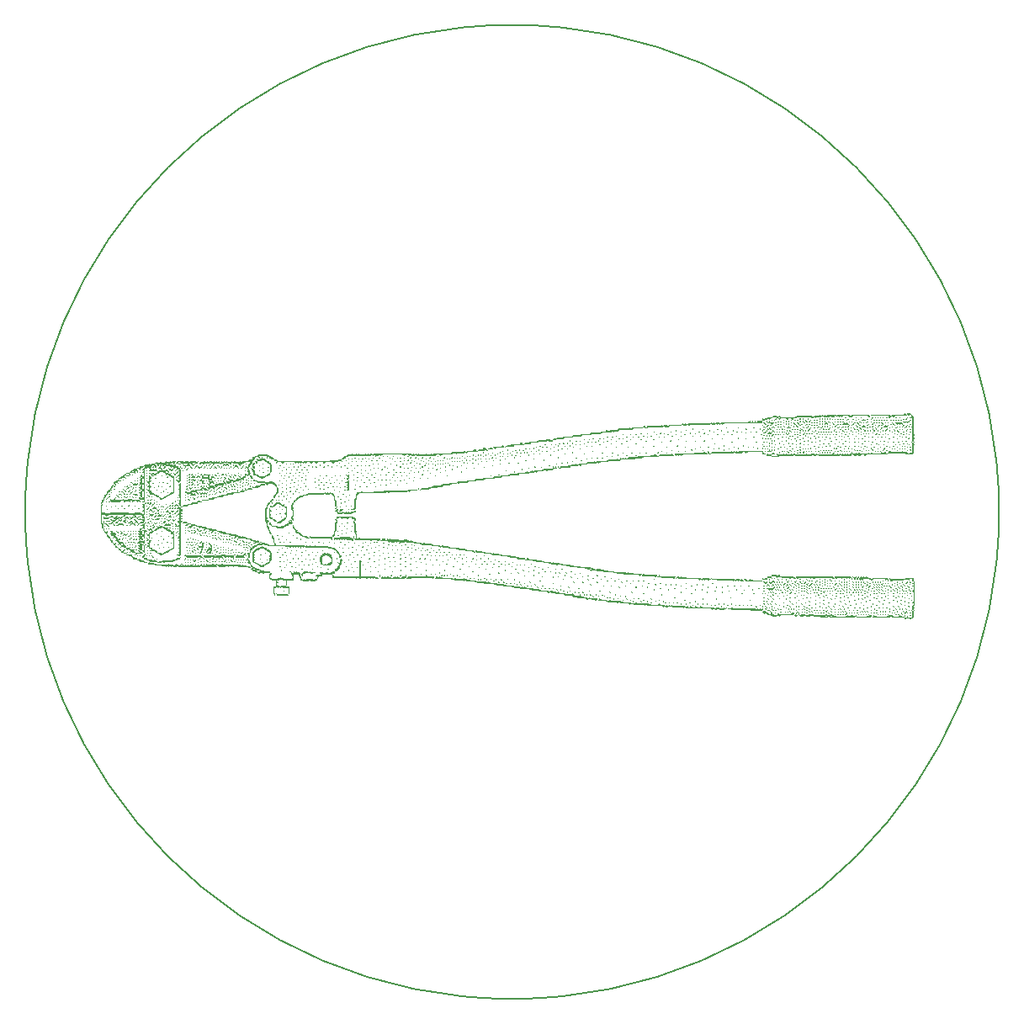
<source format=gbr>
%TF.GenerationSoftware,KiCad,Pcbnew,7.0.5*%
%TF.CreationDate,2024-01-07T17:07:27+01:00*%
%TF.ProjectId,37c3PCBLEDC100R_Rev.2,33376333-5043-4424-9c45-444331303052,rev?*%
%TF.SameCoordinates,Original*%
%TF.FileFunction,Legend,Bot*%
%TF.FilePolarity,Positive*%
%FSLAX46Y46*%
G04 Gerber Fmt 4.6, Leading zero omitted, Abs format (unit mm)*
G04 Created by KiCad (PCBNEW 7.0.5) date 2024-01-07 17:07:27*
%MOMM*%
%LPD*%
G01*
G04 APERTURE LIST*
%ADD10C,0.150000*%
G04 APERTURE END LIST*
D10*
X199000102Y-100000000D02*
G75*
G03*
X199000102Y-100000000I-49000102J0D01*
G01*
%TO.C,REF\u002A\u002A*%
G36*
X184672738Y-90483575D02*
G01*
X184665618Y-90534386D01*
X184609621Y-90576593D01*
X184583921Y-90575694D01*
X184559266Y-90526238D01*
X184567992Y-90493240D01*
X184626406Y-90459099D01*
X184672738Y-90483575D01*
G37*
G36*
X180718250Y-91232988D02*
G01*
X180742905Y-91282443D01*
X180734179Y-91315441D01*
X180675766Y-91349583D01*
X180629433Y-91325106D01*
X180636553Y-91274295D01*
X180692550Y-91232088D01*
X180718250Y-91232988D01*
G37*
G36*
X175248133Y-91232988D02*
G01*
X175272788Y-91282443D01*
X175264062Y-91315441D01*
X175205649Y-91349583D01*
X175159317Y-91325106D01*
X175166436Y-91274295D01*
X175222434Y-91232088D01*
X175248133Y-91232988D01*
G37*
G36*
X189962323Y-91360200D02*
G01*
X189986979Y-91409655D01*
X189978252Y-91442653D01*
X189919839Y-91476795D01*
X189873507Y-91452318D01*
X189880627Y-91401507D01*
X189936624Y-91359300D01*
X189962323Y-91360200D01*
G37*
G36*
X177071505Y-91360200D02*
G01*
X177096161Y-91409655D01*
X177087434Y-91442653D01*
X177029021Y-91476795D01*
X176982689Y-91452318D01*
X176989809Y-91401507D01*
X177045806Y-91359300D01*
X177071505Y-91360200D01*
G37*
G36*
X188011739Y-91487412D02*
G01*
X188036394Y-91536867D01*
X188027668Y-91569865D01*
X187969255Y-91604007D01*
X187922923Y-91579530D01*
X187930042Y-91528719D01*
X187986040Y-91486512D01*
X188011739Y-91487412D01*
G37*
G36*
X184364994Y-91487412D02*
G01*
X184389650Y-91536867D01*
X184380924Y-91569865D01*
X184322510Y-91604007D01*
X184276178Y-91579530D01*
X184283298Y-91528719D01*
X184339295Y-91486512D01*
X184364994Y-91487412D01*
G37*
G36*
X184110570Y-91487412D02*
G01*
X184135226Y-91536867D01*
X184126499Y-91569865D01*
X184068086Y-91604007D01*
X184021754Y-91579530D01*
X184028874Y-91528719D01*
X184084871Y-91486512D01*
X184110570Y-91487412D01*
G37*
G36*
X180463826Y-91487412D02*
G01*
X180488481Y-91536867D01*
X180479755Y-91569865D01*
X180421342Y-91604007D01*
X180375009Y-91579530D01*
X180382129Y-91528719D01*
X180438126Y-91486512D01*
X180463826Y-91487412D01*
G37*
G36*
X171601388Y-91487412D02*
G01*
X171626044Y-91536867D01*
X171617318Y-91569865D01*
X171558904Y-91604007D01*
X171512572Y-91579530D01*
X171519692Y-91528719D01*
X171575689Y-91486512D01*
X171601388Y-91487412D01*
G37*
G36*
X178518112Y-91621232D02*
G01*
X178537897Y-91683950D01*
X178525393Y-91741070D01*
X178472499Y-91745865D01*
X178435193Y-91719788D01*
X178428518Y-91661152D01*
X178487542Y-91613724D01*
X178518112Y-91621232D01*
G37*
G36*
X184355508Y-91909561D02*
G01*
X184389650Y-91967974D01*
X184382550Y-91999874D01*
X184339295Y-92018329D01*
X184283478Y-91976413D01*
X184276074Y-91925553D01*
X184322510Y-91900835D01*
X184355508Y-91909561D01*
G37*
G36*
X180454339Y-91909561D02*
G01*
X180488481Y-91967974D01*
X180481382Y-91999874D01*
X180438126Y-92018329D01*
X180382310Y-91976413D01*
X180374905Y-91925553D01*
X180421342Y-91900835D01*
X180454339Y-91909561D01*
G37*
G36*
X178758179Y-91909561D02*
G01*
X178792321Y-91967974D01*
X178785222Y-91999874D01*
X178741966Y-92018329D01*
X178686149Y-91976413D01*
X178678745Y-91925553D01*
X178725181Y-91900835D01*
X178758179Y-91909561D01*
G37*
G36*
X178503755Y-91909561D02*
G01*
X178537897Y-91967974D01*
X178530798Y-91999874D01*
X178487542Y-92018329D01*
X178431725Y-91976413D01*
X178424321Y-91925553D01*
X178470757Y-91900835D01*
X178503755Y-91909561D01*
G37*
G36*
X176934807Y-91909561D02*
G01*
X176968949Y-91967974D01*
X176961849Y-91999874D01*
X176918594Y-92018329D01*
X176862777Y-91976413D01*
X176855372Y-91925553D01*
X176901809Y-91900835D01*
X176934807Y-91909561D01*
G37*
G36*
X176680383Y-91909561D02*
G01*
X176714525Y-91967974D01*
X176707425Y-91999874D01*
X176664170Y-92018329D01*
X176608353Y-91976413D01*
X176600948Y-91925553D01*
X176647385Y-91900835D01*
X176680383Y-91909561D01*
G37*
G36*
X173160850Y-91909561D02*
G01*
X173194992Y-91967974D01*
X173187893Y-91999874D01*
X173144637Y-92018329D01*
X173088820Y-91976413D01*
X173081416Y-91925553D01*
X173127852Y-91900835D01*
X173160850Y-91909561D01*
G37*
G36*
X165994573Y-91909561D02*
G01*
X166028715Y-91967974D01*
X166021616Y-91999874D01*
X165978360Y-92018329D01*
X165922543Y-91976413D01*
X165915139Y-91925553D01*
X165961575Y-91900835D01*
X165994573Y-91909561D01*
G37*
G36*
X188305050Y-91907934D02*
G01*
X188323505Y-91951190D01*
X188281588Y-92007006D01*
X188230728Y-92014411D01*
X188206010Y-91967974D01*
X188214737Y-91934977D01*
X188273150Y-91900835D01*
X188305050Y-91907934D01*
G37*
G36*
X184672738Y-91925311D02*
G01*
X184665618Y-91976123D01*
X184609621Y-92018329D01*
X184583921Y-92017430D01*
X184559266Y-91967974D01*
X184567992Y-91934977D01*
X184626406Y-91900835D01*
X184672738Y-91925311D01*
G37*
G36*
X182976577Y-91925311D02*
G01*
X182969458Y-91976123D01*
X182913460Y-92018329D01*
X182887761Y-92017430D01*
X182863106Y-91967974D01*
X182871832Y-91934977D01*
X182930245Y-91900835D01*
X182976577Y-91925311D01*
G37*
G36*
X181407629Y-91925311D02*
G01*
X181400509Y-91976123D01*
X181344512Y-92018329D01*
X181318813Y-92017430D01*
X181294157Y-91967974D01*
X181302884Y-91934977D01*
X181361297Y-91900835D01*
X181407629Y-91925311D01*
G37*
G36*
X181153205Y-91925311D02*
G01*
X181146085Y-91976123D01*
X181090088Y-92018329D01*
X181064389Y-92017430D01*
X181039733Y-91967974D01*
X181048460Y-91934977D01*
X181106873Y-91900835D01*
X181153205Y-91925311D01*
G37*
G36*
X177506461Y-91925311D02*
G01*
X177499341Y-91976123D01*
X177443343Y-92018329D01*
X177417644Y-92017430D01*
X177392989Y-91967974D01*
X177401715Y-91934977D01*
X177460128Y-91900835D01*
X177506461Y-91925311D01*
G37*
G36*
X174114140Y-91925311D02*
G01*
X174107020Y-91976123D01*
X174051023Y-92018329D01*
X174025324Y-92017430D01*
X174000668Y-91967974D01*
X174009394Y-91934977D01*
X174067808Y-91900835D01*
X174114140Y-91925311D01*
G37*
G36*
X170340183Y-91925311D02*
G01*
X170333064Y-91976123D01*
X170277066Y-92018329D01*
X170251367Y-92017430D01*
X170226712Y-91967974D01*
X170235438Y-91934977D01*
X170293851Y-91900835D01*
X170340183Y-91925311D01*
G37*
G36*
X180708763Y-92036773D02*
G01*
X180742905Y-92095186D01*
X180735806Y-92127086D01*
X180692550Y-92145541D01*
X180636734Y-92103625D01*
X180629329Y-92052765D01*
X180675766Y-92028047D01*
X180708763Y-92036773D01*
G37*
G36*
X167945157Y-92036773D02*
G01*
X167979299Y-92095186D01*
X167972200Y-92127086D01*
X167928944Y-92145541D01*
X167873128Y-92103625D01*
X167865723Y-92052765D01*
X167912160Y-92028047D01*
X167945157Y-92036773D01*
G37*
G36*
X189698413Y-92036773D02*
G01*
X189732555Y-92095186D01*
X189708078Y-92141519D01*
X189657267Y-92134399D01*
X189615060Y-92078402D01*
X189615960Y-92052702D01*
X189665415Y-92028047D01*
X189698413Y-92036773D01*
G37*
G36*
X188559474Y-92035146D02*
G01*
X188577929Y-92078402D01*
X188536012Y-92134218D01*
X188485152Y-92141623D01*
X188460434Y-92095186D01*
X188469161Y-92062189D01*
X188527574Y-92028047D01*
X188559474Y-92035146D01*
G37*
G36*
X184912729Y-92035146D02*
G01*
X184931184Y-92078402D01*
X184889268Y-92134218D01*
X184838408Y-92141623D01*
X184813690Y-92095186D01*
X184822416Y-92062189D01*
X184880830Y-92028047D01*
X184912729Y-92035146D01*
G37*
G36*
X184355508Y-92163985D02*
G01*
X184389650Y-92222399D01*
X184382550Y-92254298D01*
X184339295Y-92272753D01*
X184283478Y-92230837D01*
X184276074Y-92179977D01*
X184322510Y-92155259D01*
X184355508Y-92163985D01*
G37*
G36*
X182404924Y-92163985D02*
G01*
X182439065Y-92222399D01*
X182431966Y-92254298D01*
X182388711Y-92272753D01*
X182332894Y-92230837D01*
X182325489Y-92179977D01*
X182371926Y-92155259D01*
X182404924Y-92163985D01*
G37*
G36*
X177062019Y-92163985D02*
G01*
X177096161Y-92222399D01*
X177089061Y-92254298D01*
X177045806Y-92272753D01*
X176989989Y-92230837D01*
X176982584Y-92179977D01*
X177029021Y-92155259D01*
X177062019Y-92163985D01*
G37*
G36*
X169768530Y-92163985D02*
G01*
X169802672Y-92222399D01*
X169795572Y-92254298D01*
X169752317Y-92272753D01*
X169696500Y-92230837D01*
X169689095Y-92179977D01*
X169735532Y-92155259D01*
X169768530Y-92163985D01*
G37*
G36*
X189952837Y-92163985D02*
G01*
X189986979Y-92222399D01*
X189962502Y-92268731D01*
X189911691Y-92261611D01*
X189869484Y-92205614D01*
X189870384Y-92179914D01*
X189919839Y-92155259D01*
X189952837Y-92163985D01*
G37*
G36*
X181025993Y-92179735D02*
G01*
X181018873Y-92230547D01*
X180962876Y-92272753D01*
X180937177Y-92271854D01*
X180912521Y-92222399D01*
X180921248Y-92189401D01*
X180979661Y-92155259D01*
X181025993Y-92179735D01*
G37*
G36*
X177379248Y-92179735D02*
G01*
X177372129Y-92230547D01*
X177316131Y-92272753D01*
X177290432Y-92271854D01*
X177265777Y-92222399D01*
X177274503Y-92189401D01*
X177332916Y-92155259D01*
X177379248Y-92179735D01*
G37*
G36*
X164615642Y-92179735D02*
G01*
X164608523Y-92230547D01*
X164552525Y-92272753D01*
X164526826Y-92271854D01*
X164502171Y-92222399D01*
X164510897Y-92189401D01*
X164569310Y-92155259D01*
X164615642Y-92179735D01*
G37*
G36*
X184672738Y-92306947D02*
G01*
X184665618Y-92357759D01*
X184609621Y-92399965D01*
X184583921Y-92399066D01*
X184559266Y-92349611D01*
X184567992Y-92316613D01*
X184626406Y-92282471D01*
X184672738Y-92306947D01*
G37*
G36*
X189962323Y-93183572D02*
G01*
X189986979Y-93233027D01*
X189978252Y-93266025D01*
X189919839Y-93300167D01*
X189873507Y-93275691D01*
X189880627Y-93224879D01*
X189936624Y-93182673D01*
X189962323Y-93183572D01*
G37*
G36*
X186188367Y-93183572D02*
G01*
X186213022Y-93233027D01*
X186204296Y-93266025D01*
X186145882Y-93300167D01*
X186099550Y-93275691D01*
X186106670Y-93224879D01*
X186162667Y-93182673D01*
X186188367Y-93183572D01*
G37*
G36*
X175248133Y-93183572D02*
G01*
X175272788Y-93233027D01*
X175264062Y-93266025D01*
X175205649Y-93300167D01*
X175159317Y-93275691D01*
X175166436Y-93224879D01*
X175222434Y-93182673D01*
X175248133Y-93183572D01*
G37*
G36*
X156887198Y-93183572D02*
G01*
X156911853Y-93233027D01*
X156903127Y-93266025D01*
X156844714Y-93300167D01*
X156798382Y-93275691D01*
X156805501Y-93224879D01*
X156861499Y-93182673D01*
X156887198Y-93183572D01*
G37*
G36*
X173297549Y-93310784D02*
G01*
X173322204Y-93360239D01*
X173313478Y-93393237D01*
X173255064Y-93427379D01*
X173208732Y-93402903D01*
X173215852Y-93352091D01*
X173271849Y-93309885D01*
X173297549Y-93310784D01*
G37*
G36*
X171346964Y-93310784D02*
G01*
X171371620Y-93360239D01*
X171362893Y-93393237D01*
X171304480Y-93427379D01*
X171258148Y-93402903D01*
X171265268Y-93352091D01*
X171321265Y-93309885D01*
X171346964Y-93310784D01*
G37*
G36*
X189835111Y-93437996D02*
G01*
X189859767Y-93487451D01*
X189851040Y-93520449D01*
X189792627Y-93554591D01*
X189746295Y-93530115D01*
X189753415Y-93479303D01*
X189809412Y-93437097D01*
X189835111Y-93437996D01*
G37*
G36*
X188011739Y-93437996D02*
G01*
X188036394Y-93487451D01*
X188027668Y-93520449D01*
X187969255Y-93554591D01*
X187922923Y-93530115D01*
X187930042Y-93479303D01*
X187986040Y-93437097D01*
X188011739Y-93437996D01*
G37*
G36*
X178640454Y-93437996D02*
G01*
X178665109Y-93487451D01*
X178656383Y-93520449D01*
X178597969Y-93554591D01*
X178551637Y-93530115D01*
X178558757Y-93479303D01*
X178614754Y-93437097D01*
X178640454Y-93437996D01*
G37*
G36*
X177071505Y-93437996D02*
G01*
X177096161Y-93487451D01*
X177087434Y-93520449D01*
X177029021Y-93554591D01*
X176982689Y-93530115D01*
X176989809Y-93479303D01*
X177045806Y-93437097D01*
X177071505Y-93437996D01*
G37*
G36*
X169778016Y-93437996D02*
G01*
X169802672Y-93487451D01*
X169793945Y-93520449D01*
X169735532Y-93554591D01*
X169689200Y-93530115D01*
X169696319Y-93479303D01*
X169752317Y-93437097D01*
X169778016Y-93437996D01*
G37*
G36*
X160533943Y-93437996D02*
G01*
X160558598Y-93487451D01*
X160549872Y-93520449D01*
X160491458Y-93554591D01*
X160445126Y-93530115D01*
X160452246Y-93479303D01*
X160508243Y-93437097D01*
X160533943Y-93437996D01*
G37*
G36*
X153113242Y-93437996D02*
G01*
X153137897Y-93487451D01*
X153129171Y-93520449D01*
X153070757Y-93554591D01*
X153024425Y-93530115D01*
X153031545Y-93479303D01*
X153087542Y-93437097D01*
X153113242Y-93437996D01*
G37*
G36*
X185924456Y-93732933D02*
G01*
X185958598Y-93791347D01*
X185951499Y-93823246D01*
X185908243Y-93841702D01*
X185852426Y-93799785D01*
X185845022Y-93748925D01*
X185891458Y-93724207D01*
X185924456Y-93732933D01*
G37*
G36*
X178758179Y-93732933D02*
G01*
X178792321Y-93791347D01*
X178785222Y-93823246D01*
X178741966Y-93841702D01*
X178686149Y-93799785D01*
X178678745Y-93748925D01*
X178725181Y-93724207D01*
X178758179Y-93732933D01*
G37*
G36*
X171337478Y-93732933D02*
G01*
X171371620Y-93791347D01*
X171364520Y-93823246D01*
X171321265Y-93841702D01*
X171265448Y-93799785D01*
X171258043Y-93748925D01*
X171304480Y-93724207D01*
X171337478Y-93732933D01*
G37*
G36*
X166121785Y-93732933D02*
G01*
X166155927Y-93791347D01*
X166148828Y-93823246D01*
X166105572Y-93841702D01*
X166049755Y-93799785D01*
X166042351Y-93748925D01*
X166088787Y-93724207D01*
X166121785Y-93732933D01*
G37*
G36*
X151153171Y-93732933D02*
G01*
X151187313Y-93791347D01*
X151180213Y-93823246D01*
X151136958Y-93841702D01*
X151081141Y-93799785D01*
X151073736Y-93748925D01*
X151120173Y-93724207D01*
X151153171Y-93732933D01*
G37*
G36*
X149584223Y-93732933D02*
G01*
X149618364Y-93791347D01*
X149611265Y-93823246D01*
X149568010Y-93841702D01*
X149512193Y-93799785D01*
X149504788Y-93748925D01*
X149551225Y-93724207D01*
X149584223Y-93732933D01*
G37*
G36*
X189825625Y-93732933D02*
G01*
X189859767Y-93791347D01*
X189835290Y-93837679D01*
X189784479Y-93830559D01*
X189742272Y-93774562D01*
X189743172Y-93748862D01*
X189792627Y-93724207D01*
X189825625Y-93732933D01*
G37*
G36*
X187747829Y-93732933D02*
G01*
X187781970Y-93791347D01*
X187757494Y-93837679D01*
X187706683Y-93830559D01*
X187664476Y-93774562D01*
X187665375Y-93748862D01*
X187714831Y-93724207D01*
X187747829Y-93732933D01*
G37*
G36*
X184785517Y-93731306D02*
G01*
X184803972Y-93774562D01*
X184762056Y-93830379D01*
X184711196Y-93837783D01*
X184686478Y-93791347D01*
X184695204Y-93758349D01*
X184753618Y-93724207D01*
X184785517Y-93731306D01*
G37*
G36*
X185054374Y-93748684D02*
G01*
X185047254Y-93799495D01*
X184991257Y-93841702D01*
X184965557Y-93840802D01*
X184940902Y-93791347D01*
X184949628Y-93758349D01*
X185008042Y-93724207D01*
X185054374Y-93748684D01*
G37*
G36*
X181153205Y-93748684D02*
G01*
X181146085Y-93799495D01*
X181090088Y-93841702D01*
X181064389Y-93840802D01*
X181039733Y-93791347D01*
X181048460Y-93758349D01*
X181106873Y-93724207D01*
X181153205Y-93748684D01*
G37*
G36*
X182532136Y-93860145D02*
G01*
X182566278Y-93918559D01*
X182559178Y-93950458D01*
X182515923Y-93968914D01*
X182460106Y-93926997D01*
X182452701Y-93876137D01*
X182499138Y-93851419D01*
X182532136Y-93860145D01*
G37*
G36*
X180581551Y-93860145D02*
G01*
X180615693Y-93918559D01*
X180608594Y-93950458D01*
X180565338Y-93968914D01*
X180509522Y-93926997D01*
X180502117Y-93876137D01*
X180548554Y-93851419D01*
X180581551Y-93860145D01*
G37*
G36*
X164043989Y-93860145D02*
G01*
X164078131Y-93918559D01*
X164071031Y-93950458D01*
X164027776Y-93968914D01*
X163971959Y-93926997D01*
X163964554Y-93876137D01*
X164010991Y-93851419D01*
X164043989Y-93860145D01*
G37*
G36*
X153103755Y-93860145D02*
G01*
X153137897Y-93918559D01*
X153130798Y-93950458D01*
X153087542Y-93968914D01*
X153031725Y-93926997D01*
X153024321Y-93876137D01*
X153070757Y-93851419D01*
X153103755Y-93860145D01*
G37*
G36*
X186623322Y-93875896D02*
G01*
X186616202Y-93926707D01*
X186560205Y-93968914D01*
X186534505Y-93968014D01*
X186509850Y-93918559D01*
X186518576Y-93885561D01*
X186576990Y-93851419D01*
X186623322Y-93875896D01*
G37*
G36*
X182849365Y-93875896D02*
G01*
X182842246Y-93926707D01*
X182786248Y-93968914D01*
X182760549Y-93968014D01*
X182735894Y-93918559D01*
X182744620Y-93885561D01*
X182803033Y-93851419D01*
X182849365Y-93875896D01*
G37*
G36*
X177506461Y-93875896D02*
G01*
X177499341Y-93926707D01*
X177443343Y-93968914D01*
X177417644Y-93968014D01*
X177392989Y-93918559D01*
X177401715Y-93885561D01*
X177460128Y-93851419D01*
X177506461Y-93875896D01*
G37*
G36*
X175555876Y-93875896D02*
G01*
X175548756Y-93926707D01*
X175492759Y-93968914D01*
X175467060Y-93968014D01*
X175442404Y-93918559D01*
X175451131Y-93885561D01*
X175509544Y-93851419D01*
X175555876Y-93875896D01*
G37*
G36*
X153548197Y-93875896D02*
G01*
X153541077Y-93926707D01*
X153485080Y-93968914D01*
X153459380Y-93968014D01*
X153434725Y-93918559D01*
X153443451Y-93885561D01*
X153501865Y-93851419D01*
X153548197Y-93875896D01*
G37*
G36*
X151979248Y-93875896D02*
G01*
X151972129Y-93926707D01*
X151916131Y-93968914D01*
X151890432Y-93968014D01*
X151865777Y-93918559D01*
X151874503Y-93885561D01*
X151932916Y-93851419D01*
X151979248Y-93875896D01*
G37*
G36*
X150155876Y-93875896D02*
G01*
X150148756Y-93926707D01*
X150092759Y-93968914D01*
X150067060Y-93968014D01*
X150042404Y-93918559D01*
X150051131Y-93885561D01*
X150109544Y-93851419D01*
X150155876Y-93875896D01*
G37*
G36*
X181011560Y-93985730D02*
G01*
X181030016Y-94028986D01*
X180988099Y-94084803D01*
X180937239Y-94092207D01*
X180912521Y-94045771D01*
X180921248Y-94012773D01*
X180979661Y-93978631D01*
X181011560Y-93985730D01*
G37*
G36*
X159145526Y-94003108D02*
G01*
X159138406Y-94053919D01*
X159082409Y-94096126D01*
X159056709Y-94095226D01*
X159032054Y-94045771D01*
X159040780Y-94012773D01*
X159099193Y-93978631D01*
X159145526Y-94003108D01*
G37*
G36*
X149901452Y-94003108D02*
G01*
X149894332Y-94053919D01*
X149838335Y-94096126D01*
X149812636Y-94095226D01*
X149787980Y-94045771D01*
X149796707Y-94012773D01*
X149855120Y-93978631D01*
X149901452Y-94003108D01*
G37*
G36*
X148078080Y-94003108D02*
G01*
X148070960Y-94053919D01*
X148014963Y-94096126D01*
X147989263Y-94095226D01*
X147964608Y-94045771D01*
X147973334Y-94012773D01*
X148031748Y-93978631D01*
X148078080Y-94003108D01*
G37*
G36*
X149584223Y-94114569D02*
G01*
X149618364Y-94172983D01*
X149611265Y-94204882D01*
X149568010Y-94223338D01*
X149512193Y-94181421D01*
X149504788Y-94130561D01*
X149551225Y-94105843D01*
X149584223Y-94114569D01*
G37*
G36*
X143996380Y-94879732D02*
G01*
X144021035Y-94929188D01*
X144012309Y-94962186D01*
X143953896Y-94996327D01*
X143907564Y-94971851D01*
X143914683Y-94921039D01*
X143970681Y-94878833D01*
X143996380Y-94879732D01*
G37*
G36*
X142300220Y-94879732D02*
G01*
X142324875Y-94929188D01*
X142316149Y-94962186D01*
X142257736Y-94996327D01*
X142211403Y-94971851D01*
X142218523Y-94921039D01*
X142274520Y-94878833D01*
X142300220Y-94879732D01*
G37*
G36*
X134879519Y-94879732D02*
G01*
X134904174Y-94929188D01*
X134895448Y-94962186D01*
X134837034Y-94996327D01*
X134790702Y-94971851D01*
X134797822Y-94921039D01*
X134853819Y-94878833D01*
X134879519Y-94879732D01*
G37*
G36*
X155063826Y-95006944D02*
G01*
X155088481Y-95056400D01*
X155079755Y-95089398D01*
X155021342Y-95123539D01*
X154975009Y-95099063D01*
X154982129Y-95048252D01*
X155038126Y-95006045D01*
X155063826Y-95006944D01*
G37*
G36*
X140476848Y-95006944D02*
G01*
X140501503Y-95056400D01*
X140492777Y-95089398D01*
X140434363Y-95123539D01*
X140388031Y-95099063D01*
X140395151Y-95048252D01*
X140451148Y-95006045D01*
X140476848Y-95006944D01*
G37*
G36*
X136575679Y-95134156D02*
G01*
X136600334Y-95183612D01*
X136591608Y-95216610D01*
X136533195Y-95250751D01*
X136486862Y-95226275D01*
X136493982Y-95175464D01*
X136549980Y-95133257D01*
X136575679Y-95134156D01*
G37*
G36*
X144123592Y-95261368D02*
G01*
X144148247Y-95310824D01*
X144139521Y-95343822D01*
X144081108Y-95377963D01*
X144034776Y-95353487D01*
X144041895Y-95302676D01*
X144097893Y-95260469D01*
X144123592Y-95261368D01*
G37*
G36*
X143741956Y-95261368D02*
G01*
X143766611Y-95310824D01*
X143757885Y-95343822D01*
X143699472Y-95377963D01*
X143653140Y-95353487D01*
X143660259Y-95302676D01*
X143716257Y-95260469D01*
X143741956Y-95261368D01*
G37*
G36*
X142300220Y-95261368D02*
G01*
X142324875Y-95310824D01*
X142316149Y-95343822D01*
X142257736Y-95377963D01*
X142211403Y-95353487D01*
X142218523Y-95302676D01*
X142274520Y-95260469D01*
X142300220Y-95261368D01*
G37*
G36*
X140222424Y-95261368D02*
G01*
X140247079Y-95310824D01*
X140238353Y-95343822D01*
X140179939Y-95377963D01*
X140133607Y-95353487D01*
X140140727Y-95302676D01*
X140196724Y-95260469D01*
X140222424Y-95261368D01*
G37*
G36*
X138399051Y-95261368D02*
G01*
X138423707Y-95310824D01*
X138414980Y-95343822D01*
X138356567Y-95377963D01*
X138310235Y-95353487D01*
X138317355Y-95302676D01*
X138373352Y-95260469D01*
X138399051Y-95261368D01*
G37*
G36*
X134879519Y-95261368D02*
G01*
X134904174Y-95310824D01*
X134895448Y-95343822D01*
X134837034Y-95377963D01*
X134790702Y-95353487D01*
X134797822Y-95302676D01*
X134853819Y-95260469D01*
X134879519Y-95261368D01*
G37*
G36*
X121988701Y-95261368D02*
G01*
X122013356Y-95310824D01*
X122004630Y-95343822D01*
X121946216Y-95377963D01*
X121899884Y-95353487D01*
X121907004Y-95302676D01*
X121963001Y-95260469D01*
X121988701Y-95261368D01*
G37*
G36*
X120028630Y-95556306D02*
G01*
X120062772Y-95614719D01*
X120055672Y-95646618D01*
X120012417Y-95665074D01*
X119956600Y-95623157D01*
X119949195Y-95572297D01*
X119995632Y-95547579D01*
X120028630Y-95556306D01*
G37*
G36*
X118078046Y-95556306D02*
G01*
X118112187Y-95614719D01*
X118105088Y-95646618D01*
X118061833Y-95665074D01*
X118006016Y-95623157D01*
X117998611Y-95572297D01*
X118045048Y-95547579D01*
X118078046Y-95556306D01*
G37*
G36*
X142036309Y-95556306D02*
G01*
X142070451Y-95614719D01*
X142045975Y-95661051D01*
X141995163Y-95653931D01*
X141952957Y-95597934D01*
X141953856Y-95572235D01*
X142003311Y-95547579D01*
X142036309Y-95556306D01*
G37*
G36*
X140340149Y-95556306D02*
G01*
X140374291Y-95614719D01*
X140349814Y-95661051D01*
X140299003Y-95653931D01*
X140256796Y-95597934D01*
X140257696Y-95572235D01*
X140307151Y-95547579D01*
X140340149Y-95556306D01*
G37*
G36*
X136566193Y-95556306D02*
G01*
X136600334Y-95614719D01*
X136575858Y-95661051D01*
X136525046Y-95653931D01*
X136482840Y-95597934D01*
X136483739Y-95572235D01*
X136533195Y-95547579D01*
X136566193Y-95556306D01*
G37*
G36*
X121979214Y-95556306D02*
G01*
X122013356Y-95614719D01*
X121988880Y-95661051D01*
X121938068Y-95653931D01*
X121895862Y-95597934D01*
X121896761Y-95572235D01*
X121946216Y-95547579D01*
X121979214Y-95556306D01*
G37*
G36*
X122536435Y-95554679D02*
G01*
X122554890Y-95597934D01*
X122512974Y-95653751D01*
X122462114Y-95661156D01*
X122437396Y-95614719D01*
X122446122Y-95581721D01*
X122504536Y-95547579D01*
X122536435Y-95554679D01*
G37*
G36*
X151724824Y-95572056D02*
G01*
X151717705Y-95622867D01*
X151661707Y-95665074D01*
X151636008Y-95664174D01*
X151611353Y-95614719D01*
X151620079Y-95581721D01*
X151678492Y-95547579D01*
X151724824Y-95572056D01*
G37*
G36*
X146254708Y-95572056D02*
G01*
X146247588Y-95622867D01*
X146191591Y-95665074D01*
X146165891Y-95664174D01*
X146141236Y-95614719D01*
X146149962Y-95581721D01*
X146208375Y-95547579D01*
X146254708Y-95572056D01*
G37*
G36*
X142862387Y-95572056D02*
G01*
X142855267Y-95622867D01*
X142799270Y-95665074D01*
X142773571Y-95664174D01*
X142748915Y-95614719D01*
X142757642Y-95581721D01*
X142816055Y-95547579D01*
X142862387Y-95572056D01*
G37*
G36*
X140784591Y-95572056D02*
G01*
X140777471Y-95622867D01*
X140721474Y-95665074D01*
X140695774Y-95664174D01*
X140671119Y-95614719D01*
X140679845Y-95581721D01*
X140738259Y-95547579D01*
X140784591Y-95572056D01*
G37*
G36*
X139215642Y-95572056D02*
G01*
X139208523Y-95622867D01*
X139152525Y-95665074D01*
X139126826Y-95664174D01*
X139102171Y-95614719D01*
X139110897Y-95581721D01*
X139169310Y-95547579D01*
X139215642Y-95572056D01*
G37*
G36*
X133491102Y-95572056D02*
G01*
X133483982Y-95622867D01*
X133427985Y-95665074D01*
X133402285Y-95664174D01*
X133377630Y-95614719D01*
X133386356Y-95581721D01*
X133444769Y-95547579D01*
X133491102Y-95572056D01*
G37*
G36*
X143986894Y-95683518D02*
G01*
X144021035Y-95741931D01*
X144013936Y-95773831D01*
X143970681Y-95792286D01*
X143914864Y-95750369D01*
X143907459Y-95699509D01*
X143953896Y-95674791D01*
X143986894Y-95683518D01*
G37*
G36*
X134870032Y-95683518D02*
G01*
X134904174Y-95741931D01*
X134879698Y-95788263D01*
X134828886Y-95781143D01*
X134786680Y-95725146D01*
X134787579Y-95699447D01*
X134837034Y-95674791D01*
X134870032Y-95683518D01*
G37*
G36*
X129399915Y-95683518D02*
G01*
X129434057Y-95741931D01*
X129409581Y-95788263D01*
X129358769Y-95781143D01*
X129316563Y-95725146D01*
X129317462Y-95699447D01*
X129366917Y-95674791D01*
X129399915Y-95683518D01*
G37*
G36*
X127893773Y-95699268D02*
G01*
X127886653Y-95750079D01*
X127830656Y-95792286D01*
X127804956Y-95791387D01*
X127780301Y-95741931D01*
X127789027Y-95708933D01*
X127847441Y-95674791D01*
X127893773Y-95699268D01*
G37*
G36*
X113292362Y-95809103D02*
G01*
X113310817Y-95852358D01*
X113268901Y-95908175D01*
X113218041Y-95915580D01*
X113193323Y-95869143D01*
X113202049Y-95836145D01*
X113260462Y-95802003D01*
X113292362Y-95809103D01*
G37*
G36*
X135314474Y-95826480D02*
G01*
X135307354Y-95877291D01*
X135251357Y-95919498D01*
X135225657Y-95918599D01*
X135201002Y-95869143D01*
X135209728Y-95836145D01*
X135268142Y-95802003D01*
X135314474Y-95826480D01*
G37*
G36*
X116953539Y-95826480D02*
G01*
X116946419Y-95877291D01*
X116890422Y-95919498D01*
X116864723Y-95918599D01*
X116840067Y-95869143D01*
X116848793Y-95836145D01*
X116907207Y-95802003D01*
X116953539Y-95826480D01*
G37*
G36*
X138834006Y-95953692D02*
G01*
X138826887Y-96004503D01*
X138770889Y-96046710D01*
X138745190Y-96045811D01*
X138720535Y-95996355D01*
X138729261Y-95963357D01*
X138787674Y-95929215D01*
X138834006Y-95953692D01*
G37*
G36*
X118469168Y-96703104D02*
G01*
X118493823Y-96752560D01*
X118485097Y-96785558D01*
X118426684Y-96819700D01*
X118380352Y-96795223D01*
X118387471Y-96744412D01*
X118443469Y-96702205D01*
X118469168Y-96703104D01*
G37*
G36*
X118341956Y-96957528D02*
G01*
X118366611Y-97006984D01*
X118357885Y-97039982D01*
X118299472Y-97074124D01*
X118253140Y-97049647D01*
X118260259Y-96998836D01*
X118316257Y-96956629D01*
X118341956Y-96957528D01*
G37*
G36*
X129154978Y-97084741D02*
G01*
X129179633Y-97134196D01*
X129170907Y-97167194D01*
X129112493Y-97201336D01*
X129066161Y-97176859D01*
X129073281Y-97126048D01*
X129129278Y-97083841D01*
X129154978Y-97084741D01*
G37*
G36*
X123812073Y-97084741D02*
G01*
X123836728Y-97134196D01*
X123828002Y-97167194D01*
X123769589Y-97201336D01*
X123723256Y-97176859D01*
X123730376Y-97126048D01*
X123786374Y-97083841D01*
X123812073Y-97084741D01*
G37*
G36*
X114812937Y-97379678D02*
G01*
X114847079Y-97438091D01*
X114839980Y-97469991D01*
X114796724Y-97488446D01*
X114740907Y-97446530D01*
X114733503Y-97395670D01*
X114779939Y-97370952D01*
X114812937Y-97379678D01*
G37*
G36*
X114431301Y-97379678D02*
G01*
X114465443Y-97438091D01*
X114458343Y-97469991D01*
X114415088Y-97488446D01*
X114359271Y-97446530D01*
X114351867Y-97395670D01*
X114398303Y-97370952D01*
X114431301Y-97379678D01*
G37*
G36*
X111038981Y-97379678D02*
G01*
X111073122Y-97438091D01*
X111066023Y-97469991D01*
X111022767Y-97488446D01*
X110966951Y-97446530D01*
X110959546Y-97395670D01*
X111005983Y-97370952D01*
X111038981Y-97379678D01*
G37*
G36*
X134742820Y-97379678D02*
G01*
X134776962Y-97438091D01*
X134752486Y-97484423D01*
X134701674Y-97477304D01*
X134659468Y-97421306D01*
X134660367Y-97395607D01*
X134709822Y-97370952D01*
X134742820Y-97379678D01*
G37*
G36*
X129272703Y-97379678D02*
G01*
X129306845Y-97438091D01*
X129282369Y-97484423D01*
X129231557Y-97477304D01*
X129189351Y-97421306D01*
X129190250Y-97395607D01*
X129239705Y-97370952D01*
X129272703Y-97379678D01*
G37*
G36*
X123675375Y-97379678D02*
G01*
X123709516Y-97438091D01*
X123685040Y-97484423D01*
X123634228Y-97477304D01*
X123592022Y-97421306D01*
X123592921Y-97395607D01*
X123642377Y-97370952D01*
X123675375Y-97379678D01*
G37*
G36*
X135441686Y-97395428D02*
G01*
X135434566Y-97446239D01*
X135378569Y-97488446D01*
X135352869Y-97487547D01*
X135328214Y-97438091D01*
X135336940Y-97405093D01*
X135395354Y-97370952D01*
X135441686Y-97395428D01*
G37*
G36*
X128148197Y-97395428D02*
G01*
X128141077Y-97446239D01*
X128085080Y-97488446D01*
X128059380Y-97487547D01*
X128034725Y-97438091D01*
X128043451Y-97405093D01*
X128101865Y-97370952D01*
X128148197Y-97395428D01*
G37*
G36*
X111737846Y-97395428D02*
G01*
X111730726Y-97446239D01*
X111674729Y-97488446D01*
X111649030Y-97487547D01*
X111624374Y-97438091D01*
X111633101Y-97405093D01*
X111691514Y-97370952D01*
X111737846Y-97395428D01*
G37*
G36*
X118459682Y-97506890D02*
G01*
X118493823Y-97565303D01*
X118486724Y-97597203D01*
X118443469Y-97615658D01*
X118387652Y-97573742D01*
X118380247Y-97522882D01*
X118426684Y-97498164D01*
X118459682Y-97506890D01*
G37*
G36*
X122663647Y-97505263D02*
G01*
X122682103Y-97548518D01*
X122640186Y-97604335D01*
X122589326Y-97611740D01*
X122564608Y-97565303D01*
X122573334Y-97532305D01*
X122631748Y-97498164D01*
X122663647Y-97505263D01*
G37*
G36*
X122423656Y-97522640D02*
G01*
X122416536Y-97573451D01*
X122360539Y-97615658D01*
X122334839Y-97614759D01*
X122310184Y-97565303D01*
X122318910Y-97532305D01*
X122377324Y-97498164D01*
X122423656Y-97522640D01*
G37*
G36*
X122106426Y-97634102D02*
G01*
X122140568Y-97692515D01*
X122116092Y-97738848D01*
X122065280Y-97731728D01*
X122023074Y-97675730D01*
X122023973Y-97650031D01*
X122073428Y-97625376D01*
X122106426Y-97634102D01*
G37*
G36*
X121852002Y-97634102D02*
G01*
X121886144Y-97692515D01*
X121861668Y-97738848D01*
X121810856Y-97731728D01*
X121768650Y-97675730D01*
X121769549Y-97650031D01*
X121819004Y-97625376D01*
X121852002Y-97634102D01*
G37*
G36*
X113306794Y-97649852D02*
G01*
X113299675Y-97700664D01*
X113243677Y-97742870D01*
X113217978Y-97741971D01*
X113193323Y-97692515D01*
X113202049Y-97659517D01*
X113260462Y-97625376D01*
X113306794Y-97649852D01*
G37*
G36*
X120283054Y-97761314D02*
G01*
X120317196Y-97819727D01*
X120310096Y-97851627D01*
X120266841Y-97870082D01*
X120211024Y-97828166D01*
X120203619Y-97777306D01*
X120250056Y-97752588D01*
X120283054Y-97761314D01*
G37*
G36*
X127586030Y-98908113D02*
G01*
X127610685Y-98957568D01*
X127601959Y-98990566D01*
X127543545Y-99024708D01*
X127497213Y-99000232D01*
X127504333Y-98949420D01*
X127560330Y-98907213D01*
X127586030Y-98908113D01*
G37*
G36*
X116136948Y-98908113D02*
G01*
X116161603Y-98957568D01*
X116152877Y-98990566D01*
X116094463Y-99024708D01*
X116048131Y-99000232D01*
X116055251Y-98949420D01*
X116111248Y-98907213D01*
X116136948Y-98908113D01*
G37*
G36*
X109225095Y-98908113D02*
G01*
X109249750Y-98957568D01*
X109241024Y-98990566D01*
X109182610Y-99024708D01*
X109136278Y-99000232D01*
X109143398Y-98949420D01*
X109199395Y-98907213D01*
X109225095Y-98908113D01*
G37*
G36*
X114558513Y-99203050D02*
G01*
X114592655Y-99261464D01*
X114585555Y-99293363D01*
X114542300Y-99311818D01*
X114486483Y-99269902D01*
X114479079Y-99219042D01*
X114525515Y-99194324D01*
X114558513Y-99203050D01*
G37*
G36*
X115242946Y-99201423D02*
G01*
X115261401Y-99244679D01*
X115219485Y-99300496D01*
X115168625Y-99307900D01*
X115143907Y-99261464D01*
X115152633Y-99228466D01*
X115211047Y-99194324D01*
X115242946Y-99201423D01*
G37*
G36*
X109215608Y-99330262D02*
G01*
X109249750Y-99388676D01*
X109242651Y-99420575D01*
X109199395Y-99439030D01*
X109143578Y-99397114D01*
X109136174Y-99346254D01*
X109182610Y-99321536D01*
X109215608Y-99330262D01*
G37*
G36*
X133349457Y-99328635D02*
G01*
X133367912Y-99371891D01*
X133325996Y-99427708D01*
X133275136Y-99435112D01*
X133250418Y-99388676D01*
X133259144Y-99355678D01*
X133317557Y-99321536D01*
X133349457Y-99328635D01*
G37*
G36*
X113292362Y-99328635D02*
G01*
X113310817Y-99371891D01*
X113268901Y-99427708D01*
X113218041Y-99435112D01*
X113193323Y-99388676D01*
X113202049Y-99355678D01*
X113260462Y-99321536D01*
X113292362Y-99328635D01*
G37*
G36*
X111468989Y-99328635D02*
G01*
X111487445Y-99371891D01*
X111445528Y-99427708D01*
X111394668Y-99435112D01*
X111369950Y-99388676D01*
X111378677Y-99355678D01*
X111437090Y-99321536D01*
X111468989Y-99328635D01*
G37*
G36*
X114812937Y-99711898D02*
G01*
X114847079Y-99770312D01*
X114839980Y-99802211D01*
X114796724Y-99820666D01*
X114740907Y-99778750D01*
X114733503Y-99727890D01*
X114779939Y-99703172D01*
X114812937Y-99711898D01*
G37*
G36*
X109342820Y-99711898D02*
G01*
X109376962Y-99770312D01*
X109369863Y-99802211D01*
X109326607Y-99820666D01*
X109270790Y-99778750D01*
X109263386Y-99727890D01*
X109309822Y-99703172D01*
X109342820Y-99711898D01*
G37*
G36*
X114822424Y-100604273D02*
G01*
X114847079Y-100653729D01*
X114838353Y-100686726D01*
X114779939Y-100720868D01*
X114733607Y-100696392D01*
X114740727Y-100645580D01*
X114796724Y-100603374D01*
X114822424Y-100604273D01*
G37*
G36*
X114558513Y-101026423D02*
G01*
X114592655Y-101084836D01*
X114585555Y-101116735D01*
X114542300Y-101135191D01*
X114486483Y-101093274D01*
X114479079Y-101042414D01*
X114525515Y-101017696D01*
X114558513Y-101026423D01*
G37*
G36*
X113419574Y-101024796D02*
G01*
X113438029Y-101068051D01*
X113396113Y-101123868D01*
X113345253Y-101131273D01*
X113320535Y-101084836D01*
X113329261Y-101051838D01*
X113387674Y-101017696D01*
X113419574Y-101024796D01*
G37*
G36*
X133491102Y-101042173D02*
G01*
X133483982Y-101092984D01*
X133427985Y-101135191D01*
X133402285Y-101134291D01*
X133377630Y-101084836D01*
X133386356Y-101051838D01*
X133444769Y-101017696D01*
X133491102Y-101042173D01*
G37*
G36*
X114812937Y-101153635D02*
G01*
X114847079Y-101212048D01*
X114839980Y-101243947D01*
X114796724Y-101262403D01*
X114740907Y-101220486D01*
X114733503Y-101169626D01*
X114779939Y-101144908D01*
X114812937Y-101153635D01*
G37*
G36*
X111038981Y-101153635D02*
G01*
X111073122Y-101212048D01*
X111066023Y-101243947D01*
X111022767Y-101262403D01*
X110966951Y-101220486D01*
X110959546Y-101169626D01*
X111005983Y-101144908D01*
X111038981Y-101153635D01*
G37*
G36*
X132919448Y-101153635D02*
G01*
X132953590Y-101212048D01*
X132929113Y-101258380D01*
X132878302Y-101251260D01*
X132836095Y-101195263D01*
X132836995Y-101169564D01*
X132886450Y-101144908D01*
X132919448Y-101153635D01*
G37*
G36*
X121861489Y-102554857D02*
G01*
X121886144Y-102604313D01*
X121877418Y-102637311D01*
X121819004Y-102671452D01*
X121772672Y-102646976D01*
X121779792Y-102596165D01*
X121835789Y-102553958D01*
X121861489Y-102554857D01*
G37*
G36*
X120165328Y-102554857D02*
G01*
X120189984Y-102604313D01*
X120181257Y-102637311D01*
X120122844Y-102671452D01*
X120076512Y-102646976D01*
X120083632Y-102596165D01*
X120139629Y-102553958D01*
X120165328Y-102554857D01*
G37*
G36*
X111175679Y-102554857D02*
G01*
X111200334Y-102604313D01*
X111191608Y-102637311D01*
X111133195Y-102671452D01*
X111086862Y-102646976D01*
X111093982Y-102596165D01*
X111149980Y-102553958D01*
X111175679Y-102554857D01*
G37*
G36*
X118459682Y-102849795D02*
G01*
X118493823Y-102908208D01*
X118486724Y-102940108D01*
X118443469Y-102958563D01*
X118387652Y-102916646D01*
X118380247Y-102865786D01*
X118426684Y-102841069D01*
X118459682Y-102849795D01*
G37*
G36*
X114431301Y-102849795D02*
G01*
X114465443Y-102908208D01*
X114458343Y-102940108D01*
X114415088Y-102958563D01*
X114359271Y-102916646D01*
X114351867Y-102865786D01*
X114398303Y-102841069D01*
X114431301Y-102849795D01*
G37*
G36*
X111038981Y-102849795D02*
G01*
X111073122Y-102908208D01*
X111066023Y-102940108D01*
X111022767Y-102958563D01*
X110966951Y-102916646D01*
X110959546Y-102865786D01*
X111005983Y-102841069D01*
X111038981Y-102849795D01*
G37*
G36*
X121852002Y-102849795D02*
G01*
X121886144Y-102908208D01*
X121861668Y-102954540D01*
X121810856Y-102947421D01*
X121768650Y-102891423D01*
X121769549Y-102865724D01*
X121819004Y-102841069D01*
X121852002Y-102849795D01*
G37*
G36*
X122663647Y-102848168D02*
G01*
X122682103Y-102891423D01*
X122640186Y-102947240D01*
X122589326Y-102954645D01*
X122564608Y-102908208D01*
X122573334Y-102875210D01*
X122631748Y-102841069D01*
X122663647Y-102848168D01*
G37*
G36*
X118078046Y-102977007D02*
G01*
X118112187Y-103035420D01*
X118105088Y-103067320D01*
X118061833Y-103085775D01*
X118006016Y-103043858D01*
X117998611Y-102992998D01*
X118045048Y-102968281D01*
X118078046Y-102977007D01*
G37*
G36*
X136438981Y-102977007D02*
G01*
X136473122Y-103035420D01*
X136448646Y-103081752D01*
X136397834Y-103074633D01*
X136355628Y-103018635D01*
X136356527Y-102992936D01*
X136405983Y-102968281D01*
X136438981Y-102977007D01*
G37*
G36*
X132792236Y-102977007D02*
G01*
X132826378Y-103035420D01*
X132801901Y-103081752D01*
X132751090Y-103074633D01*
X132708883Y-103018635D01*
X132709783Y-102992936D01*
X132759238Y-102968281D01*
X132792236Y-102977007D01*
G37*
G36*
X129272703Y-102977007D02*
G01*
X129306845Y-103035420D01*
X129282369Y-103081752D01*
X129231557Y-103074633D01*
X129189351Y-103018635D01*
X129190250Y-102992936D01*
X129239705Y-102968281D01*
X129272703Y-102977007D01*
G37*
G36*
X111723413Y-102975380D02*
G01*
X111741869Y-103018635D01*
X111699952Y-103074452D01*
X111649092Y-103081857D01*
X111624374Y-103035420D01*
X111633101Y-103002422D01*
X111691514Y-102968281D01*
X111723413Y-102975380D01*
G37*
G36*
X111468989Y-102975380D02*
G01*
X111487445Y-103018635D01*
X111445528Y-103074452D01*
X111394668Y-103081857D01*
X111369950Y-103035420D01*
X111378677Y-103002422D01*
X111437090Y-102968281D01*
X111468989Y-102975380D01*
G37*
G36*
X135314474Y-102992757D02*
G01*
X135307354Y-103043568D01*
X135251357Y-103085775D01*
X135225657Y-103084876D01*
X135201002Y-103035420D01*
X135209728Y-103002422D01*
X135268142Y-102968281D01*
X135314474Y-102992757D01*
G37*
G36*
X133618314Y-102992757D02*
G01*
X133611194Y-103043568D01*
X133555197Y-103085775D01*
X133529497Y-103084876D01*
X133504842Y-103035420D01*
X133513568Y-103002422D01*
X133571981Y-102968281D01*
X133618314Y-102992757D01*
G37*
G36*
X131667729Y-102992757D02*
G01*
X131660609Y-103043568D01*
X131604612Y-103085775D01*
X131578913Y-103084876D01*
X131554257Y-103035420D01*
X131562984Y-103002422D01*
X131621397Y-102968281D01*
X131667729Y-102992757D01*
G37*
G36*
X129971569Y-102992757D02*
G01*
X129964449Y-103043568D01*
X129908452Y-103085775D01*
X129882753Y-103084876D01*
X129858097Y-103035420D01*
X129866823Y-103002422D01*
X129925237Y-102968281D01*
X129971569Y-102992757D01*
G37*
G36*
X115384591Y-102992757D02*
G01*
X115377471Y-103043568D01*
X115321474Y-103085775D01*
X115295774Y-103084876D01*
X115271119Y-103035420D01*
X115279845Y-103002422D01*
X115338259Y-102968281D01*
X115384591Y-102992757D01*
G37*
G36*
X114812937Y-103104219D02*
G01*
X114847079Y-103162632D01*
X114839980Y-103194532D01*
X114796724Y-103212987D01*
X114740907Y-103171071D01*
X114733503Y-103120210D01*
X114779939Y-103095493D01*
X114812937Y-103104219D01*
G37*
G36*
X111166193Y-103104219D02*
G01*
X111200334Y-103162632D01*
X111193235Y-103194532D01*
X111149980Y-103212987D01*
X111094163Y-103171071D01*
X111086758Y-103120210D01*
X111133195Y-103095493D01*
X111166193Y-103104219D01*
G37*
G36*
X131096076Y-103104219D02*
G01*
X131130217Y-103162632D01*
X131105741Y-103208964D01*
X131054930Y-103201845D01*
X131012723Y-103145847D01*
X131013622Y-103120148D01*
X131063078Y-103095493D01*
X131096076Y-103104219D01*
G37*
G36*
X137137846Y-103119969D02*
G01*
X137130726Y-103170780D01*
X137074729Y-103212987D01*
X137049030Y-103212088D01*
X137024374Y-103162632D01*
X137033101Y-103129634D01*
X137091514Y-103095493D01*
X137137846Y-103119969D01*
G37*
G36*
X121979214Y-103231431D02*
G01*
X122013356Y-103289844D01*
X121988880Y-103336176D01*
X121938068Y-103329057D01*
X121895862Y-103273059D01*
X121896761Y-103247360D01*
X121946216Y-103222705D01*
X121979214Y-103231431D01*
G37*
G36*
X118469168Y-103996594D02*
G01*
X118493823Y-104046049D01*
X118485097Y-104079047D01*
X118426684Y-104113189D01*
X118380352Y-104088712D01*
X118387471Y-104037901D01*
X118443469Y-103995694D01*
X118469168Y-103996594D01*
G37*
G36*
X140476848Y-104123806D02*
G01*
X140501503Y-104173261D01*
X140492777Y-104206259D01*
X140434363Y-104240401D01*
X140388031Y-104215924D01*
X140395151Y-104165113D01*
X140451148Y-104122906D01*
X140476848Y-104123806D01*
G37*
G36*
X143996380Y-104251018D02*
G01*
X144021035Y-104300473D01*
X144012309Y-104333471D01*
X143953896Y-104367613D01*
X143907564Y-104343136D01*
X143914683Y-104292325D01*
X143970681Y-104250118D01*
X143996380Y-104251018D01*
G37*
G36*
X145819752Y-104378230D02*
G01*
X145844408Y-104427685D01*
X145835681Y-104460683D01*
X145777268Y-104494825D01*
X145730936Y-104470348D01*
X145738056Y-104419537D01*
X145794053Y-104377330D01*
X145819752Y-104378230D01*
G37*
G36*
X142300220Y-104378230D02*
G01*
X142324875Y-104427685D01*
X142316149Y-104460683D01*
X142257736Y-104494825D01*
X142211403Y-104470348D01*
X142218523Y-104419537D01*
X142274520Y-104377330D01*
X142300220Y-104378230D01*
G37*
G36*
X136702891Y-104378230D02*
G01*
X136727546Y-104427685D01*
X136718820Y-104460683D01*
X136660407Y-104494825D01*
X136614074Y-104470348D01*
X136621194Y-104419537D01*
X136677192Y-104377330D01*
X136702891Y-104378230D01*
G37*
G36*
X143869168Y-104505442D02*
G01*
X143893823Y-104554897D01*
X143885097Y-104587895D01*
X143826684Y-104622037D01*
X143780352Y-104597560D01*
X143787471Y-104546749D01*
X143843469Y-104504542D01*
X143869168Y-104505442D01*
G37*
G36*
X140222424Y-104505442D02*
G01*
X140247079Y-104554897D01*
X140238353Y-104587895D01*
X140179939Y-104622037D01*
X140133607Y-104597560D01*
X140140727Y-104546749D01*
X140196724Y-104504542D01*
X140222424Y-104505442D01*
G37*
G36*
X134879519Y-104505442D02*
G01*
X134904174Y-104554897D01*
X134895448Y-104587895D01*
X134837034Y-104622037D01*
X134790702Y-104597560D01*
X134797822Y-104546749D01*
X134853819Y-104504542D01*
X134879519Y-104505442D01*
G37*
G36*
X116645796Y-104505442D02*
G01*
X116670451Y-104554897D01*
X116661725Y-104587895D01*
X116603311Y-104622037D01*
X116556979Y-104597560D01*
X116564099Y-104546749D01*
X116620096Y-104504542D01*
X116645796Y-104505442D01*
G37*
G36*
X120283054Y-104800379D02*
G01*
X120317196Y-104858793D01*
X120310096Y-104890692D01*
X120266841Y-104909147D01*
X120211024Y-104867231D01*
X120203619Y-104816371D01*
X120250056Y-104791653D01*
X120283054Y-104800379D01*
G37*
G36*
X118459682Y-104800379D02*
G01*
X118493823Y-104858793D01*
X118486724Y-104890692D01*
X118443469Y-104909147D01*
X118387652Y-104867231D01*
X118380247Y-104816371D01*
X118426684Y-104791653D01*
X118459682Y-104800379D01*
G37*
G36*
X136693405Y-104800379D02*
G01*
X136727546Y-104858793D01*
X136703070Y-104905125D01*
X136652258Y-104898005D01*
X136610052Y-104842008D01*
X136610951Y-104816308D01*
X136660407Y-104791653D01*
X136693405Y-104800379D01*
G37*
G36*
X127449331Y-104800379D02*
G01*
X127483473Y-104858793D01*
X127458996Y-104905125D01*
X127408185Y-104898005D01*
X127365978Y-104842008D01*
X127366878Y-104816308D01*
X127416333Y-104791653D01*
X127449331Y-104800379D01*
G37*
G36*
X148332504Y-104816129D02*
G01*
X148325384Y-104866941D01*
X148269387Y-104909147D01*
X148243687Y-104908248D01*
X148219032Y-104858793D01*
X148227758Y-104825795D01*
X148286172Y-104791653D01*
X148332504Y-104816129D01*
G37*
G36*
X133618314Y-104816129D02*
G01*
X133611194Y-104866941D01*
X133555197Y-104909147D01*
X133529497Y-104908248D01*
X133504842Y-104858793D01*
X133513568Y-104825795D01*
X133571981Y-104791653D01*
X133618314Y-104816129D01*
G37*
G36*
X129717145Y-104816129D02*
G01*
X129710025Y-104866941D01*
X129654028Y-104909147D01*
X129628329Y-104908248D01*
X129603673Y-104858793D01*
X129612399Y-104825795D01*
X129670813Y-104791653D01*
X129717145Y-104816129D01*
G37*
G36*
X122550868Y-104816129D02*
G01*
X122543748Y-104866941D01*
X122487751Y-104909147D01*
X122462051Y-104908248D01*
X122437396Y-104858793D01*
X122446122Y-104825795D01*
X122504536Y-104791653D01*
X122550868Y-104816129D01*
G37*
G36*
X145937478Y-104927591D02*
G01*
X145971620Y-104986005D01*
X145964520Y-105017904D01*
X145921265Y-105036359D01*
X145865448Y-104994443D01*
X145858043Y-104943583D01*
X145904480Y-104918865D01*
X145937478Y-104927591D01*
G37*
G36*
X120155842Y-104927591D02*
G01*
X120189984Y-104986005D01*
X120182884Y-105017904D01*
X120139629Y-105036359D01*
X120083812Y-104994443D01*
X120076407Y-104943583D01*
X120122844Y-104918865D01*
X120155842Y-104927591D01*
G37*
G36*
X140340149Y-104927591D02*
G01*
X140374291Y-104986005D01*
X140349814Y-105032337D01*
X140299003Y-105025217D01*
X140256796Y-104969220D01*
X140257696Y-104943520D01*
X140307151Y-104918865D01*
X140340149Y-104927591D01*
G37*
G36*
X122106426Y-104927591D02*
G01*
X122140568Y-104986005D01*
X122116092Y-105032337D01*
X122065280Y-105025217D01*
X122023074Y-104969220D01*
X122023973Y-104943520D01*
X122073428Y-104918865D01*
X122106426Y-104927591D01*
G37*
G36*
X120585851Y-104925964D02*
G01*
X120604306Y-104969220D01*
X120562390Y-105025036D01*
X120511530Y-105032441D01*
X120486812Y-104986005D01*
X120495538Y-104953007D01*
X120553951Y-104918865D01*
X120585851Y-104925964D01*
G37*
G36*
X118762479Y-104925964D02*
G01*
X118780934Y-104969220D01*
X118739017Y-105025036D01*
X118688157Y-105032441D01*
X118663439Y-104986005D01*
X118672166Y-104953007D01*
X118730579Y-104918865D01*
X118762479Y-104925964D01*
G37*
G36*
X144558547Y-104943341D02*
G01*
X144551428Y-104994153D01*
X144495430Y-105036359D01*
X144469731Y-105035460D01*
X144445076Y-104986005D01*
X144453802Y-104953007D01*
X144512215Y-104918865D01*
X144558547Y-104943341D01*
G37*
G36*
X118459682Y-105054803D02*
G01*
X118493823Y-105113217D01*
X118486724Y-105145116D01*
X118443469Y-105163571D01*
X118387652Y-105121655D01*
X118380247Y-105070795D01*
X118426684Y-105046077D01*
X118459682Y-105054803D01*
G37*
G36*
X122423656Y-105070553D02*
G01*
X122416536Y-105121365D01*
X122360539Y-105163571D01*
X122334839Y-105162672D01*
X122310184Y-105113217D01*
X122318910Y-105080219D01*
X122377324Y-105046077D01*
X122423656Y-105070553D01*
G37*
G36*
X138834006Y-105197765D02*
G01*
X138826887Y-105248577D01*
X138770889Y-105290783D01*
X138745190Y-105289884D01*
X138720535Y-105240429D01*
X138729261Y-105207431D01*
X138787674Y-105173289D01*
X138834006Y-105197765D01*
G37*
G36*
X133363890Y-105452189D02*
G01*
X133356770Y-105503001D01*
X133300773Y-105545207D01*
X133275073Y-105544308D01*
X133250418Y-105494853D01*
X133259144Y-105461855D01*
X133317557Y-105427713D01*
X133363890Y-105452189D01*
G37*
G36*
X133056146Y-105947178D02*
G01*
X133080802Y-105996633D01*
X133072075Y-106029631D01*
X133013662Y-106063773D01*
X132967330Y-106039297D01*
X132974450Y-105988485D01*
X133030447Y-105946279D01*
X133056146Y-105947178D01*
G37*
G36*
X156887198Y-106074390D02*
G01*
X156911853Y-106123845D01*
X156903127Y-106156843D01*
X156844714Y-106190985D01*
X156798382Y-106166509D01*
X156805501Y-106115697D01*
X156861499Y-106073491D01*
X156887198Y-106074390D01*
G37*
G36*
X147770337Y-106201602D02*
G01*
X147794992Y-106251057D01*
X147786266Y-106284055D01*
X147727852Y-106318197D01*
X147681520Y-106293721D01*
X147688640Y-106242909D01*
X147744637Y-106200703D01*
X147770337Y-106201602D01*
G37*
G36*
X143869168Y-106201602D02*
G01*
X143893823Y-106251057D01*
X143885097Y-106284055D01*
X143826684Y-106318197D01*
X143780352Y-106293721D01*
X143787471Y-106242909D01*
X143843469Y-106200703D01*
X143869168Y-106201602D01*
G37*
G36*
X142300220Y-106201602D02*
G01*
X142324875Y-106251057D01*
X142316149Y-106284055D01*
X142257736Y-106318197D01*
X142211403Y-106293721D01*
X142218523Y-106242909D01*
X142274520Y-106200703D01*
X142300220Y-106201602D01*
G37*
G36*
X140349636Y-106201602D02*
G01*
X140374291Y-106251057D01*
X140365565Y-106284055D01*
X140307151Y-106318197D01*
X140260819Y-106293721D01*
X140267939Y-106242909D01*
X140323936Y-106200703D01*
X140349636Y-106201602D01*
G37*
G36*
X154672703Y-106496539D02*
G01*
X154706845Y-106554953D01*
X154699746Y-106586852D01*
X154656490Y-106605308D01*
X154600674Y-106563391D01*
X154593269Y-106512531D01*
X154639705Y-106487813D01*
X154672703Y-106496539D01*
G37*
G36*
X153103755Y-106496539D02*
G01*
X153137897Y-106554953D01*
X153130798Y-106586852D01*
X153087542Y-106605308D01*
X153031725Y-106563391D01*
X153024321Y-106512531D01*
X153070757Y-106487813D01*
X153103755Y-106496539D01*
G37*
G36*
X145555842Y-106496539D02*
G01*
X145589984Y-106554953D01*
X145582884Y-106586852D01*
X145539629Y-106605308D01*
X145483812Y-106563391D01*
X145476407Y-106512531D01*
X145522844Y-106487813D01*
X145555842Y-106496539D01*
G37*
G36*
X159399950Y-106512290D02*
G01*
X159392830Y-106563101D01*
X159336833Y-106605308D01*
X159311133Y-106604408D01*
X159286478Y-106554953D01*
X159295204Y-106521955D01*
X159353618Y-106487813D01*
X159399950Y-106512290D01*
G37*
G36*
X144812971Y-106512290D02*
G01*
X144805852Y-106563101D01*
X144749854Y-106605308D01*
X144724155Y-106604408D01*
X144699500Y-106554953D01*
X144708226Y-106521955D01*
X144766639Y-106487813D01*
X144812971Y-106512290D01*
G37*
G36*
X156623288Y-106623751D02*
G01*
X156657429Y-106682165D01*
X156650330Y-106714064D01*
X156607075Y-106732520D01*
X156551258Y-106690603D01*
X156543853Y-106639743D01*
X156590290Y-106615025D01*
X156623288Y-106623751D01*
G37*
G36*
X145810266Y-106623751D02*
G01*
X145844408Y-106682165D01*
X145837308Y-106714064D01*
X145794053Y-106732520D01*
X145738236Y-106690603D01*
X145730831Y-106639743D01*
X145777268Y-106615025D01*
X145810266Y-106623751D01*
G37*
G36*
X146254708Y-106639502D02*
G01*
X146247588Y-106690313D01*
X146191591Y-106732520D01*
X146165891Y-106731620D01*
X146141236Y-106682165D01*
X146149962Y-106649167D01*
X146208375Y-106615025D01*
X146254708Y-106639502D01*
G37*
G36*
X149584223Y-106750963D02*
G01*
X149618364Y-106809377D01*
X149611265Y-106841276D01*
X149568010Y-106859732D01*
X149512193Y-106817815D01*
X149504788Y-106766955D01*
X149551225Y-106742237D01*
X149584223Y-106750963D01*
G37*
G36*
X181011560Y-106749336D02*
G01*
X181030016Y-106792592D01*
X180988099Y-106848409D01*
X180937239Y-106855813D01*
X180912521Y-106809377D01*
X180921248Y-106776379D01*
X180979661Y-106742237D01*
X181011560Y-106749336D01*
G37*
G36*
X160827253Y-106749336D02*
G01*
X160845709Y-106792592D01*
X160803792Y-106848409D01*
X160752932Y-106855813D01*
X160728214Y-106809377D01*
X160736940Y-106776379D01*
X160795354Y-106742237D01*
X160827253Y-106749336D01*
G37*
G36*
X159003881Y-106749336D02*
G01*
X159022336Y-106792592D01*
X158980420Y-106848409D01*
X158929560Y-106855813D01*
X158904842Y-106809377D01*
X158913568Y-106776379D01*
X158971981Y-106742237D01*
X159003881Y-106749336D01*
G37*
G36*
X182532136Y-106878175D02*
G01*
X182566278Y-106936589D01*
X182559178Y-106968488D01*
X182515923Y-106986944D01*
X182460106Y-106945027D01*
X182452701Y-106894167D01*
X182499138Y-106869449D01*
X182532136Y-106878175D01*
G37*
G36*
X180708763Y-106878175D02*
G01*
X180742905Y-106936589D01*
X180735806Y-106968488D01*
X180692550Y-106986944D01*
X180636734Y-106945027D01*
X180629329Y-106894167D01*
X180675766Y-106869449D01*
X180708763Y-106878175D01*
G37*
G36*
X162777838Y-106876548D02*
G01*
X162796293Y-106919804D01*
X162754376Y-106975621D01*
X162703516Y-106983025D01*
X162678798Y-106936589D01*
X162687525Y-106903591D01*
X162745938Y-106869449D01*
X162777838Y-106876548D01*
G37*
G36*
X189962323Y-107770550D02*
G01*
X189986979Y-107820006D01*
X189978252Y-107853004D01*
X189919839Y-107887145D01*
X189873507Y-107862669D01*
X189880627Y-107811858D01*
X189936624Y-107769651D01*
X189962323Y-107770550D01*
G37*
G36*
X178894878Y-107770550D02*
G01*
X178919533Y-107820006D01*
X178910807Y-107853004D01*
X178852393Y-107887145D01*
X178806061Y-107862669D01*
X178813181Y-107811858D01*
X178869178Y-107769651D01*
X178894878Y-107770550D01*
G37*
G36*
X177071505Y-107770550D02*
G01*
X177096161Y-107820006D01*
X177087434Y-107853004D01*
X177029021Y-107887145D01*
X176982689Y-107862669D01*
X176989809Y-107811858D01*
X177045806Y-107769651D01*
X177071505Y-107770550D01*
G37*
G36*
X173424761Y-107770550D02*
G01*
X173449416Y-107820006D01*
X173440690Y-107853004D01*
X173382276Y-107887145D01*
X173335944Y-107862669D01*
X173343064Y-107811858D01*
X173399061Y-107769651D01*
X173424761Y-107770550D01*
G37*
G36*
X186188367Y-107897762D02*
G01*
X186213022Y-107947218D01*
X186204296Y-107980216D01*
X186145882Y-108014357D01*
X186099550Y-107989881D01*
X186106670Y-107939070D01*
X186162667Y-107896863D01*
X186188367Y-107897762D01*
G37*
G36*
X189835111Y-108024974D02*
G01*
X189859767Y-108074430D01*
X189851040Y-108107428D01*
X189792627Y-108141569D01*
X189746295Y-108117093D01*
X189753415Y-108066282D01*
X189809412Y-108024075D01*
X189835111Y-108024974D01*
G37*
G36*
X187884527Y-108024974D02*
G01*
X187909182Y-108074430D01*
X187900456Y-108107428D01*
X187842043Y-108141569D01*
X187795711Y-108117093D01*
X187802830Y-108066282D01*
X187858828Y-108024075D01*
X187884527Y-108024974D01*
G37*
G36*
X184364994Y-108024974D02*
G01*
X184389650Y-108074430D01*
X184380924Y-108107428D01*
X184322510Y-108141569D01*
X184276178Y-108117093D01*
X184283298Y-108066282D01*
X184339295Y-108024075D01*
X184364994Y-108024974D01*
G37*
G36*
X180718250Y-108024974D02*
G01*
X180742905Y-108074430D01*
X180734179Y-108107428D01*
X180675766Y-108141569D01*
X180629433Y-108117093D01*
X180636553Y-108066282D01*
X180692550Y-108024075D01*
X180718250Y-108024974D01*
G37*
G36*
X180463826Y-108024974D02*
G01*
X180488481Y-108074430D01*
X180479755Y-108107428D01*
X180421342Y-108141569D01*
X180375009Y-108117093D01*
X180382129Y-108066282D01*
X180438126Y-108024075D01*
X180463826Y-108024974D01*
G37*
G36*
X178894878Y-108024974D02*
G01*
X178919533Y-108074430D01*
X178910807Y-108107428D01*
X178852393Y-108141569D01*
X178806061Y-108117093D01*
X178813181Y-108066282D01*
X178869178Y-108024075D01*
X178894878Y-108024974D01*
G37*
G36*
X169650804Y-108024974D02*
G01*
X169675459Y-108074430D01*
X169666733Y-108107428D01*
X169608320Y-108141569D01*
X169561988Y-108117093D01*
X169569107Y-108066282D01*
X169625105Y-108024075D01*
X169650804Y-108024974D01*
G37*
G36*
X156759986Y-108024974D02*
G01*
X156784641Y-108074430D01*
X156775915Y-108107428D01*
X156717502Y-108141569D01*
X156671170Y-108117093D01*
X156678289Y-108066282D01*
X156734287Y-108024075D01*
X156759986Y-108024974D01*
G37*
G36*
X189580687Y-108152186D02*
G01*
X189605343Y-108201642D01*
X189596616Y-108234640D01*
X189538203Y-108268781D01*
X189491871Y-108244305D01*
X189498991Y-108193494D01*
X189554988Y-108151287D01*
X189580687Y-108152186D01*
G37*
G36*
X178513242Y-108152186D02*
G01*
X178537897Y-108201642D01*
X178529171Y-108234640D01*
X178470757Y-108268781D01*
X178424425Y-108244305D01*
X178431545Y-108193494D01*
X178487542Y-108151287D01*
X178513242Y-108152186D01*
G37*
G36*
X176944293Y-108152186D02*
G01*
X176968949Y-108201642D01*
X176960222Y-108234640D01*
X176901809Y-108268781D01*
X176855477Y-108244305D01*
X176862597Y-108193494D01*
X176918594Y-108151287D01*
X176944293Y-108152186D01*
G37*
G36*
X175248133Y-108152186D02*
G01*
X175272788Y-108201642D01*
X175264062Y-108234640D01*
X175205649Y-108268781D01*
X175159317Y-108244305D01*
X175166436Y-108193494D01*
X175222434Y-108151287D01*
X175248133Y-108152186D01*
G37*
G36*
X173170337Y-108152186D02*
G01*
X173194992Y-108201642D01*
X173186266Y-108234640D01*
X173127852Y-108268781D01*
X173081520Y-108244305D01*
X173088640Y-108193494D01*
X173144637Y-108151287D01*
X173170337Y-108152186D01*
G37*
G36*
X180581551Y-108447124D02*
G01*
X180615693Y-108505537D01*
X180608594Y-108537437D01*
X180565338Y-108555892D01*
X180509522Y-108513975D01*
X180502117Y-108463115D01*
X180548554Y-108438397D01*
X180581551Y-108447124D01*
G37*
G36*
X178758179Y-108447124D02*
G01*
X178792321Y-108505537D01*
X178767844Y-108551869D01*
X178717033Y-108544749D01*
X178674826Y-108488752D01*
X178675726Y-108463053D01*
X178725181Y-108438397D01*
X178758179Y-108447124D01*
G37*
G36*
X176807595Y-108447124D02*
G01*
X176841737Y-108505537D01*
X176817260Y-108551869D01*
X176766449Y-108544749D01*
X176724242Y-108488752D01*
X176725141Y-108463053D01*
X176774597Y-108438397D01*
X176807595Y-108447124D01*
G37*
G36*
X190255634Y-108445497D02*
G01*
X190274089Y-108488752D01*
X190232173Y-108544569D01*
X190181313Y-108551974D01*
X190156595Y-108505537D01*
X190165321Y-108472539D01*
X190223734Y-108438397D01*
X190255634Y-108445497D01*
G37*
G36*
X188432262Y-108445497D02*
G01*
X188450717Y-108488752D01*
X188408800Y-108544569D01*
X188357940Y-108551974D01*
X188333222Y-108505537D01*
X188341949Y-108472539D01*
X188400362Y-108438397D01*
X188432262Y-108445497D01*
G37*
G36*
X160954465Y-108445497D02*
G01*
X160972921Y-108488752D01*
X160931004Y-108544569D01*
X160880144Y-108551974D01*
X160855426Y-108505537D01*
X160864152Y-108472539D01*
X160922566Y-108438397D01*
X160954465Y-108445497D01*
G37*
G36*
X159385517Y-108445497D02*
G01*
X159403972Y-108488752D01*
X159362056Y-108544569D01*
X159311196Y-108551974D01*
X159286478Y-108505537D01*
X159295204Y-108472539D01*
X159353618Y-108438397D01*
X159385517Y-108445497D01*
G37*
G36*
X158749457Y-108445497D02*
G01*
X158767912Y-108488752D01*
X158725996Y-108544569D01*
X158675136Y-108551974D01*
X158650418Y-108505537D01*
X158659144Y-108472539D01*
X158717557Y-108438397D01*
X158749457Y-108445497D01*
G37*
G36*
X186877746Y-108462874D02*
G01*
X186870626Y-108513685D01*
X186814629Y-108555892D01*
X186788930Y-108554993D01*
X186764274Y-108505537D01*
X186773000Y-108472539D01*
X186831414Y-108438397D01*
X186877746Y-108462874D01*
G37*
G36*
X177379248Y-108462874D02*
G01*
X177372129Y-108513685D01*
X177316131Y-108555892D01*
X177290432Y-108554993D01*
X177265777Y-108505537D01*
X177274503Y-108472539D01*
X177332916Y-108438397D01*
X177379248Y-108462874D01*
G37*
G36*
X186481677Y-108572709D02*
G01*
X186500133Y-108615964D01*
X186458216Y-108671781D01*
X186407356Y-108679186D01*
X186382638Y-108632749D01*
X186391364Y-108599751D01*
X186449778Y-108565609D01*
X186481677Y-108572709D01*
G37*
G36*
X172021911Y-108572709D02*
G01*
X172040366Y-108615964D01*
X171998450Y-108671781D01*
X171947590Y-108679186D01*
X171922872Y-108632749D01*
X171931598Y-108599751D01*
X171990012Y-108565609D01*
X172021911Y-108572709D01*
G37*
G36*
X181025993Y-108590086D02*
G01*
X181018873Y-108640897D01*
X180962876Y-108683104D01*
X180937177Y-108682205D01*
X180912521Y-108632749D01*
X180921248Y-108599751D01*
X180979661Y-108565609D01*
X181025993Y-108590086D01*
G37*
G36*
X166439015Y-108590086D02*
G01*
X166431895Y-108640897D01*
X166375898Y-108683104D01*
X166350198Y-108682205D01*
X166325543Y-108632749D01*
X166334269Y-108599751D01*
X166392683Y-108565609D01*
X166439015Y-108590086D01*
G37*
G36*
X176934807Y-108701548D02*
G01*
X176968949Y-108759961D01*
X176961849Y-108791861D01*
X176918594Y-108810316D01*
X176862777Y-108768399D01*
X176855372Y-108717539D01*
X176901809Y-108692821D01*
X176934807Y-108701548D01*
G37*
G36*
X189952837Y-108701548D02*
G01*
X189986979Y-108759961D01*
X189962502Y-108806293D01*
X189911691Y-108799173D01*
X189869484Y-108743176D01*
X189870384Y-108717477D01*
X189919839Y-108692821D01*
X189952837Y-108701548D01*
G37*
G36*
X187875041Y-108701548D02*
G01*
X187909182Y-108759961D01*
X187884706Y-108806293D01*
X187833895Y-108799173D01*
X187791688Y-108743176D01*
X187792587Y-108717477D01*
X187842043Y-108692821D01*
X187875041Y-108701548D01*
G37*
G36*
X182532136Y-108701548D02*
G01*
X182566278Y-108759961D01*
X182541801Y-108806293D01*
X182490990Y-108799173D01*
X182448783Y-108743176D01*
X182449682Y-108717477D01*
X182499138Y-108692821D01*
X182532136Y-108701548D01*
G37*
G36*
X162347829Y-108701548D02*
G01*
X162381970Y-108759961D01*
X162357494Y-108806293D01*
X162306683Y-108799173D01*
X162264476Y-108743176D01*
X162265375Y-108717477D01*
X162314831Y-108692821D01*
X162347829Y-108701548D01*
G37*
G36*
X186736101Y-108699921D02*
G01*
X186754557Y-108743176D01*
X186712640Y-108798993D01*
X186661780Y-108806398D01*
X186637062Y-108759961D01*
X186645788Y-108726963D01*
X186704202Y-108692821D01*
X186736101Y-108699921D01*
G37*
G36*
X179315400Y-108699921D02*
G01*
X179333855Y-108743176D01*
X179291939Y-108798993D01*
X179241079Y-108806398D01*
X179216361Y-108759961D01*
X179225087Y-108726963D01*
X179283501Y-108692821D01*
X179315400Y-108699921D01*
G37*
G36*
X162777838Y-108699921D02*
G01*
X162796293Y-108743176D01*
X162754376Y-108798993D01*
X162703516Y-108806398D01*
X162678798Y-108759961D01*
X162687525Y-108726963D01*
X162745938Y-108692821D01*
X162777838Y-108699921D01*
G37*
G36*
X190270067Y-108844510D02*
G01*
X190262947Y-108895321D01*
X190206949Y-108937528D01*
X190181250Y-108936629D01*
X190156595Y-108887173D01*
X190165321Y-108854175D01*
X190223734Y-108820033D01*
X190270067Y-108844510D01*
G37*
G36*
X164488430Y-108971722D02*
G01*
X164481311Y-109022533D01*
X164425313Y-109064740D01*
X164399614Y-109063841D01*
X164374959Y-109014385D01*
X164383685Y-108981387D01*
X164442098Y-108947245D01*
X164488430Y-108971722D01*
G37*
G36*
X188011739Y-109721135D02*
G01*
X188036394Y-109770590D01*
X188027668Y-109803588D01*
X187969255Y-109837730D01*
X187922923Y-109813253D01*
X187930042Y-109762442D01*
X187986040Y-109720235D01*
X188011739Y-109721135D01*
G37*
G36*
X182541622Y-109721135D02*
G01*
X182566278Y-109770590D01*
X182557551Y-109803588D01*
X182499138Y-109837730D01*
X182452806Y-109813253D01*
X182459926Y-109762442D01*
X182515923Y-109720235D01*
X182541622Y-109721135D01*
G37*
G36*
X178894878Y-109721135D02*
G01*
X178919533Y-109770590D01*
X178910807Y-109803588D01*
X178852393Y-109837730D01*
X178806061Y-109813253D01*
X178813181Y-109762442D01*
X178869178Y-109720235D01*
X178894878Y-109721135D01*
G37*
G36*
X177071505Y-109721135D02*
G01*
X177096161Y-109770590D01*
X177087434Y-109803588D01*
X177029021Y-109837730D01*
X176982689Y-109813253D01*
X176989809Y-109762442D01*
X177045806Y-109720235D01*
X177071505Y-109721135D01*
G37*
G36*
X189962323Y-109848347D02*
G01*
X189986979Y-109897802D01*
X189978252Y-109930800D01*
X189919839Y-109964942D01*
X189873507Y-109940465D01*
X189880627Y-109889654D01*
X189936624Y-109847447D01*
X189962323Y-109848347D01*
G37*
G36*
X186188367Y-109848347D02*
G01*
X186213022Y-109897802D01*
X186204296Y-109930800D01*
X186145882Y-109964942D01*
X186099550Y-109940465D01*
X186106670Y-109889654D01*
X186162667Y-109847447D01*
X186188367Y-109848347D01*
G37*
G36*
X184364994Y-109848347D02*
G01*
X184389650Y-109897802D01*
X184380924Y-109930800D01*
X184322510Y-109964942D01*
X184276178Y-109940465D01*
X184283298Y-109889654D01*
X184339295Y-109847447D01*
X184364994Y-109848347D01*
G37*
G36*
X180718250Y-109848347D02*
G01*
X180742905Y-109897802D01*
X180734179Y-109930800D01*
X180675766Y-109964942D01*
X180629433Y-109940465D01*
X180636553Y-109889654D01*
X180692550Y-109847447D01*
X180718250Y-109848347D01*
G37*
G36*
X188011739Y-109975559D02*
G01*
X188036394Y-110025014D01*
X188027668Y-110058012D01*
X187969255Y-110092154D01*
X187922923Y-110067677D01*
X187930042Y-110016866D01*
X187986040Y-109974659D01*
X188011739Y-109975559D01*
G37*
G36*
X182541622Y-109975559D02*
G01*
X182566278Y-110025014D01*
X182557551Y-110058012D01*
X182499138Y-110092154D01*
X182452806Y-110067677D01*
X182459926Y-110016866D01*
X182515923Y-109974659D01*
X182541622Y-109975559D01*
G37*
G36*
X177071505Y-109975559D02*
G01*
X177096161Y-110025014D01*
X177087434Y-110058012D01*
X177029021Y-110092154D01*
X176982689Y-110067677D01*
X176989809Y-110016866D01*
X177045806Y-109974659D01*
X177071505Y-109975559D01*
G37*
G36*
X185670032Y-110270496D02*
G01*
X185704174Y-110328909D01*
X185679698Y-110375242D01*
X185628886Y-110368122D01*
X185586680Y-110312124D01*
X185587579Y-110286425D01*
X185637034Y-110261770D01*
X185670032Y-110270496D01*
G37*
G36*
X182532136Y-110270496D02*
G01*
X182566278Y-110328909D01*
X182541801Y-110375242D01*
X182490990Y-110368122D01*
X182448783Y-110312124D01*
X182449682Y-110286425D01*
X182499138Y-110261770D01*
X182532136Y-110270496D01*
G37*
G36*
X188686686Y-110268869D02*
G01*
X188705141Y-110312124D01*
X188663224Y-110367941D01*
X188612364Y-110375346D01*
X188587646Y-110328909D01*
X188596373Y-110295911D01*
X188654786Y-110261770D01*
X188686686Y-110268869D01*
G37*
G36*
X186863313Y-110268869D02*
G01*
X186881769Y-110312124D01*
X186839852Y-110367941D01*
X186788992Y-110375346D01*
X186764274Y-110328909D01*
X186773000Y-110295911D01*
X186831414Y-110261770D01*
X186863313Y-110268869D01*
G37*
G36*
X184912729Y-110268869D02*
G01*
X184931184Y-110312124D01*
X184889268Y-110367941D01*
X184838408Y-110375346D01*
X184813690Y-110328909D01*
X184822416Y-110295911D01*
X184880830Y-110261770D01*
X184912729Y-110268869D01*
G37*
G36*
X183089357Y-110268869D02*
G01*
X183107812Y-110312124D01*
X183065896Y-110367941D01*
X183015036Y-110375346D01*
X182990318Y-110328909D01*
X182999044Y-110295911D01*
X183057457Y-110261770D01*
X183089357Y-110268869D01*
G37*
G36*
X182834933Y-110268869D02*
G01*
X182853388Y-110312124D01*
X182811471Y-110367941D01*
X182760611Y-110375346D01*
X182735894Y-110328909D01*
X182744620Y-110295911D01*
X182803033Y-110261770D01*
X182834933Y-110268869D01*
G37*
G36*
X189062552Y-90466487D02*
G01*
X189096495Y-90522705D01*
X189089106Y-90552368D01*
X189032889Y-90586311D01*
X189003226Y-90578923D01*
X188969283Y-90522705D01*
X188976671Y-90493042D01*
X189032889Y-90459099D01*
X189062552Y-90466487D01*
G37*
G36*
X188680915Y-90466487D02*
G01*
X188714858Y-90522705D01*
X188707470Y-90552368D01*
X188651252Y-90586311D01*
X188621589Y-90578923D01*
X188587646Y-90522705D01*
X188595035Y-90493042D01*
X188651252Y-90459099D01*
X188680915Y-90466487D01*
G37*
G36*
X187748027Y-90466487D02*
G01*
X187781970Y-90522705D01*
X187774582Y-90552368D01*
X187718364Y-90586311D01*
X187688701Y-90578923D01*
X187654758Y-90522705D01*
X187662146Y-90493042D01*
X187718364Y-90459099D01*
X187748027Y-90466487D01*
G37*
G36*
X187366391Y-90466487D02*
G01*
X187400334Y-90522705D01*
X187392946Y-90552368D01*
X187336728Y-90586311D01*
X187307065Y-90578923D01*
X187273122Y-90522705D01*
X187280510Y-90493042D01*
X187336728Y-90459099D01*
X187366391Y-90466487D01*
G37*
G36*
X187111967Y-90466487D02*
G01*
X187145910Y-90522705D01*
X187138522Y-90552368D01*
X187082304Y-90586311D01*
X187052641Y-90578923D01*
X187018698Y-90522705D01*
X187026086Y-90493042D01*
X187082304Y-90459099D01*
X187111967Y-90466487D01*
G37*
G36*
X186857543Y-90466487D02*
G01*
X186891486Y-90522705D01*
X186884098Y-90552368D01*
X186827880Y-90586311D01*
X186798217Y-90578923D01*
X186764274Y-90522705D01*
X186771662Y-90493042D01*
X186827880Y-90459099D01*
X186857543Y-90466487D01*
G37*
G36*
X186603119Y-90466487D02*
G01*
X186637062Y-90522705D01*
X186629674Y-90552368D01*
X186573456Y-90586311D01*
X186543793Y-90578923D01*
X186509850Y-90522705D01*
X186517238Y-90493042D01*
X186573456Y-90459099D01*
X186603119Y-90466487D01*
G37*
G36*
X185161383Y-90466487D02*
G01*
X185195326Y-90522705D01*
X185187938Y-90552368D01*
X185131720Y-90586311D01*
X185102057Y-90578923D01*
X185068114Y-90522705D01*
X185075502Y-90493042D01*
X185131720Y-90459099D01*
X185161383Y-90466487D01*
G37*
G36*
X183592435Y-90466487D02*
G01*
X183626378Y-90522705D01*
X183618990Y-90552368D01*
X183562772Y-90586311D01*
X183533109Y-90578923D01*
X183499166Y-90522705D01*
X183506554Y-90493042D01*
X183562772Y-90459099D01*
X183592435Y-90466487D01*
G37*
G36*
X179053479Y-90597976D02*
G01*
X179089149Y-90653026D01*
X179078975Y-90687764D01*
X179018456Y-90706031D01*
X178991643Y-90698557D01*
X178937038Y-90655937D01*
X178938638Y-90608652D01*
X179000807Y-90586311D01*
X179053479Y-90597976D01*
G37*
G36*
X189444188Y-90593699D02*
G01*
X189478131Y-90649917D01*
X189470743Y-90679580D01*
X189414525Y-90713523D01*
X189384862Y-90706135D01*
X189350919Y-90649917D01*
X189358307Y-90620254D01*
X189414525Y-90586311D01*
X189444188Y-90593699D01*
G37*
G36*
X185797443Y-90593699D02*
G01*
X185831386Y-90649917D01*
X185823998Y-90679580D01*
X185767780Y-90713523D01*
X185738117Y-90706135D01*
X185704174Y-90649917D01*
X185711562Y-90620254D01*
X185767780Y-90586311D01*
X185797443Y-90593699D01*
G37*
G36*
X184906959Y-90593699D02*
G01*
X184940902Y-90649917D01*
X184933514Y-90679580D01*
X184877296Y-90713523D01*
X184847633Y-90706135D01*
X184813690Y-90649917D01*
X184821078Y-90620254D01*
X184877296Y-90586311D01*
X184906959Y-90593699D01*
G37*
G36*
X184355707Y-90593699D02*
G01*
X184389650Y-90649917D01*
X184382262Y-90679580D01*
X184326044Y-90713523D01*
X184296381Y-90706135D01*
X184262438Y-90649917D01*
X184269826Y-90620254D01*
X184326044Y-90586311D01*
X184355707Y-90593699D01*
G37*
G36*
X183338011Y-90593699D02*
G01*
X183371954Y-90649917D01*
X183364566Y-90679580D01*
X183308348Y-90713523D01*
X183278685Y-90706135D01*
X183244742Y-90649917D01*
X183252130Y-90620254D01*
X183308348Y-90586311D01*
X183338011Y-90593699D01*
G37*
G36*
X183083587Y-90593699D02*
G01*
X183117530Y-90649917D01*
X183110142Y-90679580D01*
X183053924Y-90713523D01*
X183024261Y-90706135D01*
X182990318Y-90649917D01*
X182997706Y-90620254D01*
X183053924Y-90586311D01*
X183083587Y-90593699D01*
G37*
G36*
X182829163Y-90593699D02*
G01*
X182863106Y-90649917D01*
X182855717Y-90679580D01*
X182799500Y-90713523D01*
X182769837Y-90706135D01*
X182735894Y-90649917D01*
X182743282Y-90620254D01*
X182799500Y-90586311D01*
X182829163Y-90593699D01*
G37*
G36*
X182532335Y-90593699D02*
G01*
X182566278Y-90649917D01*
X182558889Y-90679580D01*
X182502672Y-90713523D01*
X182473009Y-90706135D01*
X182439065Y-90649917D01*
X182446454Y-90620254D01*
X182502672Y-90586311D01*
X182532335Y-90593699D01*
G37*
G36*
X182277910Y-90593699D02*
G01*
X182311853Y-90649917D01*
X182304465Y-90679580D01*
X182248247Y-90713523D01*
X182218584Y-90706135D01*
X182184641Y-90649917D01*
X182192030Y-90620254D01*
X182248247Y-90586311D01*
X182277910Y-90593699D01*
G37*
G36*
X182023486Y-90593699D02*
G01*
X182057429Y-90649917D01*
X182050041Y-90679580D01*
X181993823Y-90713523D01*
X181964160Y-90706135D01*
X181930217Y-90649917D01*
X181937606Y-90620254D01*
X181993823Y-90586311D01*
X182023486Y-90593699D01*
G37*
G36*
X181769062Y-90593699D02*
G01*
X181803005Y-90649917D01*
X181795617Y-90679580D01*
X181739399Y-90713523D01*
X181709736Y-90706135D01*
X181675793Y-90649917D01*
X181683181Y-90620254D01*
X181739399Y-90586311D01*
X181769062Y-90593699D01*
G37*
G36*
X181514638Y-90593699D02*
G01*
X181548581Y-90649917D01*
X181541193Y-90679580D01*
X181484975Y-90713523D01*
X181455312Y-90706135D01*
X181421369Y-90649917D01*
X181428757Y-90620254D01*
X181484975Y-90586311D01*
X181514638Y-90593699D01*
G37*
G36*
X181260214Y-90593699D02*
G01*
X181294157Y-90649917D01*
X181286769Y-90679580D01*
X181230551Y-90713523D01*
X181200888Y-90706135D01*
X181166945Y-90649917D01*
X181174333Y-90620254D01*
X181230551Y-90586311D01*
X181260214Y-90593699D01*
G37*
G36*
X181005790Y-90593699D02*
G01*
X181039733Y-90649917D01*
X181032345Y-90679580D01*
X180976127Y-90713523D01*
X180946464Y-90706135D01*
X180912521Y-90649917D01*
X180919909Y-90620254D01*
X180976127Y-90586311D01*
X181005790Y-90593699D01*
G37*
G36*
X179818478Y-90593699D02*
G01*
X179852421Y-90649917D01*
X179845033Y-90679580D01*
X179788815Y-90713523D01*
X179759152Y-90706135D01*
X179725209Y-90649917D01*
X179732597Y-90620254D01*
X179788815Y-90586311D01*
X179818478Y-90593699D01*
G37*
G36*
X179309630Y-90593699D02*
G01*
X179343573Y-90649917D01*
X179336185Y-90679580D01*
X179279967Y-90713523D01*
X179250304Y-90706135D01*
X179216361Y-90649917D01*
X179223749Y-90620254D01*
X179279967Y-90586311D01*
X179309630Y-90593699D01*
G37*
G36*
X188175729Y-90723969D02*
G01*
X188195409Y-90766528D01*
X188184873Y-90786094D01*
X188121202Y-90819533D01*
X188099077Y-90815769D01*
X188046995Y-90766528D01*
X188053947Y-90733061D01*
X188121202Y-90713523D01*
X188175729Y-90723969D01*
G37*
G36*
X189189764Y-90720911D02*
G01*
X189223707Y-90777129D01*
X189216318Y-90806792D01*
X189160101Y-90840735D01*
X189130438Y-90833347D01*
X189096495Y-90777129D01*
X189103883Y-90747466D01*
X189160101Y-90713523D01*
X189189764Y-90720911D01*
G37*
G36*
X188935340Y-90720911D02*
G01*
X188969283Y-90777129D01*
X188961894Y-90806792D01*
X188905677Y-90840735D01*
X188876014Y-90833347D01*
X188842071Y-90777129D01*
X188849459Y-90747466D01*
X188905677Y-90713523D01*
X188935340Y-90720911D01*
G37*
G36*
X188680915Y-90720911D02*
G01*
X188714858Y-90777129D01*
X188707470Y-90806792D01*
X188651252Y-90840735D01*
X188621589Y-90833347D01*
X188587646Y-90777129D01*
X188595035Y-90747466D01*
X188651252Y-90713523D01*
X188680915Y-90720911D01*
G37*
G36*
X188426491Y-90720911D02*
G01*
X188460434Y-90777129D01*
X188453046Y-90806792D01*
X188396828Y-90840735D01*
X188367165Y-90833347D01*
X188333222Y-90777129D01*
X188340611Y-90747466D01*
X188396828Y-90713523D01*
X188426491Y-90720911D01*
G37*
G36*
X187748027Y-90720911D02*
G01*
X187781970Y-90777129D01*
X187774582Y-90806792D01*
X187718364Y-90840735D01*
X187688701Y-90833347D01*
X187654758Y-90777129D01*
X187662146Y-90747466D01*
X187718364Y-90713523D01*
X187748027Y-90720911D01*
G37*
G36*
X187493603Y-90720911D02*
G01*
X187527546Y-90777129D01*
X187520158Y-90806792D01*
X187463940Y-90840735D01*
X187434277Y-90833347D01*
X187400334Y-90777129D01*
X187407722Y-90747466D01*
X187463940Y-90713523D01*
X187493603Y-90720911D01*
G37*
G36*
X187239179Y-90720911D02*
G01*
X187273122Y-90777129D01*
X187265734Y-90806792D01*
X187209516Y-90840735D01*
X187179853Y-90833347D01*
X187145910Y-90777129D01*
X187153298Y-90747466D01*
X187209516Y-90713523D01*
X187239179Y-90720911D01*
G37*
G36*
X186984755Y-90720911D02*
G01*
X187018698Y-90777129D01*
X187011310Y-90806792D01*
X186955092Y-90840735D01*
X186925429Y-90833347D01*
X186891486Y-90777129D01*
X186898874Y-90747466D01*
X186955092Y-90713523D01*
X186984755Y-90720911D01*
G37*
G36*
X186730331Y-90720911D02*
G01*
X186764274Y-90777129D01*
X186756886Y-90806792D01*
X186700668Y-90840735D01*
X186671005Y-90833347D01*
X186637062Y-90777129D01*
X186644450Y-90747466D01*
X186700668Y-90713523D01*
X186730331Y-90720911D01*
G37*
G36*
X186475907Y-90720911D02*
G01*
X186509850Y-90777129D01*
X186502462Y-90806792D01*
X186446244Y-90840735D01*
X186416581Y-90833347D01*
X186382638Y-90777129D01*
X186390026Y-90747466D01*
X186446244Y-90713523D01*
X186475907Y-90720911D01*
G37*
G36*
X184652535Y-90720911D02*
G01*
X184686478Y-90777129D01*
X184679090Y-90806792D01*
X184622872Y-90840735D01*
X184593209Y-90833347D01*
X184559266Y-90777129D01*
X184566654Y-90747466D01*
X184622872Y-90713523D01*
X184652535Y-90720911D01*
G37*
G36*
X180708962Y-90720911D02*
G01*
X180742905Y-90777129D01*
X180735517Y-90806792D01*
X180679299Y-90840735D01*
X180649636Y-90833347D01*
X180615693Y-90777129D01*
X180623081Y-90747466D01*
X180679299Y-90713523D01*
X180708962Y-90720911D01*
G37*
G36*
X180454538Y-90720911D02*
G01*
X180488481Y-90777129D01*
X180481093Y-90806792D01*
X180424875Y-90840735D01*
X180395212Y-90833347D01*
X180361269Y-90777129D01*
X180368657Y-90747466D01*
X180424875Y-90713523D01*
X180454538Y-90720911D01*
G37*
G36*
X178758378Y-90720911D02*
G01*
X178792321Y-90777129D01*
X178784933Y-90806792D01*
X178728715Y-90840735D01*
X178699052Y-90833347D01*
X178665109Y-90777129D01*
X178672497Y-90747466D01*
X178728715Y-90713523D01*
X178758378Y-90720911D01*
G37*
G36*
X178503954Y-90720911D02*
G01*
X178537897Y-90777129D01*
X178530509Y-90806792D01*
X178474291Y-90840735D01*
X178444628Y-90833347D01*
X178410685Y-90777129D01*
X178418073Y-90747466D01*
X178474291Y-90713523D01*
X178503954Y-90720911D01*
G37*
G36*
X177359046Y-90720911D02*
G01*
X177392989Y-90777129D01*
X177385601Y-90806792D01*
X177329383Y-90840735D01*
X177299720Y-90833347D01*
X177265777Y-90777129D01*
X177273165Y-90747466D01*
X177329383Y-90713523D01*
X177359046Y-90720911D01*
G37*
G36*
X176171734Y-90720911D02*
G01*
X176205677Y-90777129D01*
X176198288Y-90806792D01*
X176142071Y-90840735D01*
X176112408Y-90833347D01*
X176078464Y-90777129D01*
X176085853Y-90747466D01*
X176142071Y-90713523D01*
X176171734Y-90720911D01*
G37*
G36*
X179053797Y-90852540D02*
G01*
X179089149Y-90904341D01*
X179073408Y-90941433D01*
X179004341Y-90967947D01*
X178954885Y-90956141D01*
X178919533Y-90904341D01*
X178935274Y-90867249D01*
X179004341Y-90840735D01*
X179053797Y-90852540D01*
G37*
G36*
X186179079Y-90848123D02*
G01*
X186213022Y-90904341D01*
X186205634Y-90934004D01*
X186149416Y-90967947D01*
X186119753Y-90960559D01*
X186085810Y-90904341D01*
X186093198Y-90874678D01*
X186149416Y-90840735D01*
X186179079Y-90848123D01*
G37*
G36*
X184228495Y-90848123D02*
G01*
X184262438Y-90904341D01*
X184255050Y-90934004D01*
X184198832Y-90967947D01*
X184169169Y-90960559D01*
X184135226Y-90904341D01*
X184142614Y-90874678D01*
X184198832Y-90840735D01*
X184228495Y-90848123D01*
G37*
G36*
X183974071Y-90848123D02*
G01*
X184008014Y-90904341D01*
X184000626Y-90934004D01*
X183944408Y-90967947D01*
X183914745Y-90960559D01*
X183880802Y-90904341D01*
X183888190Y-90874678D01*
X183944408Y-90840735D01*
X183974071Y-90848123D01*
G37*
G36*
X183083587Y-90848123D02*
G01*
X183117530Y-90904341D01*
X183110142Y-90934004D01*
X183053924Y-90967947D01*
X183024261Y-90960559D01*
X182990318Y-90904341D01*
X182997706Y-90874678D01*
X183053924Y-90840735D01*
X183083587Y-90848123D01*
G37*
G36*
X182829163Y-90848123D02*
G01*
X182863106Y-90904341D01*
X182855717Y-90934004D01*
X182799500Y-90967947D01*
X182769837Y-90960559D01*
X182735894Y-90904341D01*
X182743282Y-90874678D01*
X182799500Y-90840735D01*
X182829163Y-90848123D01*
G37*
G36*
X182532335Y-90848123D02*
G01*
X182566278Y-90904341D01*
X182558889Y-90934004D01*
X182502672Y-90967947D01*
X182473009Y-90960559D01*
X182439065Y-90904341D01*
X182446454Y-90874678D01*
X182502672Y-90840735D01*
X182532335Y-90848123D01*
G37*
G36*
X181260214Y-90848123D02*
G01*
X181294157Y-90904341D01*
X181286769Y-90934004D01*
X181230551Y-90967947D01*
X181200888Y-90960559D01*
X181166945Y-90904341D01*
X181174333Y-90874678D01*
X181230551Y-90840735D01*
X181260214Y-90848123D01*
G37*
G36*
X181005790Y-90848123D02*
G01*
X181039733Y-90904341D01*
X181032345Y-90934004D01*
X180976127Y-90967947D01*
X180946464Y-90960559D01*
X180912521Y-90904341D01*
X180919909Y-90874678D01*
X180976127Y-90840735D01*
X181005790Y-90848123D01*
G37*
G36*
X177867894Y-90848123D02*
G01*
X177901837Y-90904341D01*
X177894449Y-90934004D01*
X177838231Y-90967947D01*
X177808568Y-90960559D01*
X177774625Y-90904341D01*
X177782013Y-90874678D01*
X177838231Y-90840735D01*
X177867894Y-90848123D01*
G37*
G36*
X177613470Y-90848123D02*
G01*
X177647413Y-90904341D01*
X177640025Y-90934004D01*
X177583807Y-90967947D01*
X177554144Y-90960559D01*
X177520201Y-90904341D01*
X177527589Y-90874678D01*
X177583807Y-90840735D01*
X177613470Y-90848123D01*
G37*
G36*
X177062218Y-90848123D02*
G01*
X177096161Y-90904341D01*
X177088773Y-90934004D01*
X177032555Y-90967947D01*
X177002892Y-90960559D01*
X176968949Y-90904341D01*
X176976337Y-90874678D01*
X177032555Y-90840735D01*
X177062218Y-90848123D01*
G37*
G36*
X176807794Y-90848123D02*
G01*
X176841737Y-90904341D01*
X176834349Y-90934004D01*
X176778131Y-90967947D01*
X176748468Y-90960559D01*
X176714525Y-90904341D01*
X176721913Y-90874678D01*
X176778131Y-90840735D01*
X176807794Y-90848123D01*
G37*
G36*
X187875239Y-90975335D02*
G01*
X187909182Y-91031553D01*
X187901794Y-91061216D01*
X187845576Y-91095159D01*
X187815913Y-91087771D01*
X187781970Y-91031553D01*
X187789358Y-91001890D01*
X187845576Y-90967947D01*
X187875239Y-90975335D01*
G37*
G36*
X187620815Y-90975335D02*
G01*
X187654758Y-91031553D01*
X187647370Y-91061216D01*
X187591152Y-91095159D01*
X187561489Y-91087771D01*
X187527546Y-91031553D01*
X187534934Y-91001890D01*
X187591152Y-90967947D01*
X187620815Y-90975335D01*
G37*
G36*
X186984755Y-90975335D02*
G01*
X187018698Y-91031553D01*
X187011310Y-91061216D01*
X186955092Y-91095159D01*
X186925429Y-91087771D01*
X186891486Y-91031553D01*
X186898874Y-91001890D01*
X186955092Y-90967947D01*
X186984755Y-90975335D01*
G37*
G36*
X186730331Y-90975335D02*
G01*
X186764274Y-91031553D01*
X186756886Y-91061216D01*
X186700668Y-91095159D01*
X186671005Y-91087771D01*
X186637062Y-91031553D01*
X186644450Y-91001890D01*
X186700668Y-90967947D01*
X186730331Y-90975335D01*
G37*
G36*
X186475907Y-90975335D02*
G01*
X186509850Y-91031553D01*
X186502462Y-91061216D01*
X186446244Y-91095159D01*
X186416581Y-91087771D01*
X186382638Y-91031553D01*
X186390026Y-91001890D01*
X186446244Y-90967947D01*
X186475907Y-90975335D01*
G37*
G36*
X185415807Y-90975335D02*
G01*
X185449750Y-91031553D01*
X185442362Y-91061216D01*
X185386144Y-91095159D01*
X185356481Y-91087771D01*
X185322538Y-91031553D01*
X185329926Y-91001890D01*
X185386144Y-90967947D01*
X185415807Y-90975335D01*
G37*
G36*
X180708962Y-90975335D02*
G01*
X180742905Y-91031553D01*
X180735517Y-91061216D01*
X180679299Y-91095159D01*
X180649636Y-91087771D01*
X180615693Y-91031553D01*
X180623081Y-91001890D01*
X180679299Y-90967947D01*
X180708962Y-90975335D01*
G37*
G36*
X180454538Y-90975335D02*
G01*
X180488481Y-91031553D01*
X180481093Y-91061216D01*
X180424875Y-91095159D01*
X180395212Y-91087771D01*
X180361269Y-91031553D01*
X180368657Y-91001890D01*
X180424875Y-90967947D01*
X180454538Y-90975335D01*
G37*
G36*
X180200114Y-90975335D02*
G01*
X180234057Y-91031553D01*
X180226669Y-91061216D01*
X180170451Y-91095159D01*
X180140788Y-91087771D01*
X180106845Y-91031553D01*
X180114233Y-91001890D01*
X180170451Y-90967947D01*
X180200114Y-90975335D01*
G37*
G36*
X178122318Y-90975335D02*
G01*
X178156261Y-91031553D01*
X178148873Y-91061216D01*
X178092655Y-91095159D01*
X178062992Y-91087771D01*
X178029049Y-91031553D01*
X178036437Y-91001890D01*
X178092655Y-90967947D01*
X178122318Y-90975335D01*
G37*
G36*
X177359046Y-90975335D02*
G01*
X177392989Y-91031553D01*
X177385601Y-91061216D01*
X177329383Y-91095159D01*
X177299720Y-91087771D01*
X177265777Y-91031553D01*
X177273165Y-91001890D01*
X177329383Y-90967947D01*
X177359046Y-90975335D01*
G37*
G36*
X176553370Y-90975335D02*
G01*
X176587313Y-91031553D01*
X176579924Y-91061216D01*
X176523707Y-91095159D01*
X176494044Y-91087771D01*
X176460101Y-91031553D01*
X176467489Y-91001890D01*
X176523707Y-90967947D01*
X176553370Y-90975335D01*
G37*
G36*
X190114191Y-91116361D02*
G01*
X190149618Y-91150208D01*
X190143942Y-91199995D01*
X190071787Y-91222371D01*
X190022517Y-91214896D01*
X189986979Y-91182469D01*
X189992087Y-91157570D01*
X190044022Y-91111147D01*
X190114191Y-91116361D01*
G37*
G36*
X188163606Y-91116361D02*
G01*
X188199034Y-91150208D01*
X188193358Y-91199995D01*
X188121202Y-91222371D01*
X188071932Y-91214896D01*
X188036394Y-91182469D01*
X188041503Y-91157570D01*
X188093437Y-91111147D01*
X188163606Y-91116361D01*
G37*
G36*
X186340234Y-91116361D02*
G01*
X186375662Y-91150208D01*
X186369986Y-91199995D01*
X186297830Y-91222371D01*
X186248560Y-91214896D01*
X186213022Y-91182469D01*
X186218130Y-91157570D01*
X186270065Y-91111147D01*
X186340234Y-91116361D01*
G37*
G36*
X183083587Y-91102547D02*
G01*
X183117530Y-91158765D01*
X183110142Y-91188428D01*
X183053924Y-91222371D01*
X183024261Y-91214983D01*
X182990318Y-91158765D01*
X182997706Y-91129102D01*
X183053924Y-91095159D01*
X183083587Y-91102547D01*
G37*
G36*
X182829163Y-91102547D02*
G01*
X182863106Y-91158765D01*
X182855717Y-91188428D01*
X182799500Y-91222371D01*
X182769837Y-91214983D01*
X182735894Y-91158765D01*
X182743282Y-91129102D01*
X182799500Y-91095159D01*
X182829163Y-91102547D01*
G37*
G36*
X181260214Y-91102547D02*
G01*
X181294157Y-91158765D01*
X181286769Y-91188428D01*
X181230551Y-91222371D01*
X181200888Y-91214983D01*
X181166945Y-91158765D01*
X181174333Y-91129102D01*
X181230551Y-91095159D01*
X181260214Y-91102547D01*
G37*
G36*
X181005790Y-91102547D02*
G01*
X181039733Y-91158765D01*
X181032345Y-91188428D01*
X180976127Y-91222371D01*
X180946464Y-91214983D01*
X180912521Y-91158765D01*
X180919909Y-91129102D01*
X180976127Y-91095159D01*
X181005790Y-91102547D01*
G37*
G36*
X179945690Y-91102547D02*
G01*
X179979633Y-91158765D01*
X179972245Y-91188428D01*
X179916027Y-91222371D01*
X179886364Y-91214983D01*
X179852421Y-91158765D01*
X179859809Y-91129102D01*
X179916027Y-91095159D01*
X179945690Y-91102547D01*
G37*
G36*
X179182418Y-91102547D02*
G01*
X179216361Y-91158765D01*
X179208973Y-91188428D01*
X179152755Y-91222371D01*
X179123092Y-91214983D01*
X179089149Y-91158765D01*
X179096537Y-91129102D01*
X179152755Y-91095159D01*
X179182418Y-91102547D01*
G37*
G36*
X177867894Y-91102547D02*
G01*
X177901837Y-91158765D01*
X177894449Y-91188428D01*
X177838231Y-91222371D01*
X177808568Y-91214983D01*
X177774625Y-91158765D01*
X177782013Y-91129102D01*
X177838231Y-91095159D01*
X177867894Y-91102547D01*
G37*
G36*
X177613470Y-91102547D02*
G01*
X177647413Y-91158765D01*
X177640025Y-91188428D01*
X177583807Y-91222371D01*
X177554144Y-91214983D01*
X177520201Y-91158765D01*
X177527589Y-91129102D01*
X177583807Y-91095159D01*
X177613470Y-91102547D01*
G37*
G36*
X177062218Y-91102547D02*
G01*
X177096161Y-91158765D01*
X177088773Y-91188428D01*
X177032555Y-91222371D01*
X177002892Y-91214983D01*
X176968949Y-91158765D01*
X176976337Y-91129102D01*
X177032555Y-91095159D01*
X177062218Y-91102547D01*
G37*
G36*
X176807794Y-91102547D02*
G01*
X176841737Y-91158765D01*
X176834349Y-91188428D01*
X176778131Y-91222371D01*
X176748468Y-91214983D01*
X176714525Y-91158765D01*
X176721913Y-91129102D01*
X176778131Y-91095159D01*
X176807794Y-91102547D01*
G37*
G36*
X179046745Y-91243573D02*
G01*
X179082172Y-91277420D01*
X179076497Y-91327207D01*
X179004341Y-91349583D01*
X178955071Y-91342108D01*
X178919533Y-91309681D01*
X178924641Y-91284782D01*
X178976576Y-91238359D01*
X179046745Y-91243573D01*
G37*
G36*
X186603119Y-91229759D02*
G01*
X186637062Y-91285977D01*
X186629674Y-91315640D01*
X186573456Y-91349583D01*
X186543793Y-91342195D01*
X186509850Y-91285977D01*
X186517238Y-91256314D01*
X186573456Y-91222371D01*
X186603119Y-91229759D01*
G37*
G36*
X182023486Y-91229759D02*
G01*
X182057429Y-91285977D01*
X182050041Y-91315640D01*
X181993823Y-91349583D01*
X181964160Y-91342195D01*
X181930217Y-91285977D01*
X181937606Y-91256314D01*
X181993823Y-91222371D01*
X182023486Y-91229759D01*
G37*
G36*
X180454538Y-91229759D02*
G01*
X180488481Y-91285977D01*
X180481093Y-91315640D01*
X180424875Y-91349583D01*
X180395212Y-91342195D01*
X180361269Y-91285977D01*
X180368657Y-91256314D01*
X180424875Y-91222371D01*
X180454538Y-91229759D01*
G37*
G36*
X180200114Y-91229759D02*
G01*
X180234057Y-91285977D01*
X180226669Y-91315640D01*
X180170451Y-91349583D01*
X180140788Y-91342195D01*
X180106845Y-91285977D01*
X180114233Y-91256314D01*
X180170451Y-91222371D01*
X180200114Y-91229759D01*
G37*
G36*
X178122318Y-91229759D02*
G01*
X178156261Y-91285977D01*
X178148873Y-91315640D01*
X178092655Y-91349583D01*
X178062992Y-91342195D01*
X178029049Y-91285977D01*
X178036437Y-91256314D01*
X178092655Y-91222371D01*
X178122318Y-91229759D01*
G37*
G36*
X176553370Y-91229759D02*
G01*
X176587313Y-91285977D01*
X176579924Y-91315640D01*
X176523707Y-91349583D01*
X176494044Y-91342195D01*
X176460101Y-91285977D01*
X176467489Y-91256314D01*
X176523707Y-91222371D01*
X176553370Y-91229759D01*
G37*
G36*
X186340234Y-91370785D02*
G01*
X186375662Y-91404632D01*
X186369986Y-91454419D01*
X186297830Y-91476795D01*
X186248560Y-91469320D01*
X186213022Y-91436893D01*
X186218130Y-91411994D01*
X186270065Y-91365571D01*
X186340234Y-91370785D01*
G37*
G36*
X189062552Y-91356971D02*
G01*
X189096495Y-91413189D01*
X189089106Y-91442852D01*
X189032889Y-91476795D01*
X189003226Y-91469407D01*
X188969283Y-91413189D01*
X188976671Y-91383526D01*
X189032889Y-91349583D01*
X189062552Y-91356971D01*
G37*
G36*
X188304953Y-91377852D02*
G01*
X188317491Y-91392320D01*
X188328018Y-91450965D01*
X188269616Y-91476795D01*
X188239953Y-91469407D01*
X188206010Y-91413189D01*
X188207432Y-91394976D01*
X188242888Y-91350841D01*
X188304953Y-91377852D01*
G37*
G36*
X186051867Y-91356971D02*
G01*
X186085810Y-91413189D01*
X186078422Y-91442852D01*
X186022204Y-91476795D01*
X185992541Y-91469407D01*
X185958598Y-91413189D01*
X185965986Y-91383526D01*
X186022204Y-91349583D01*
X186051867Y-91356971D01*
G37*
G36*
X183592435Y-91356971D02*
G01*
X183626378Y-91413189D01*
X183618990Y-91442852D01*
X183562772Y-91476795D01*
X183533109Y-91469407D01*
X183499166Y-91413189D01*
X183506554Y-91383526D01*
X183562772Y-91349583D01*
X183592435Y-91356971D01*
G37*
G36*
X182962048Y-91377852D02*
G01*
X182974586Y-91392320D01*
X182985113Y-91450965D01*
X182926712Y-91476795D01*
X182897049Y-91469407D01*
X182863106Y-91413189D01*
X182864528Y-91394976D01*
X182899983Y-91350841D01*
X182962048Y-91377852D01*
G37*
G36*
X182277910Y-91356971D02*
G01*
X182311853Y-91413189D01*
X182304465Y-91442852D01*
X182248247Y-91476795D01*
X182218584Y-91469407D01*
X182184641Y-91413189D01*
X182192030Y-91383526D01*
X182248247Y-91349583D01*
X182277910Y-91356971D01*
G37*
G36*
X181769062Y-91356971D02*
G01*
X181803005Y-91413189D01*
X181795617Y-91442852D01*
X181739399Y-91476795D01*
X181709736Y-91469407D01*
X181675793Y-91413189D01*
X181683181Y-91383526D01*
X181739399Y-91349583D01*
X181769062Y-91356971D01*
G37*
G36*
X181514638Y-91356971D02*
G01*
X181548581Y-91413189D01*
X181541193Y-91442852D01*
X181484975Y-91476795D01*
X181455312Y-91469407D01*
X181421369Y-91413189D01*
X181428757Y-91383526D01*
X181484975Y-91349583D01*
X181514638Y-91356971D01*
G37*
G36*
X178376742Y-91356971D02*
G01*
X178410685Y-91413189D01*
X178403297Y-91442852D01*
X178347079Y-91476795D01*
X178317416Y-91469407D01*
X178283473Y-91413189D01*
X178290861Y-91383526D01*
X178347079Y-91349583D01*
X178376742Y-91356971D01*
G37*
G36*
X176807794Y-91356971D02*
G01*
X176841737Y-91413189D01*
X176834349Y-91442852D01*
X176778131Y-91476795D01*
X176748468Y-91469407D01*
X176714525Y-91413189D01*
X176721913Y-91383526D01*
X176778131Y-91349583D01*
X176807794Y-91356971D01*
G37*
G36*
X185797443Y-91484183D02*
G01*
X185831386Y-91540401D01*
X185823998Y-91570064D01*
X185767780Y-91604007D01*
X185738117Y-91596619D01*
X185704174Y-91540401D01*
X185711562Y-91510738D01*
X185767780Y-91476795D01*
X185797443Y-91484183D01*
G37*
G36*
X182834836Y-91505064D02*
G01*
X182847374Y-91519532D01*
X182857901Y-91578177D01*
X182799500Y-91604007D01*
X182769837Y-91596619D01*
X182735894Y-91540401D01*
X182737316Y-91522188D01*
X182772771Y-91478053D01*
X182834836Y-91505064D01*
G37*
G36*
X174348361Y-91484183D02*
G01*
X174382304Y-91540401D01*
X174374916Y-91570064D01*
X174318698Y-91604007D01*
X174289035Y-91596619D01*
X174255092Y-91540401D01*
X174262480Y-91510738D01*
X174318698Y-91476795D01*
X174348361Y-91484183D01*
G37*
G36*
X172779413Y-91484183D02*
G01*
X172813356Y-91540401D01*
X172805968Y-91570064D01*
X172749750Y-91604007D01*
X172720087Y-91596619D01*
X172686144Y-91540401D01*
X172693532Y-91510738D01*
X172749750Y-91476795D01*
X172779413Y-91484183D01*
G37*
G36*
X188415209Y-91623465D02*
G01*
X188422706Y-91628466D01*
X188458665Y-91691599D01*
X188417731Y-91752606D01*
X188390852Y-91756099D01*
X188348886Y-91710876D01*
X188337698Y-91666231D01*
X188355779Y-91613892D01*
X188415209Y-91623465D01*
G37*
G36*
X183072304Y-91623465D02*
G01*
X183079801Y-91628466D01*
X183115760Y-91691599D01*
X183074826Y-91752606D01*
X183047947Y-91756099D01*
X183005982Y-91710876D01*
X182994793Y-91666231D01*
X183012874Y-91613892D01*
X183072304Y-91623465D01*
G37*
G36*
X181376144Y-91623465D02*
G01*
X181383641Y-91628466D01*
X181419600Y-91691599D01*
X181378666Y-91752606D01*
X181351786Y-91756099D01*
X181309821Y-91710876D01*
X181298632Y-91666231D01*
X181316714Y-91613892D01*
X181376144Y-91623465D01*
G37*
G36*
X175778815Y-91623465D02*
G01*
X175786312Y-91628466D01*
X175822271Y-91691599D01*
X175781337Y-91752606D01*
X175754458Y-91756099D01*
X175712492Y-91710876D01*
X175701304Y-91666231D01*
X175719385Y-91613892D01*
X175778815Y-91623465D01*
G37*
G36*
X168230902Y-91623465D02*
G01*
X168238399Y-91628466D01*
X168274358Y-91691599D01*
X168233424Y-91752606D01*
X168206544Y-91756099D01*
X168164579Y-91710876D01*
X168153390Y-91666231D01*
X168171472Y-91613892D01*
X168230902Y-91623465D01*
G37*
G36*
X184516862Y-91625209D02*
G01*
X184552289Y-91659056D01*
X184546613Y-91708843D01*
X184474458Y-91731219D01*
X184425188Y-91723744D01*
X184389650Y-91691317D01*
X184394758Y-91666418D01*
X184446693Y-91619995D01*
X184516862Y-91625209D01*
G37*
G36*
X189069557Y-91619453D02*
G01*
X189096495Y-91692348D01*
X189094154Y-91717714D01*
X189061181Y-91761176D01*
X189012185Y-91745383D01*
X188976774Y-91674700D01*
X188978831Y-91635799D01*
X189029779Y-91604007D01*
X189069557Y-91619453D01*
G37*
G36*
X170708622Y-91619453D02*
G01*
X170735560Y-91692348D01*
X170733219Y-91717714D01*
X170700246Y-91761176D01*
X170651250Y-91745383D01*
X170615839Y-91674700D01*
X170617896Y-91635799D01*
X170668844Y-91604007D01*
X170708622Y-91619453D01*
G37*
G36*
X189840228Y-91621559D02*
G01*
X189859767Y-91688815D01*
X189849320Y-91743341D01*
X189806762Y-91763022D01*
X189787196Y-91752485D01*
X189753757Y-91688815D01*
X189757520Y-91666690D01*
X189806762Y-91614608D01*
X189840228Y-91621559D01*
G37*
G36*
X189331380Y-91621559D02*
G01*
X189350919Y-91688815D01*
X189340472Y-91743341D01*
X189297914Y-91763022D01*
X189278347Y-91752485D01*
X189244909Y-91688815D01*
X189248672Y-91666690D01*
X189297914Y-91614608D01*
X189331380Y-91621559D01*
G37*
G36*
X183861263Y-91621559D02*
G01*
X183880802Y-91688815D01*
X183870355Y-91743341D01*
X183827797Y-91763022D01*
X183808231Y-91752485D01*
X183774792Y-91688815D01*
X183778555Y-91666690D01*
X183827797Y-91614608D01*
X183861263Y-91621559D01*
G37*
G36*
X182546739Y-91621559D02*
G01*
X182566278Y-91688815D01*
X182555831Y-91743341D01*
X182513273Y-91763022D01*
X182493706Y-91752485D01*
X182460267Y-91688815D01*
X182464031Y-91666690D01*
X182513273Y-91614608D01*
X182546739Y-91621559D01*
G37*
G36*
X178772782Y-91621559D02*
G01*
X178792321Y-91688815D01*
X178781875Y-91743341D01*
X178739316Y-91763022D01*
X178719750Y-91752485D01*
X178686311Y-91688815D01*
X178690075Y-91666690D01*
X178739316Y-91614608D01*
X178772782Y-91621559D01*
G37*
G36*
X176949410Y-91621559D02*
G01*
X176968949Y-91688815D01*
X176958502Y-91743341D01*
X176915944Y-91763022D01*
X176896377Y-91752485D01*
X176862939Y-91688815D01*
X176866702Y-91666690D01*
X176915944Y-91614608D01*
X176949410Y-91621559D01*
G37*
G36*
X176694986Y-91621559D02*
G01*
X176714525Y-91688815D01*
X176704078Y-91743341D01*
X176661520Y-91763022D01*
X176641953Y-91752485D01*
X176608515Y-91688815D01*
X176612278Y-91666690D01*
X176661520Y-91614608D01*
X176694986Y-91621559D01*
G37*
G36*
X174998826Y-91621559D02*
G01*
X175018364Y-91688815D01*
X175007918Y-91743341D01*
X174965359Y-91763022D01*
X174945793Y-91752485D01*
X174912354Y-91688815D01*
X174916118Y-91666690D01*
X174965359Y-91614608D01*
X174998826Y-91621559D01*
G37*
G36*
X169274285Y-91621559D02*
G01*
X169293823Y-91688815D01*
X169283377Y-91743341D01*
X169240818Y-91763022D01*
X169221252Y-91752485D01*
X169187813Y-91688815D01*
X169191577Y-91666690D01*
X169240818Y-91614608D01*
X169274285Y-91621559D01*
G37*
G36*
X184786304Y-91633160D02*
G01*
X184797731Y-91648687D01*
X184795521Y-91714558D01*
X184736833Y-91763905D01*
X184705994Y-91756037D01*
X184686478Y-91692348D01*
X184690245Y-91652533D01*
X184725538Y-91605071D01*
X184786304Y-91633160D01*
G37*
G36*
X181012347Y-91633160D02*
G01*
X181023775Y-91648687D01*
X181021565Y-91714558D01*
X180962876Y-91763905D01*
X180932037Y-91756037D01*
X180912521Y-91692348D01*
X180916288Y-91652533D01*
X180951581Y-91605071D01*
X181012347Y-91633160D01*
G37*
G36*
X177492815Y-91633160D02*
G01*
X177504242Y-91648687D01*
X177502032Y-91714558D01*
X177443343Y-91763905D01*
X177412504Y-91756037D01*
X177392989Y-91692348D01*
X177396756Y-91652533D01*
X177432049Y-91605071D01*
X177492815Y-91633160D01*
G37*
G36*
X183599864Y-91619748D02*
G01*
X183626378Y-91688815D01*
X183614572Y-91738271D01*
X183562772Y-91773623D01*
X183525680Y-91757882D01*
X183499166Y-91688815D01*
X183510971Y-91639359D01*
X183562772Y-91604007D01*
X183599864Y-91619748D01*
G37*
G36*
X181647524Y-91632276D02*
G01*
X181672598Y-91675150D01*
X181665581Y-91742123D01*
X181612187Y-91773623D01*
X181575095Y-91757882D01*
X181548581Y-91688815D01*
X181551883Y-91652947D01*
X181587010Y-91605109D01*
X181647524Y-91632276D01*
G37*
G36*
X178256959Y-91619748D02*
G01*
X178283473Y-91688815D01*
X178271667Y-91738271D01*
X178219867Y-91773623D01*
X178182775Y-91757882D01*
X178156261Y-91688815D01*
X178168066Y-91639359D01*
X178219867Y-91604007D01*
X178256959Y-91619748D01*
G37*
G36*
X189713016Y-91748771D02*
G01*
X189732555Y-91816027D01*
X189722108Y-91870553D01*
X189679550Y-91890234D01*
X189659983Y-91879697D01*
X189626545Y-91816027D01*
X189630308Y-91793902D01*
X189679550Y-91741820D01*
X189713016Y-91748771D01*
G37*
G36*
X188016856Y-91748771D02*
G01*
X188036394Y-91816027D01*
X188025948Y-91870553D01*
X187983389Y-91890234D01*
X187963823Y-91879697D01*
X187930384Y-91816027D01*
X187934148Y-91793902D01*
X187983389Y-91741820D01*
X188016856Y-91748771D01*
G37*
G36*
X186066272Y-91748771D02*
G01*
X186085810Y-91816027D01*
X186075364Y-91870553D01*
X186032805Y-91890234D01*
X186013239Y-91879697D01*
X185979800Y-91816027D01*
X185983564Y-91793902D01*
X186032805Y-91741820D01*
X186066272Y-91748771D01*
G37*
G36*
X185811848Y-91748771D02*
G01*
X185831386Y-91816027D01*
X185820940Y-91870553D01*
X185778381Y-91890234D01*
X185758815Y-91879697D01*
X185725376Y-91816027D01*
X185729140Y-91793902D01*
X185778381Y-91741820D01*
X185811848Y-91748771D01*
G37*
G36*
X184115687Y-91748771D02*
G01*
X184135226Y-91816027D01*
X184124779Y-91870553D01*
X184082221Y-91890234D01*
X184062655Y-91879697D01*
X184029216Y-91816027D01*
X184032980Y-91793902D01*
X184082221Y-91741820D01*
X184115687Y-91748771D01*
G37*
G36*
X182419527Y-91748771D02*
G01*
X182439065Y-91816027D01*
X182428619Y-91870553D01*
X182386060Y-91890234D01*
X182366494Y-91879697D01*
X182333055Y-91816027D01*
X182336819Y-91793902D01*
X182386060Y-91741820D01*
X182419527Y-91748771D01*
G37*
G36*
X180596155Y-91748771D02*
G01*
X180615693Y-91816027D01*
X180605247Y-91870553D01*
X180562688Y-91890234D01*
X180543122Y-91879697D01*
X180509683Y-91816027D01*
X180513447Y-91793902D01*
X180562688Y-91741820D01*
X180596155Y-91748771D01*
G37*
G36*
X180214519Y-91748771D02*
G01*
X180234057Y-91816027D01*
X180223611Y-91870553D01*
X180181052Y-91890234D01*
X180161486Y-91879697D01*
X180128047Y-91816027D01*
X180131811Y-91793902D01*
X180181052Y-91741820D01*
X180214519Y-91748771D01*
G37*
G36*
X171097657Y-91748771D02*
G01*
X171117196Y-91816027D01*
X171106749Y-91870553D01*
X171064191Y-91890234D01*
X171044625Y-91879697D01*
X171011186Y-91816027D01*
X171014949Y-91793902D01*
X171064191Y-91741820D01*
X171097657Y-91748771D01*
G37*
G36*
X167578125Y-91748771D02*
G01*
X167597663Y-91816027D01*
X167587217Y-91870553D01*
X167544658Y-91890234D01*
X167525092Y-91879697D01*
X167491653Y-91816027D01*
X167495417Y-91793902D01*
X167544658Y-91741820D01*
X167578125Y-91748771D01*
G37*
G36*
X188560261Y-91760372D02*
G01*
X188571688Y-91775899D01*
X188569478Y-91841770D01*
X188510789Y-91891117D01*
X188479950Y-91883249D01*
X188460434Y-91819560D01*
X188464201Y-91779745D01*
X188499495Y-91732283D01*
X188560261Y-91760372D01*
G37*
G36*
X186864100Y-91760372D02*
G01*
X186875528Y-91775899D01*
X186873318Y-91841770D01*
X186814629Y-91891117D01*
X186783790Y-91883249D01*
X186764274Y-91819560D01*
X186768041Y-91779745D01*
X186803334Y-91732283D01*
X186864100Y-91760372D01*
G37*
G36*
X186482464Y-91760372D02*
G01*
X186493892Y-91775899D01*
X186491682Y-91841770D01*
X186432993Y-91891117D01*
X186402154Y-91883249D01*
X186382638Y-91819560D01*
X186386405Y-91779745D01*
X186421698Y-91732283D01*
X186482464Y-91760372D01*
G37*
G36*
X184913516Y-91760372D02*
G01*
X184924943Y-91775899D01*
X184922733Y-91841770D01*
X184864045Y-91891117D01*
X184833206Y-91883249D01*
X184813690Y-91819560D01*
X184817457Y-91779745D01*
X184852750Y-91732283D01*
X184913516Y-91760372D01*
G37*
G36*
X179570611Y-91760372D02*
G01*
X179582038Y-91775899D01*
X179579828Y-91841770D01*
X179521140Y-91891117D01*
X179490301Y-91883249D01*
X179470785Y-91819560D01*
X179474552Y-91779745D01*
X179509845Y-91732283D01*
X179570611Y-91760372D01*
G37*
G36*
X177747239Y-91760372D02*
G01*
X177758666Y-91775899D01*
X177756456Y-91841770D01*
X177697767Y-91891117D01*
X177666928Y-91883249D01*
X177647413Y-91819560D01*
X177651180Y-91779745D01*
X177686473Y-91732283D01*
X177747239Y-91760372D01*
G37*
G36*
X172277122Y-91760372D02*
G01*
X172288549Y-91775899D01*
X172286339Y-91841770D01*
X172227651Y-91891117D01*
X172196812Y-91883249D01*
X172177296Y-91819560D01*
X172181063Y-91779745D01*
X172216356Y-91732283D01*
X172277122Y-91760372D01*
G37*
G36*
X166552581Y-91760372D02*
G01*
X166564008Y-91775899D01*
X166561798Y-91841770D01*
X166503110Y-91891117D01*
X166472271Y-91883249D01*
X166452755Y-91819560D01*
X166456522Y-91779745D01*
X166491815Y-91732283D01*
X166552581Y-91760372D01*
G37*
G36*
X187373820Y-91746960D02*
G01*
X187400334Y-91816027D01*
X187388529Y-91865483D01*
X187336728Y-91900835D01*
X187299636Y-91885094D01*
X187273122Y-91816027D01*
X187284928Y-91766571D01*
X187336728Y-91731219D01*
X187373820Y-91746960D01*
G37*
G36*
X190126313Y-91911281D02*
G01*
X190145994Y-91953840D01*
X190135457Y-91973406D01*
X190071787Y-92006845D01*
X190049662Y-92003081D01*
X189997580Y-91953840D01*
X190004531Y-91920373D01*
X190071787Y-91900835D01*
X190126313Y-91911281D01*
G37*
G36*
X182705612Y-91911281D02*
G01*
X182725293Y-91953840D01*
X182714756Y-91973406D01*
X182651086Y-92006845D01*
X182628960Y-92003081D01*
X182576879Y-91953840D01*
X182583830Y-91920373D01*
X182651086Y-91900835D01*
X182705612Y-91911281D01*
G37*
G36*
X180882240Y-91911281D02*
G01*
X180901920Y-91953840D01*
X180891384Y-91973406D01*
X180827713Y-92006845D01*
X180805588Y-92003081D01*
X180753506Y-91953840D01*
X180760458Y-91920373D01*
X180827713Y-91900835D01*
X180882240Y-91911281D01*
G37*
G36*
X177235495Y-91911281D02*
G01*
X177255176Y-91953840D01*
X177244639Y-91973406D01*
X177180969Y-92006845D01*
X177158844Y-92003081D01*
X177106762Y-91953840D01*
X177113713Y-91920373D01*
X177180969Y-91900835D01*
X177235495Y-91911281D01*
G37*
G36*
X171765378Y-91911281D02*
G01*
X171785059Y-91953840D01*
X171774522Y-91973406D01*
X171710852Y-92006845D01*
X171688727Y-92003081D01*
X171636645Y-91953840D01*
X171643596Y-91920373D01*
X171710852Y-91900835D01*
X171765378Y-91911281D01*
G37*
G36*
X164344677Y-91911281D02*
G01*
X164364358Y-91953840D01*
X164353821Y-91973406D01*
X164290151Y-92006845D01*
X164268025Y-92003081D01*
X164215944Y-91953840D01*
X164222895Y-91920373D01*
X164290151Y-91900835D01*
X164344677Y-91911281D01*
G37*
G36*
X189444188Y-91908223D02*
G01*
X189478131Y-91964441D01*
X189470743Y-91994104D01*
X189414525Y-92028047D01*
X189384862Y-92020659D01*
X189350919Y-91964441D01*
X189358307Y-91934778D01*
X189414525Y-91900835D01*
X189444188Y-91908223D01*
G37*
G36*
X187111967Y-91908223D02*
G01*
X187145910Y-91964441D01*
X187138522Y-91994104D01*
X187082304Y-92028047D01*
X187052641Y-92020659D01*
X187018698Y-91964441D01*
X187026086Y-91934778D01*
X187082304Y-91900835D01*
X187111967Y-91908223D01*
G37*
G36*
X185161383Y-91908223D02*
G01*
X185195326Y-91964441D01*
X185187938Y-91994104D01*
X185131720Y-92028047D01*
X185102057Y-92020659D01*
X185068114Y-91964441D01*
X185075502Y-91934778D01*
X185131720Y-91900835D01*
X185161383Y-91908223D01*
G37*
G36*
X183719647Y-91908223D02*
G01*
X183753590Y-91964441D01*
X183746202Y-91994104D01*
X183689984Y-92028047D01*
X183660321Y-92020659D01*
X183626378Y-91964441D01*
X183633766Y-91934778D01*
X183689984Y-91900835D01*
X183719647Y-91908223D01*
G37*
G36*
X182150698Y-91908223D02*
G01*
X182184641Y-91964441D01*
X182177253Y-91994104D01*
X182121035Y-92028047D01*
X182091372Y-92020659D01*
X182057429Y-91964441D01*
X182064818Y-91934778D01*
X182121035Y-91900835D01*
X182150698Y-91908223D01*
G37*
G36*
X181896274Y-91908223D02*
G01*
X181930217Y-91964441D01*
X181922829Y-91994104D01*
X181866611Y-92028047D01*
X181836948Y-92020659D01*
X181803005Y-91964441D01*
X181810393Y-91934778D01*
X181866611Y-91900835D01*
X181896274Y-91908223D01*
G37*
G36*
X181641850Y-91908223D02*
G01*
X181675793Y-91964441D01*
X181668405Y-91994104D01*
X181612187Y-92028047D01*
X181582524Y-92020659D01*
X181548581Y-91964441D01*
X181555969Y-91934778D01*
X181612187Y-91900835D01*
X181641850Y-91908223D01*
G37*
G36*
X174602785Y-91908223D02*
G01*
X174636728Y-91964441D01*
X174629340Y-91994104D01*
X174573122Y-92028047D01*
X174543459Y-92020659D01*
X174509516Y-91964441D01*
X174516904Y-91934778D01*
X174573122Y-91900835D01*
X174602785Y-91908223D01*
G37*
G36*
X172652201Y-91908223D02*
G01*
X172686144Y-91964441D01*
X172678756Y-91994104D01*
X172622538Y-92028047D01*
X172592875Y-92020659D01*
X172558932Y-91964441D01*
X172566320Y-91934778D01*
X172622538Y-91900835D01*
X172652201Y-91908223D01*
G37*
G36*
X168878244Y-91908223D02*
G01*
X168912187Y-91964441D01*
X168904799Y-91994104D01*
X168848581Y-92028047D01*
X168818918Y-92020659D01*
X168784975Y-91964441D01*
X168792363Y-91934778D01*
X168848581Y-91900835D01*
X168878244Y-91908223D01*
G37*
G36*
X167054872Y-91908223D02*
G01*
X167088815Y-91964441D01*
X167081427Y-91994104D01*
X167025209Y-92028047D01*
X166995546Y-92020659D01*
X166961603Y-91964441D01*
X166968991Y-91934778D01*
X167025209Y-91900835D01*
X167054872Y-91908223D01*
G37*
G36*
X186352357Y-92038493D02*
G01*
X186372037Y-92081052D01*
X186361500Y-92100618D01*
X186297830Y-92134057D01*
X186275705Y-92130293D01*
X186223623Y-92081052D01*
X186230575Y-92047585D01*
X186297830Y-92028047D01*
X186352357Y-92038493D01*
G37*
G36*
X179058867Y-92038493D02*
G01*
X179078548Y-92081052D01*
X179068011Y-92100618D01*
X179004341Y-92134057D01*
X178982216Y-92130293D01*
X178930134Y-92081052D01*
X178937085Y-92047585D01*
X179004341Y-92028047D01*
X179058867Y-92038493D01*
G37*
G36*
X173588751Y-92038493D02*
G01*
X173608431Y-92081052D01*
X173597894Y-92100618D01*
X173534224Y-92134057D01*
X173512099Y-92130293D01*
X173460017Y-92081052D01*
X173466969Y-92047585D01*
X173534224Y-92028047D01*
X173588751Y-92038493D01*
G37*
G36*
X189189764Y-92035435D02*
G01*
X189223707Y-92091653D01*
X189216318Y-92121316D01*
X189160101Y-92155259D01*
X189130438Y-92147871D01*
X189096495Y-92091653D01*
X189103883Y-92061990D01*
X189160101Y-92028047D01*
X189189764Y-92035435D01*
G37*
G36*
X187620815Y-92035435D02*
G01*
X187654758Y-92091653D01*
X187647370Y-92121316D01*
X187591152Y-92155259D01*
X187561489Y-92147871D01*
X187527546Y-92091653D01*
X187534934Y-92061990D01*
X187591152Y-92028047D01*
X187620815Y-92035435D01*
G37*
G36*
X185924655Y-92035435D02*
G01*
X185958598Y-92091653D01*
X185951210Y-92121316D01*
X185894992Y-92155259D01*
X185865329Y-92147871D01*
X185831386Y-92091653D01*
X185838774Y-92061990D01*
X185894992Y-92028047D01*
X185924655Y-92035435D01*
G37*
G36*
X185670231Y-92035435D02*
G01*
X185704174Y-92091653D01*
X185696786Y-92121316D01*
X185640568Y-92155259D01*
X185610905Y-92147871D01*
X185576962Y-92091653D01*
X185584350Y-92061990D01*
X185640568Y-92028047D01*
X185670231Y-92035435D01*
G37*
G36*
X185415807Y-92035435D02*
G01*
X185449750Y-92091653D01*
X185442362Y-92121316D01*
X185386144Y-92155259D01*
X185356481Y-92147871D01*
X185322538Y-92091653D01*
X185329926Y-92061990D01*
X185386144Y-92028047D01*
X185415807Y-92035435D01*
G37*
G36*
X183974071Y-92035435D02*
G01*
X184008014Y-92091653D01*
X184000626Y-92121316D01*
X183944408Y-92155259D01*
X183914745Y-92147871D01*
X183880802Y-92091653D01*
X183888190Y-92061990D01*
X183944408Y-92028047D01*
X183974071Y-92035435D01*
G37*
G36*
X183210799Y-92035435D02*
G01*
X183244742Y-92091653D01*
X183237354Y-92121316D01*
X183181136Y-92155259D01*
X183151473Y-92147871D01*
X183117530Y-92091653D01*
X183124918Y-92061990D01*
X183181136Y-92028047D01*
X183210799Y-92035435D01*
G37*
G36*
X180200114Y-92035435D02*
G01*
X180234057Y-92091653D01*
X180226669Y-92121316D01*
X180170451Y-92155259D01*
X180140788Y-92147871D01*
X180106845Y-92091653D01*
X180114233Y-92061990D01*
X180170451Y-92028047D01*
X180200114Y-92035435D01*
G37*
G36*
X179945690Y-92035435D02*
G01*
X179979633Y-92091653D01*
X179972245Y-92121316D01*
X179916027Y-92155259D01*
X179886364Y-92147871D01*
X179852421Y-92091653D01*
X179859809Y-92061990D01*
X179916027Y-92028047D01*
X179945690Y-92035435D01*
G37*
G36*
X179691266Y-92035435D02*
G01*
X179725209Y-92091653D01*
X179717821Y-92121316D01*
X179661603Y-92155259D01*
X179631940Y-92147871D01*
X179597997Y-92091653D01*
X179605385Y-92061990D01*
X179661603Y-92028047D01*
X179691266Y-92035435D01*
G37*
G36*
X169387092Y-92035435D02*
G01*
X169421035Y-92091653D01*
X169413647Y-92121316D01*
X169357429Y-92155259D01*
X169327766Y-92147871D01*
X169293823Y-92091653D01*
X169301212Y-92061990D01*
X169357429Y-92028047D01*
X169387092Y-92035435D01*
G37*
G36*
X168496608Y-92035435D02*
G01*
X168530551Y-92091653D01*
X168523163Y-92121316D01*
X168466945Y-92155259D01*
X168437282Y-92147871D01*
X168403339Y-92091653D01*
X168410727Y-92061990D01*
X168466945Y-92028047D01*
X168496608Y-92035435D01*
G37*
G36*
X165358712Y-92035435D02*
G01*
X165392655Y-92091653D01*
X165385267Y-92121316D01*
X165329049Y-92155259D01*
X165299386Y-92147871D01*
X165265443Y-92091653D01*
X165272831Y-92061990D01*
X165329049Y-92028047D01*
X165358712Y-92035435D01*
G37*
G36*
X164977076Y-92035435D02*
G01*
X165011019Y-92091653D01*
X165003631Y-92121316D01*
X164947413Y-92155259D01*
X164917750Y-92147871D01*
X164883807Y-92091653D01*
X164891195Y-92061990D01*
X164947413Y-92028047D01*
X164977076Y-92035435D01*
G37*
G36*
X163662552Y-92035435D02*
G01*
X163696495Y-92091653D01*
X163689106Y-92121316D01*
X163632889Y-92155259D01*
X163603226Y-92147871D01*
X163569283Y-92091653D01*
X163576671Y-92061990D01*
X163632889Y-92028047D01*
X163662552Y-92035435D01*
G37*
G36*
X163026491Y-92035435D02*
G01*
X163060434Y-92091653D01*
X163053046Y-92121316D01*
X162996828Y-92155259D01*
X162967165Y-92147871D01*
X162933222Y-92091653D01*
X162940611Y-92061990D01*
X162996828Y-92028047D01*
X163026491Y-92035435D01*
G37*
G36*
X182705612Y-92165705D02*
G01*
X182725293Y-92208264D01*
X182714756Y-92227830D01*
X182651086Y-92261269D01*
X182628960Y-92257505D01*
X182576879Y-92208264D01*
X182583830Y-92174797D01*
X182651086Y-92155259D01*
X182705612Y-92165705D01*
G37*
G36*
X162521305Y-92165705D02*
G01*
X162540985Y-92208264D01*
X162530449Y-92227830D01*
X162466778Y-92261269D01*
X162444653Y-92257505D01*
X162392571Y-92208264D01*
X162399523Y-92174797D01*
X162466778Y-92155259D01*
X162521305Y-92165705D01*
G37*
G36*
X189444188Y-92162647D02*
G01*
X189478131Y-92218865D01*
X189470743Y-92248528D01*
X189414525Y-92282471D01*
X189384862Y-92275083D01*
X189350919Y-92218865D01*
X189358307Y-92189202D01*
X189414525Y-92155259D01*
X189444188Y-92162647D01*
G37*
G36*
X188808127Y-92162647D02*
G01*
X188842071Y-92218865D01*
X188834682Y-92248528D01*
X188778464Y-92282471D01*
X188748801Y-92275083D01*
X188714858Y-92218865D01*
X188722247Y-92189202D01*
X188778464Y-92155259D01*
X188808127Y-92162647D01*
G37*
G36*
X187875239Y-92162647D02*
G01*
X187909182Y-92218865D01*
X187901794Y-92248528D01*
X187845576Y-92282471D01*
X187815913Y-92275083D01*
X187781970Y-92218865D01*
X187789358Y-92189202D01*
X187845576Y-92155259D01*
X187875239Y-92162647D01*
G37*
G36*
X187366391Y-92162647D02*
G01*
X187400334Y-92218865D01*
X187392946Y-92248528D01*
X187336728Y-92282471D01*
X187307065Y-92275083D01*
X187273122Y-92218865D01*
X187280510Y-92189202D01*
X187336728Y-92155259D01*
X187366391Y-92162647D01*
G37*
G36*
X186984755Y-92162647D02*
G01*
X187018698Y-92218865D01*
X187011310Y-92248528D01*
X186955092Y-92282471D01*
X186925429Y-92275083D01*
X186891486Y-92218865D01*
X186898874Y-92189202D01*
X186955092Y-92155259D01*
X186984755Y-92162647D01*
G37*
G36*
X185161383Y-92162647D02*
G01*
X185195326Y-92218865D01*
X185187938Y-92248528D01*
X185131720Y-92282471D01*
X185102057Y-92275083D01*
X185068114Y-92218865D01*
X185075502Y-92189202D01*
X185131720Y-92155259D01*
X185161383Y-92162647D01*
G37*
G36*
X183592435Y-92162647D02*
G01*
X183626378Y-92218865D01*
X183618990Y-92248528D01*
X183562772Y-92282471D01*
X183533109Y-92275083D01*
X183499166Y-92218865D01*
X183506554Y-92189202D01*
X183562772Y-92155259D01*
X183592435Y-92162647D01*
G37*
G36*
X182023486Y-92162647D02*
G01*
X182057429Y-92218865D01*
X182050041Y-92248528D01*
X181993823Y-92282471D01*
X181964160Y-92275083D01*
X181930217Y-92218865D01*
X181937606Y-92189202D01*
X181993823Y-92155259D01*
X182023486Y-92162647D01*
G37*
G36*
X181769062Y-92162647D02*
G01*
X181803005Y-92218865D01*
X181795617Y-92248528D01*
X181739399Y-92282471D01*
X181709736Y-92275083D01*
X181675793Y-92218865D01*
X181683181Y-92189202D01*
X181739399Y-92155259D01*
X181769062Y-92162647D01*
G37*
G36*
X181514638Y-92162647D02*
G01*
X181548581Y-92218865D01*
X181541193Y-92248528D01*
X181484975Y-92282471D01*
X181455312Y-92275083D01*
X181421369Y-92218865D01*
X181428757Y-92189202D01*
X181484975Y-92155259D01*
X181514638Y-92162647D01*
G37*
G36*
X181260214Y-92162647D02*
G01*
X181294157Y-92218865D01*
X181286769Y-92248528D01*
X181230551Y-92282471D01*
X181200888Y-92275083D01*
X181166945Y-92218865D01*
X181174333Y-92189202D01*
X181230551Y-92155259D01*
X181260214Y-92162647D01*
G37*
G36*
X178758378Y-92162647D02*
G01*
X178792321Y-92218865D01*
X178784933Y-92248528D01*
X178728715Y-92282471D01*
X178699052Y-92275083D01*
X178665109Y-92218865D01*
X178672497Y-92189202D01*
X178728715Y-92155259D01*
X178758378Y-92162647D01*
G37*
G36*
X178503954Y-92162647D02*
G01*
X178537897Y-92218865D01*
X178530509Y-92248528D01*
X178474291Y-92282471D01*
X178444628Y-92275083D01*
X178410685Y-92218865D01*
X178418073Y-92189202D01*
X178474291Y-92155259D01*
X178503954Y-92162647D01*
G37*
G36*
X176807794Y-92162647D02*
G01*
X176841737Y-92218865D01*
X176834349Y-92248528D01*
X176778131Y-92282471D01*
X176748468Y-92275083D01*
X176714525Y-92218865D01*
X176721913Y-92189202D01*
X176778131Y-92155259D01*
X176807794Y-92162647D01*
G37*
G36*
X176553370Y-92162647D02*
G01*
X176587313Y-92218865D01*
X176579924Y-92248528D01*
X176523707Y-92282471D01*
X176494044Y-92275083D01*
X176460101Y-92218865D01*
X176467489Y-92189202D01*
X176523707Y-92155259D01*
X176553370Y-92162647D01*
G37*
G36*
X175111633Y-92162647D02*
G01*
X175145576Y-92218865D01*
X175138188Y-92248528D01*
X175081970Y-92282471D01*
X175052307Y-92275083D01*
X175018364Y-92218865D01*
X175025752Y-92189202D01*
X175081970Y-92155259D01*
X175111633Y-92162647D01*
G37*
G36*
X172143353Y-92162647D02*
G01*
X172177296Y-92218865D01*
X172169908Y-92248528D01*
X172113690Y-92282471D01*
X172084027Y-92275083D01*
X172050084Y-92218865D01*
X172057472Y-92189202D01*
X172113690Y-92155259D01*
X172143353Y-92162647D01*
G37*
G36*
X171337677Y-92162647D02*
G01*
X171371620Y-92218865D01*
X171364232Y-92248528D01*
X171308014Y-92282471D01*
X171278351Y-92275083D01*
X171244408Y-92218865D01*
X171251796Y-92189202D01*
X171308014Y-92155259D01*
X171337677Y-92162647D01*
G37*
G36*
X170701617Y-92162647D02*
G01*
X170735560Y-92218865D01*
X170728172Y-92248528D01*
X170671954Y-92282471D01*
X170642291Y-92275083D01*
X170608348Y-92218865D01*
X170615736Y-92189202D01*
X170671954Y-92155259D01*
X170701617Y-92162647D01*
G37*
G36*
X167436508Y-92162647D02*
G01*
X167470451Y-92218865D01*
X167463063Y-92248528D01*
X167406845Y-92282471D01*
X167377182Y-92275083D01*
X167343239Y-92218865D01*
X167350627Y-92189202D01*
X167406845Y-92155259D01*
X167436508Y-92162647D01*
G37*
G36*
X166546024Y-92162647D02*
G01*
X166579967Y-92218865D01*
X166572579Y-92248528D01*
X166516361Y-92282471D01*
X166486698Y-92275083D01*
X166452755Y-92218865D01*
X166460143Y-92189202D01*
X166516361Y-92155259D01*
X166546024Y-92162647D01*
G37*
G36*
X165740348Y-92162647D02*
G01*
X165774291Y-92218865D01*
X165766903Y-92248528D01*
X165710685Y-92282471D01*
X165681022Y-92275083D01*
X165647079Y-92218865D01*
X165654467Y-92189202D01*
X165710685Y-92155259D01*
X165740348Y-92162647D01*
G37*
G36*
X161966391Y-92162647D02*
G01*
X162000334Y-92218865D01*
X161992946Y-92248528D01*
X161936728Y-92282471D01*
X161907065Y-92275083D01*
X161873122Y-92218865D01*
X161880510Y-92189202D01*
X161936728Y-92155259D01*
X161966391Y-92162647D01*
G37*
G36*
X161203119Y-92162647D02*
G01*
X161237062Y-92218865D01*
X161229674Y-92248528D01*
X161173456Y-92282471D01*
X161143793Y-92275083D01*
X161109850Y-92218865D01*
X161117238Y-92189202D01*
X161173456Y-92155259D01*
X161203119Y-92162647D01*
G37*
G36*
X179058867Y-92292917D02*
G01*
X179078548Y-92335476D01*
X179068011Y-92355042D01*
X179004341Y-92388481D01*
X178982216Y-92384717D01*
X178930134Y-92335476D01*
X178937085Y-92302009D01*
X179004341Y-92282471D01*
X179058867Y-92292917D01*
G37*
G36*
X175412123Y-92292917D02*
G01*
X175431803Y-92335476D01*
X175421267Y-92355042D01*
X175357596Y-92388481D01*
X175335471Y-92384717D01*
X175283389Y-92335476D01*
X175290341Y-92302009D01*
X175357596Y-92282471D01*
X175412123Y-92292917D01*
G37*
G36*
X166142422Y-92284812D02*
G01*
X166185884Y-92317784D01*
X166170091Y-92366780D01*
X166099408Y-92402191D01*
X166060507Y-92400134D01*
X166028715Y-92349186D01*
X166044161Y-92309408D01*
X166117057Y-92282471D01*
X166142422Y-92284812D01*
G37*
G36*
X189062552Y-92289859D02*
G01*
X189096495Y-92346077D01*
X189089106Y-92375740D01*
X189032889Y-92409683D01*
X189003226Y-92402295D01*
X188969283Y-92346077D01*
X188976671Y-92316414D01*
X189032889Y-92282471D01*
X189062552Y-92289859D01*
G37*
G36*
X185543019Y-92289859D02*
G01*
X185576962Y-92346077D01*
X185569574Y-92375740D01*
X185513356Y-92409683D01*
X185483693Y-92402295D01*
X185449750Y-92346077D01*
X185457138Y-92316414D01*
X185513356Y-92282471D01*
X185543019Y-92289859D01*
G37*
G36*
X183846859Y-92289859D02*
G01*
X183880802Y-92346077D01*
X183873414Y-92375740D01*
X183817196Y-92409683D01*
X183787533Y-92402295D01*
X183753590Y-92346077D01*
X183760978Y-92316414D01*
X183817196Y-92282471D01*
X183846859Y-92289859D01*
G37*
G36*
X183210799Y-92289859D02*
G01*
X183244742Y-92346077D01*
X183237354Y-92375740D01*
X183181136Y-92409683D01*
X183151473Y-92402295D01*
X183117530Y-92346077D01*
X183124918Y-92316414D01*
X183181136Y-92282471D01*
X183210799Y-92289859D01*
G37*
G36*
X182956375Y-92289859D02*
G01*
X182990318Y-92346077D01*
X182982929Y-92375740D01*
X182926712Y-92409683D01*
X182897049Y-92402295D01*
X182863106Y-92346077D01*
X182870494Y-92316414D01*
X182926712Y-92282471D01*
X182956375Y-92289859D01*
G37*
G36*
X180454538Y-92289859D02*
G01*
X180488481Y-92346077D01*
X180481093Y-92375740D01*
X180424875Y-92409683D01*
X180395212Y-92402295D01*
X180361269Y-92346077D01*
X180368657Y-92316414D01*
X180424875Y-92282471D01*
X180454538Y-92289859D01*
G37*
G36*
X179564054Y-92289859D02*
G01*
X179597997Y-92346077D01*
X179590609Y-92375740D01*
X179534391Y-92409683D01*
X179504728Y-92402295D01*
X179470785Y-92346077D01*
X179478173Y-92316414D01*
X179534391Y-92282471D01*
X179564054Y-92289859D01*
G37*
G36*
X178249530Y-92289859D02*
G01*
X178283473Y-92346077D01*
X178276085Y-92375740D01*
X178219867Y-92409683D01*
X178190204Y-92402295D01*
X178156261Y-92346077D01*
X178163649Y-92316414D01*
X178219867Y-92282471D01*
X178249530Y-92289859D01*
G37*
G36*
X177995106Y-92289859D02*
G01*
X178029049Y-92346077D01*
X178021661Y-92375740D01*
X177965443Y-92409683D01*
X177935780Y-92402295D01*
X177901837Y-92346077D01*
X177909225Y-92316414D01*
X177965443Y-92282471D01*
X177995106Y-92289859D01*
G37*
G36*
X175917309Y-92289859D02*
G01*
X175951252Y-92346077D01*
X175943864Y-92375740D01*
X175887646Y-92409683D01*
X175857983Y-92402295D01*
X175824040Y-92346077D01*
X175831429Y-92316414D01*
X175887646Y-92282471D01*
X175917309Y-92289859D01*
G37*
G36*
X175662885Y-92289859D02*
G01*
X175696828Y-92346077D01*
X175689440Y-92375740D01*
X175633222Y-92409683D01*
X175603559Y-92402295D01*
X175569616Y-92346077D01*
X175577005Y-92316414D01*
X175633222Y-92282471D01*
X175662885Y-92289859D01*
G37*
G36*
X169005456Y-92289859D02*
G01*
X169039399Y-92346077D01*
X169032011Y-92375740D01*
X168975793Y-92409683D01*
X168946130Y-92402295D01*
X168912187Y-92346077D01*
X168919575Y-92316414D01*
X168975793Y-92282471D01*
X169005456Y-92289859D01*
G37*
G36*
X168242184Y-92289859D02*
G01*
X168276127Y-92346077D01*
X168268739Y-92375740D01*
X168212521Y-92409683D01*
X168182858Y-92402295D01*
X168148915Y-92346077D01*
X168156303Y-92316414D01*
X168212521Y-92282471D01*
X168242184Y-92289859D01*
G37*
G36*
X167054872Y-92289859D02*
G01*
X167088815Y-92346077D01*
X167081427Y-92375740D01*
X167025209Y-92409683D01*
X166995546Y-92402295D01*
X166961603Y-92346077D01*
X166968991Y-92316414D01*
X167025209Y-92282471D01*
X167054872Y-92289859D01*
G37*
G36*
X164044188Y-92289859D02*
G01*
X164078131Y-92346077D01*
X164070743Y-92375740D01*
X164014525Y-92409683D01*
X163984862Y-92402295D01*
X163950919Y-92346077D01*
X163958307Y-92316414D01*
X164014525Y-92282471D01*
X164044188Y-92289859D01*
G37*
G36*
X163280915Y-92289859D02*
G01*
X163314858Y-92346077D01*
X163307470Y-92375740D01*
X163251252Y-92409683D01*
X163221589Y-92402295D01*
X163187646Y-92346077D01*
X163195035Y-92316414D01*
X163251252Y-92282471D01*
X163280915Y-92289859D01*
G37*
G36*
X160524655Y-92289859D02*
G01*
X160558598Y-92346077D01*
X160551210Y-92375740D01*
X160494992Y-92409683D01*
X160465329Y-92402295D01*
X160431386Y-92346077D01*
X160438774Y-92316414D01*
X160494992Y-92282471D01*
X160524655Y-92289859D01*
G37*
G36*
X186352357Y-92420129D02*
G01*
X186372037Y-92462688D01*
X186361500Y-92482254D01*
X186297830Y-92515693D01*
X186275705Y-92511929D01*
X186223623Y-92462688D01*
X186230575Y-92429221D01*
X186297830Y-92409683D01*
X186352357Y-92420129D01*
G37*
G36*
X180882240Y-92420129D02*
G01*
X180901920Y-92462688D01*
X180891384Y-92482254D01*
X180827713Y-92515693D01*
X180805588Y-92511929D01*
X180753506Y-92462688D01*
X180760458Y-92429221D01*
X180827713Y-92409683D01*
X180882240Y-92420129D01*
G37*
G36*
X177235495Y-92420129D02*
G01*
X177255176Y-92462688D01*
X177244639Y-92482254D01*
X177180969Y-92515693D01*
X177158844Y-92511929D01*
X177106762Y-92462688D01*
X177113713Y-92429221D01*
X177180969Y-92409683D01*
X177235495Y-92420129D01*
G37*
G36*
X189698612Y-92417071D02*
G01*
X189732555Y-92473289D01*
X189725167Y-92502952D01*
X189668949Y-92536895D01*
X189639286Y-92529507D01*
X189605343Y-92473289D01*
X189612731Y-92443626D01*
X189668949Y-92409683D01*
X189698612Y-92417071D01*
G37*
G36*
X189316976Y-92417071D02*
G01*
X189350919Y-92473289D01*
X189343530Y-92502952D01*
X189287313Y-92536895D01*
X189257650Y-92529507D01*
X189223707Y-92473289D01*
X189231095Y-92443626D01*
X189287313Y-92409683D01*
X189316976Y-92417071D01*
G37*
G36*
X188426491Y-92417071D02*
G01*
X188460434Y-92473289D01*
X188453046Y-92502952D01*
X188396828Y-92536895D01*
X188367165Y-92529507D01*
X188333222Y-92473289D01*
X188340611Y-92443626D01*
X188396828Y-92409683D01*
X188426491Y-92417071D01*
G37*
G36*
X187620815Y-92417071D02*
G01*
X187654758Y-92473289D01*
X187647370Y-92502952D01*
X187591152Y-92536895D01*
X187561489Y-92529507D01*
X187527546Y-92473289D01*
X187534934Y-92443626D01*
X187591152Y-92409683D01*
X187620815Y-92417071D01*
G37*
G36*
X187239179Y-92417071D02*
G01*
X187273122Y-92473289D01*
X187265734Y-92502952D01*
X187209516Y-92536895D01*
X187179853Y-92529507D01*
X187145910Y-92473289D01*
X187153298Y-92443626D01*
X187209516Y-92409683D01*
X187239179Y-92417071D01*
G37*
G36*
X186857543Y-92417071D02*
G01*
X186891486Y-92473289D01*
X186884098Y-92502952D01*
X186827880Y-92536895D01*
X186798217Y-92529507D01*
X186764274Y-92473289D01*
X186771662Y-92443626D01*
X186827880Y-92409683D01*
X186857543Y-92417071D01*
G37*
G36*
X185924655Y-92417071D02*
G01*
X185958598Y-92473289D01*
X185951210Y-92502952D01*
X185894992Y-92536895D01*
X185865329Y-92529507D01*
X185831386Y-92473289D01*
X185838774Y-92443626D01*
X185894992Y-92409683D01*
X185924655Y-92417071D01*
G37*
G36*
X183465223Y-92417071D02*
G01*
X183499166Y-92473289D01*
X183491778Y-92502952D01*
X183435560Y-92536895D01*
X183405897Y-92529507D01*
X183371954Y-92473289D01*
X183379342Y-92443626D01*
X183435560Y-92409683D01*
X183465223Y-92417071D01*
G37*
G36*
X182532335Y-92417071D02*
G01*
X182566278Y-92473289D01*
X182558889Y-92502952D01*
X182502672Y-92536895D01*
X182473009Y-92529507D01*
X182439065Y-92473289D01*
X182446454Y-92443626D01*
X182502672Y-92409683D01*
X182532335Y-92417071D01*
G37*
G36*
X181641850Y-92417071D02*
G01*
X181675793Y-92473289D01*
X181668405Y-92502952D01*
X181612187Y-92536895D01*
X181582524Y-92529507D01*
X181548581Y-92473289D01*
X181555969Y-92443626D01*
X181612187Y-92409683D01*
X181641850Y-92417071D01*
G37*
G36*
X181260214Y-92417071D02*
G01*
X181294157Y-92473289D01*
X181286769Y-92502952D01*
X181230551Y-92536895D01*
X181200888Y-92529507D01*
X181166945Y-92473289D01*
X181174333Y-92443626D01*
X181230551Y-92409683D01*
X181260214Y-92417071D01*
G37*
G36*
X179818478Y-92417071D02*
G01*
X179852421Y-92473289D01*
X179845033Y-92502952D01*
X179788815Y-92536895D01*
X179759152Y-92529507D01*
X179725209Y-92473289D01*
X179732597Y-92443626D01*
X179788815Y-92409683D01*
X179818478Y-92417071D01*
G37*
G36*
X178758378Y-92417071D02*
G01*
X178792321Y-92473289D01*
X178784933Y-92502952D01*
X178728715Y-92536895D01*
X178699052Y-92529507D01*
X178665109Y-92473289D01*
X178672497Y-92443626D01*
X178728715Y-92409683D01*
X178758378Y-92417071D01*
G37*
G36*
X177613470Y-92417071D02*
G01*
X177647413Y-92473289D01*
X177640025Y-92502952D01*
X177583807Y-92536895D01*
X177554144Y-92529507D01*
X177520201Y-92473289D01*
X177527589Y-92443626D01*
X177583807Y-92409683D01*
X177613470Y-92417071D01*
G37*
G36*
X176426158Y-92417071D02*
G01*
X176460101Y-92473289D01*
X176452712Y-92502952D01*
X176396495Y-92536895D01*
X176366832Y-92529507D01*
X176332889Y-92473289D01*
X176340277Y-92443626D01*
X176396495Y-92409683D01*
X176426158Y-92417071D01*
G37*
G36*
X174348361Y-92417071D02*
G01*
X174382304Y-92473289D01*
X174374916Y-92502952D01*
X174318698Y-92536895D01*
X174289035Y-92529507D01*
X174255092Y-92473289D01*
X174262480Y-92443626D01*
X174318698Y-92409683D01*
X174348361Y-92417071D01*
G37*
G36*
X165358712Y-92417071D02*
G01*
X165392655Y-92473289D01*
X165385267Y-92502952D01*
X165329049Y-92536895D01*
X165299386Y-92529507D01*
X165265443Y-92473289D01*
X165272831Y-92443626D01*
X165329049Y-92409683D01*
X165358712Y-92417071D01*
G37*
G36*
X164849864Y-92417071D02*
G01*
X164883807Y-92473289D01*
X164876419Y-92502952D01*
X164820201Y-92536895D01*
X164790538Y-92529507D01*
X164756595Y-92473289D01*
X164763983Y-92443626D01*
X164820201Y-92409683D01*
X164849864Y-92417071D01*
G37*
G36*
X163662552Y-92417071D02*
G01*
X163696495Y-92473289D01*
X163689106Y-92502952D01*
X163632889Y-92536895D01*
X163603226Y-92529507D01*
X163569283Y-92473289D01*
X163576671Y-92443626D01*
X163632889Y-92409683D01*
X163662552Y-92417071D01*
G37*
G36*
X162772067Y-92417071D02*
G01*
X162806010Y-92473289D01*
X162798622Y-92502952D01*
X162742404Y-92536895D01*
X162712741Y-92529507D01*
X162678798Y-92473289D01*
X162686186Y-92443626D01*
X162742404Y-92409683D01*
X162772067Y-92417071D01*
G37*
G36*
X162220815Y-92417071D02*
G01*
X162254758Y-92473289D01*
X162247370Y-92502952D01*
X162191152Y-92536895D01*
X162161489Y-92529507D01*
X162127546Y-92473289D01*
X162134934Y-92443626D01*
X162191152Y-92409683D01*
X162220815Y-92417071D01*
G37*
G36*
X161584755Y-92417071D02*
G01*
X161618698Y-92473289D01*
X161611310Y-92502952D01*
X161555092Y-92536895D01*
X161525429Y-92529507D01*
X161491486Y-92473289D01*
X161498874Y-92443626D01*
X161555092Y-92409683D01*
X161584755Y-92417071D01*
G37*
G36*
X160143019Y-92417071D02*
G01*
X160176962Y-92473289D01*
X160169574Y-92502952D01*
X160113356Y-92536895D01*
X160083693Y-92529507D01*
X160049750Y-92473289D01*
X160057138Y-92443626D01*
X160113356Y-92409683D01*
X160143019Y-92417071D01*
G37*
G36*
X159634171Y-92417071D02*
G01*
X159668114Y-92473289D01*
X159660726Y-92502952D01*
X159604508Y-92536895D01*
X159574845Y-92529507D01*
X159540902Y-92473289D01*
X159548290Y-92443626D01*
X159604508Y-92409683D01*
X159634171Y-92417071D01*
G37*
G36*
X173583680Y-92548700D02*
G01*
X173619032Y-92600501D01*
X173603291Y-92637593D01*
X173534224Y-92664107D01*
X173484768Y-92652301D01*
X173449416Y-92600501D01*
X173465157Y-92563409D01*
X173534224Y-92536895D01*
X173583680Y-92548700D01*
G37*
G36*
X158869490Y-92548700D02*
G01*
X158904842Y-92600501D01*
X158889101Y-92637593D01*
X158820034Y-92664107D01*
X158770578Y-92652301D01*
X158735226Y-92600501D01*
X158750967Y-92563409D01*
X158820034Y-92536895D01*
X158869490Y-92548700D01*
G37*
G36*
X184503357Y-92539236D02*
G01*
X184546819Y-92572208D01*
X184531026Y-92621204D01*
X184460343Y-92656615D01*
X184421442Y-92654558D01*
X184389650Y-92603610D01*
X184405096Y-92563832D01*
X184477991Y-92536895D01*
X184503357Y-92539236D01*
G37*
G36*
X189953036Y-92544283D02*
G01*
X189986979Y-92600501D01*
X189979591Y-92630164D01*
X189923373Y-92664107D01*
X189893710Y-92656719D01*
X189859767Y-92600501D01*
X189867155Y-92570838D01*
X189923373Y-92536895D01*
X189953036Y-92544283D01*
G37*
G36*
X188808127Y-92544283D02*
G01*
X188842071Y-92600501D01*
X188834682Y-92630164D01*
X188778464Y-92664107D01*
X188748801Y-92656719D01*
X188714858Y-92600501D01*
X188722247Y-92570838D01*
X188778464Y-92536895D01*
X188808127Y-92544283D01*
G37*
G36*
X188002451Y-92544283D02*
G01*
X188036394Y-92600501D01*
X188029006Y-92630164D01*
X187972788Y-92664107D01*
X187943125Y-92656719D01*
X187909182Y-92600501D01*
X187916570Y-92570838D01*
X187972788Y-92536895D01*
X188002451Y-92544283D01*
G37*
G36*
X185288595Y-92544283D02*
G01*
X185322538Y-92600501D01*
X185315150Y-92630164D01*
X185258932Y-92664107D01*
X185229269Y-92656719D01*
X185195326Y-92600501D01*
X185202714Y-92570838D01*
X185258932Y-92536895D01*
X185288595Y-92544283D01*
G37*
G36*
X184906959Y-92544283D02*
G01*
X184940902Y-92600501D01*
X184933514Y-92630164D01*
X184877296Y-92664107D01*
X184847633Y-92656719D01*
X184813690Y-92600501D01*
X184821078Y-92570838D01*
X184877296Y-92536895D01*
X184906959Y-92544283D01*
G37*
G36*
X183974071Y-92544283D02*
G01*
X184008014Y-92600501D01*
X184000626Y-92630164D01*
X183944408Y-92664107D01*
X183914745Y-92656719D01*
X183880802Y-92600501D01*
X183888190Y-92570838D01*
X183944408Y-92536895D01*
X183974071Y-92544283D01*
G37*
G36*
X182023486Y-92544283D02*
G01*
X182057429Y-92600501D01*
X182050041Y-92630164D01*
X181993823Y-92664107D01*
X181964160Y-92656719D01*
X181930217Y-92600501D01*
X181937606Y-92570838D01*
X181993823Y-92536895D01*
X182023486Y-92544283D01*
G37*
G36*
X180581750Y-92544283D02*
G01*
X180615693Y-92600501D01*
X180608305Y-92630164D01*
X180552087Y-92664107D01*
X180522424Y-92656719D01*
X180488481Y-92600501D01*
X180495869Y-92570838D01*
X180552087Y-92536895D01*
X180581750Y-92544283D01*
G37*
G36*
X180072902Y-92544283D02*
G01*
X180106845Y-92600501D01*
X180099457Y-92630164D01*
X180043239Y-92664107D01*
X180013576Y-92656719D01*
X179979633Y-92600501D01*
X179987021Y-92570838D01*
X180043239Y-92536895D01*
X180072902Y-92544283D01*
G37*
G36*
X179309630Y-92544283D02*
G01*
X179343573Y-92600501D01*
X179336185Y-92630164D01*
X179279967Y-92664107D01*
X179250304Y-92656719D01*
X179216361Y-92600501D01*
X179223749Y-92570838D01*
X179279967Y-92536895D01*
X179309630Y-92544283D01*
G37*
G36*
X178503954Y-92544283D02*
G01*
X178537897Y-92600501D01*
X178530509Y-92630164D01*
X178474291Y-92664107D01*
X178444628Y-92656719D01*
X178410685Y-92600501D01*
X178418073Y-92570838D01*
X178474291Y-92536895D01*
X178503954Y-92544283D01*
G37*
G36*
X177867894Y-92544283D02*
G01*
X177901837Y-92600501D01*
X177894449Y-92630164D01*
X177838231Y-92664107D01*
X177808568Y-92656719D01*
X177774625Y-92600501D01*
X177782013Y-92570838D01*
X177838231Y-92536895D01*
X177867894Y-92544283D01*
G37*
G36*
X176807794Y-92544283D02*
G01*
X176841737Y-92600501D01*
X176834349Y-92630164D01*
X176778131Y-92664107D01*
X176748468Y-92656719D01*
X176714525Y-92600501D01*
X176721913Y-92570838D01*
X176778131Y-92536895D01*
X176807794Y-92544283D01*
G37*
G36*
X176044521Y-92544283D02*
G01*
X176078464Y-92600501D01*
X176071076Y-92630164D01*
X176014858Y-92664107D01*
X175985195Y-92656719D01*
X175951252Y-92600501D01*
X175958641Y-92570838D01*
X176014858Y-92536895D01*
X176044521Y-92544283D01*
G37*
G36*
X175790097Y-92544283D02*
G01*
X175824040Y-92600501D01*
X175816652Y-92630164D01*
X175760434Y-92664107D01*
X175730771Y-92656719D01*
X175696828Y-92600501D01*
X175704217Y-92570838D01*
X175760434Y-92536895D01*
X175790097Y-92544283D01*
G37*
G36*
X175535673Y-92544283D02*
G01*
X175569616Y-92600501D01*
X175562228Y-92630164D01*
X175506010Y-92664107D01*
X175476347Y-92656719D01*
X175442404Y-92600501D01*
X175449792Y-92570838D01*
X175506010Y-92536895D01*
X175535673Y-92544283D01*
G37*
G36*
X175238845Y-92544283D02*
G01*
X175272788Y-92600501D01*
X175265400Y-92630164D01*
X175209182Y-92664107D01*
X175179519Y-92656719D01*
X175145576Y-92600501D01*
X175152964Y-92570838D01*
X175209182Y-92536895D01*
X175238845Y-92544283D01*
G37*
G36*
X172779413Y-92544283D02*
G01*
X172813356Y-92600501D01*
X172805968Y-92630164D01*
X172749750Y-92664107D01*
X172720087Y-92656719D01*
X172686144Y-92600501D01*
X172693532Y-92570838D01*
X172749750Y-92536895D01*
X172779413Y-92544283D01*
G37*
G36*
X171210465Y-92544283D02*
G01*
X171244408Y-92600501D01*
X171237020Y-92630164D01*
X171180802Y-92664107D01*
X171151139Y-92656719D01*
X171117196Y-92600501D01*
X171124584Y-92570838D01*
X171180802Y-92536895D01*
X171210465Y-92544283D01*
G37*
G36*
X170192769Y-92544283D02*
G01*
X170226712Y-92600501D01*
X170219323Y-92630164D01*
X170163106Y-92664107D01*
X170133443Y-92656719D01*
X170099500Y-92600501D01*
X170106888Y-92570838D01*
X170163106Y-92536895D01*
X170192769Y-92544283D01*
G37*
G36*
X161203119Y-92544283D02*
G01*
X161237062Y-92600501D01*
X161229674Y-92630164D01*
X161173456Y-92664107D01*
X161143793Y-92656719D01*
X161109850Y-92600501D01*
X161117238Y-92570838D01*
X161173456Y-92536895D01*
X161203119Y-92544283D01*
G37*
G36*
X160821483Y-92544283D02*
G01*
X160855426Y-92600501D01*
X160848038Y-92630164D01*
X160791820Y-92664107D01*
X160762157Y-92656719D01*
X160728214Y-92600501D01*
X160735602Y-92570838D01*
X160791820Y-92536895D01*
X160821483Y-92544283D01*
G37*
G36*
X159252535Y-92544283D02*
G01*
X159286478Y-92600501D01*
X159279090Y-92630164D01*
X159222872Y-92664107D01*
X159193209Y-92656719D01*
X159159266Y-92600501D01*
X159166654Y-92570838D01*
X159222872Y-92536895D01*
X159252535Y-92544283D01*
G37*
G36*
X158192435Y-92544283D02*
G01*
X158226378Y-92600501D01*
X158218990Y-92630164D01*
X158162772Y-92664107D01*
X158133109Y-92656719D01*
X158099166Y-92600501D01*
X158106554Y-92570838D01*
X158162772Y-92536895D01*
X158192435Y-92544283D01*
G37*
G36*
X182700542Y-92675913D02*
G01*
X182735894Y-92727713D01*
X182720153Y-92764805D01*
X182651086Y-92791319D01*
X182601630Y-92779513D01*
X182566278Y-92727713D01*
X182582018Y-92690621D01*
X182651086Y-92664107D01*
X182700542Y-92675913D01*
G37*
G36*
X179053797Y-92675913D02*
G01*
X179089149Y-92727713D01*
X179073408Y-92764805D01*
X179004341Y-92791319D01*
X178954885Y-92779513D01*
X178919533Y-92727713D01*
X178935274Y-92690621D01*
X179004341Y-92664107D01*
X179053797Y-92675913D01*
G37*
G36*
X164339607Y-92675913D02*
G01*
X164374959Y-92727713D01*
X164359218Y-92764805D01*
X164290151Y-92791319D01*
X164240695Y-92779513D01*
X164205343Y-92727713D01*
X164221083Y-92690621D01*
X164290151Y-92664107D01*
X164339607Y-92675913D01*
G37*
G36*
X186603119Y-92671495D02*
G01*
X186637062Y-92727713D01*
X186629674Y-92757376D01*
X186573456Y-92791319D01*
X186543793Y-92783931D01*
X186509850Y-92727713D01*
X186517238Y-92698050D01*
X186573456Y-92664107D01*
X186603119Y-92671495D01*
G37*
G36*
X183210799Y-92671495D02*
G01*
X183244742Y-92727713D01*
X183237354Y-92757376D01*
X183181136Y-92791319D01*
X183151473Y-92783931D01*
X183117530Y-92727713D01*
X183124918Y-92698050D01*
X183181136Y-92664107D01*
X183210799Y-92671495D01*
G37*
G36*
X181514638Y-92671495D02*
G01*
X181548581Y-92727713D01*
X181541193Y-92757376D01*
X181484975Y-92791319D01*
X181455312Y-92783931D01*
X181421369Y-92727713D01*
X181428757Y-92698050D01*
X181484975Y-92664107D01*
X181514638Y-92671495D01*
G37*
G36*
X178122318Y-92671495D02*
G01*
X178156261Y-92727713D01*
X178148873Y-92757376D01*
X178092655Y-92791319D01*
X178062992Y-92783931D01*
X178029049Y-92727713D01*
X178036437Y-92698050D01*
X178092655Y-92664107D01*
X178122318Y-92671495D01*
G37*
G36*
X166800448Y-92671495D02*
G01*
X166834391Y-92727713D01*
X166827003Y-92757376D01*
X166770785Y-92791319D01*
X166741122Y-92783931D01*
X166707179Y-92727713D01*
X166714567Y-92698050D01*
X166770785Y-92664107D01*
X166800448Y-92671495D01*
G37*
G36*
X163026491Y-92671495D02*
G01*
X163060434Y-92727713D01*
X163053046Y-92757376D01*
X162996828Y-92791319D01*
X162967165Y-92783931D01*
X162933222Y-92727713D01*
X162940611Y-92698050D01*
X162996828Y-92664107D01*
X163026491Y-92671495D01*
G37*
G36*
X161966391Y-92671495D02*
G01*
X162000334Y-92727713D01*
X161992946Y-92757376D01*
X161936728Y-92791319D01*
X161907065Y-92783931D01*
X161873122Y-92727713D01*
X161880510Y-92698050D01*
X161936728Y-92664107D01*
X161966391Y-92671495D01*
G37*
G36*
X160015807Y-92671495D02*
G01*
X160049750Y-92727713D01*
X160042362Y-92757376D01*
X159986144Y-92791319D01*
X159956481Y-92783931D01*
X159922538Y-92727713D01*
X159929926Y-92698050D01*
X159986144Y-92664107D01*
X160015807Y-92671495D01*
G37*
G36*
X157810799Y-92671495D02*
G01*
X157844742Y-92727713D01*
X157837354Y-92757376D01*
X157781136Y-92791319D01*
X157751473Y-92783931D01*
X157717530Y-92727713D01*
X157724918Y-92698050D01*
X157781136Y-92664107D01*
X157810799Y-92671495D01*
G37*
G36*
X157301951Y-92671495D02*
G01*
X157335894Y-92727713D01*
X157328505Y-92757376D01*
X157272288Y-92791319D01*
X157242625Y-92783931D01*
X157208682Y-92727713D01*
X157216070Y-92698050D01*
X157272288Y-92664107D01*
X157301951Y-92671495D01*
G37*
G36*
X177230425Y-92803125D02*
G01*
X177265777Y-92854925D01*
X177250036Y-92892017D01*
X177180969Y-92918531D01*
X177131513Y-92906725D01*
X177096161Y-92854925D01*
X177111901Y-92817833D01*
X177180969Y-92791319D01*
X177230425Y-92803125D01*
G37*
G36*
X189698612Y-92798707D02*
G01*
X189732555Y-92854925D01*
X189725167Y-92884588D01*
X189668949Y-92918531D01*
X189639286Y-92911143D01*
X189605343Y-92854925D01*
X189612731Y-92825262D01*
X189668949Y-92791319D01*
X189698612Y-92798707D01*
G37*
G36*
X189316976Y-92798707D02*
G01*
X189350919Y-92854925D01*
X189343530Y-92884588D01*
X189287313Y-92918531D01*
X189257650Y-92911143D01*
X189223707Y-92854925D01*
X189231095Y-92825262D01*
X189287313Y-92791319D01*
X189316976Y-92798707D01*
G37*
G36*
X187493603Y-92798707D02*
G01*
X187527546Y-92854925D01*
X187520158Y-92884588D01*
X187463940Y-92918531D01*
X187434277Y-92911143D01*
X187400334Y-92854925D01*
X187407722Y-92825262D01*
X187463940Y-92791319D01*
X187493603Y-92798707D01*
G37*
G36*
X187111967Y-92798707D02*
G01*
X187145910Y-92854925D01*
X187138522Y-92884588D01*
X187082304Y-92918531D01*
X187052641Y-92911143D01*
X187018698Y-92854925D01*
X187026086Y-92825262D01*
X187082304Y-92791319D01*
X187111967Y-92798707D01*
G37*
G36*
X185924655Y-92798707D02*
G01*
X185958598Y-92854925D01*
X185951210Y-92884588D01*
X185894992Y-92918531D01*
X185865329Y-92911143D01*
X185831386Y-92854925D01*
X185838774Y-92825262D01*
X185894992Y-92791319D01*
X185924655Y-92798707D01*
G37*
G36*
X185543019Y-92798707D02*
G01*
X185576962Y-92854925D01*
X185569574Y-92884588D01*
X185513356Y-92918531D01*
X185483693Y-92911143D01*
X185449750Y-92854925D01*
X185457138Y-92825262D01*
X185513356Y-92791319D01*
X185543019Y-92798707D01*
G37*
G36*
X183592435Y-92798707D02*
G01*
X183626378Y-92854925D01*
X183618990Y-92884588D01*
X183562772Y-92918531D01*
X183533109Y-92911143D01*
X183499166Y-92854925D01*
X183506554Y-92825262D01*
X183562772Y-92791319D01*
X183592435Y-92798707D01*
G37*
G36*
X182150698Y-92798707D02*
G01*
X182184641Y-92854925D01*
X182177253Y-92884588D01*
X182121035Y-92918531D01*
X182091372Y-92911143D01*
X182057429Y-92854925D01*
X182064818Y-92825262D01*
X182121035Y-92791319D01*
X182150698Y-92798707D01*
G37*
G36*
X181005790Y-92798707D02*
G01*
X181039733Y-92854925D01*
X181032345Y-92884588D01*
X180976127Y-92918531D01*
X180946464Y-92911143D01*
X180912521Y-92854925D01*
X180919909Y-92825262D01*
X180976127Y-92791319D01*
X181005790Y-92798707D01*
G37*
G36*
X179818478Y-92798707D02*
G01*
X179852421Y-92854925D01*
X179845033Y-92884588D01*
X179788815Y-92918531D01*
X179759152Y-92911143D01*
X179725209Y-92854925D01*
X179732597Y-92825262D01*
X179788815Y-92791319D01*
X179818478Y-92798707D01*
G37*
G36*
X179436842Y-92798707D02*
G01*
X179470785Y-92854925D01*
X179463397Y-92884588D01*
X179407179Y-92918531D01*
X179377516Y-92911143D01*
X179343573Y-92854925D01*
X179350961Y-92825262D01*
X179407179Y-92791319D01*
X179436842Y-92798707D01*
G37*
G36*
X178631166Y-92798707D02*
G01*
X178665109Y-92854925D01*
X178657721Y-92884588D01*
X178601503Y-92918531D01*
X178571840Y-92911143D01*
X178537897Y-92854925D01*
X178545285Y-92825262D01*
X178601503Y-92791319D01*
X178631166Y-92798707D01*
G37*
G36*
X177613470Y-92798707D02*
G01*
X177647413Y-92854925D01*
X177640025Y-92884588D01*
X177583807Y-92918531D01*
X177554144Y-92911143D01*
X177520201Y-92854925D01*
X177527589Y-92825262D01*
X177583807Y-92791319D01*
X177613470Y-92798707D01*
G37*
G36*
X176426158Y-92798707D02*
G01*
X176460101Y-92854925D01*
X176452712Y-92884588D01*
X176396495Y-92918531D01*
X176366832Y-92911143D01*
X176332889Y-92854925D01*
X176340277Y-92825262D01*
X176396495Y-92791319D01*
X176426158Y-92798707D01*
G37*
G36*
X176171734Y-92798707D02*
G01*
X176205677Y-92854925D01*
X176198288Y-92884588D01*
X176142071Y-92918531D01*
X176112408Y-92911143D01*
X176078464Y-92854925D01*
X176085853Y-92825262D01*
X176142071Y-92791319D01*
X176171734Y-92798707D01*
G37*
G36*
X169387092Y-92798707D02*
G01*
X169421035Y-92854925D01*
X169413647Y-92884588D01*
X169357429Y-92918531D01*
X169327766Y-92911143D01*
X169293823Y-92854925D01*
X169301212Y-92825262D01*
X169357429Y-92791319D01*
X169387092Y-92798707D01*
G37*
G36*
X168496608Y-92798707D02*
G01*
X168530551Y-92854925D01*
X168523163Y-92884588D01*
X168466945Y-92918531D01*
X168437282Y-92911143D01*
X168403339Y-92854925D01*
X168410727Y-92825262D01*
X168466945Y-92791319D01*
X168496608Y-92798707D01*
G37*
G36*
X167563720Y-92798707D02*
G01*
X167597663Y-92854925D01*
X167590275Y-92884588D01*
X167534057Y-92918531D01*
X167504394Y-92911143D01*
X167470451Y-92854925D01*
X167477839Y-92825262D01*
X167534057Y-92791319D01*
X167563720Y-92798707D01*
G37*
G36*
X165994772Y-92798707D02*
G01*
X166028715Y-92854925D01*
X166021327Y-92884588D01*
X165965109Y-92918531D01*
X165935446Y-92911143D01*
X165901503Y-92854925D01*
X165908891Y-92825262D01*
X165965109Y-92791319D01*
X165994772Y-92798707D01*
G37*
G36*
X163535340Y-92798707D02*
G01*
X163569283Y-92854925D01*
X163561894Y-92884588D01*
X163505677Y-92918531D01*
X163476014Y-92911143D01*
X163442071Y-92854925D01*
X163449459Y-92825262D01*
X163505677Y-92791319D01*
X163535340Y-92798707D01*
G37*
G36*
X161584755Y-92798707D02*
G01*
X161618698Y-92854925D01*
X161611310Y-92884588D01*
X161555092Y-92918531D01*
X161525429Y-92911143D01*
X161491486Y-92854925D01*
X161498874Y-92825262D01*
X161555092Y-92791319D01*
X161584755Y-92798707D01*
G37*
G36*
X160524655Y-92798707D02*
G01*
X160558598Y-92854925D01*
X160551210Y-92884588D01*
X160494992Y-92918531D01*
X160465329Y-92911143D01*
X160431386Y-92854925D01*
X160438774Y-92825262D01*
X160494992Y-92791319D01*
X160524655Y-92798707D01*
G37*
G36*
X159634171Y-92798707D02*
G01*
X159668114Y-92854925D01*
X159660726Y-92884588D01*
X159604508Y-92918531D01*
X159574845Y-92911143D01*
X159540902Y-92854925D01*
X159548290Y-92825262D01*
X159604508Y-92791319D01*
X159634171Y-92798707D01*
G37*
G36*
X156877910Y-92798707D02*
G01*
X156911853Y-92854925D01*
X156904465Y-92884588D01*
X156848247Y-92918531D01*
X156818584Y-92911143D01*
X156784641Y-92854925D01*
X156792030Y-92825262D01*
X156848247Y-92791319D01*
X156877910Y-92798707D01*
G37*
G36*
X156496274Y-92798707D02*
G01*
X156530217Y-92854925D01*
X156522829Y-92884588D01*
X156466611Y-92918531D01*
X156436948Y-92911143D01*
X156403005Y-92854925D01*
X156410393Y-92825262D01*
X156466611Y-92791319D01*
X156496274Y-92798707D01*
G37*
G36*
X155860214Y-92798707D02*
G01*
X155894157Y-92854925D01*
X155886769Y-92884588D01*
X155830551Y-92918531D01*
X155800888Y-92911143D01*
X155766945Y-92854925D01*
X155774333Y-92825262D01*
X155830551Y-92791319D01*
X155860214Y-92798707D01*
G37*
G36*
X158712329Y-92798495D02*
G01*
X158735226Y-92854925D01*
X158730442Y-92884186D01*
X158692822Y-92918531D01*
X158673315Y-92911355D01*
X158650418Y-92854925D01*
X158655202Y-92825664D01*
X158692822Y-92791319D01*
X158712329Y-92798495D01*
G37*
G36*
X184530996Y-92946800D02*
G01*
X184550735Y-92971726D01*
X184548331Y-93024522D01*
X184474458Y-93045743D01*
X184425002Y-93033937D01*
X184389650Y-92982137D01*
X184403889Y-92942785D01*
X184463082Y-92918260D01*
X184530996Y-92946800D01*
G37*
G36*
X186340234Y-92939733D02*
G01*
X186375662Y-92973580D01*
X186369986Y-93023367D01*
X186297830Y-93045743D01*
X186248560Y-93038268D01*
X186213022Y-93005842D01*
X186218130Y-92980943D01*
X186270065Y-92934519D01*
X186340234Y-92939733D01*
G37*
G36*
X175400000Y-92939733D02*
G01*
X175435428Y-92973580D01*
X175429752Y-93023367D01*
X175357596Y-93045743D01*
X175308326Y-93038268D01*
X175272788Y-93005842D01*
X175277897Y-92980943D01*
X175329831Y-92934519D01*
X175400000Y-92939733D01*
G37*
G36*
X188935340Y-92925919D02*
G01*
X188969283Y-92982137D01*
X188961894Y-93011800D01*
X188905677Y-93045743D01*
X188876014Y-93038355D01*
X188842071Y-92982137D01*
X188849459Y-92952474D01*
X188905677Y-92918531D01*
X188935340Y-92925919D01*
G37*
G36*
X188426491Y-92925919D02*
G01*
X188460434Y-92982137D01*
X188453046Y-93011800D01*
X188396828Y-93045743D01*
X188367165Y-93038355D01*
X188333222Y-92982137D01*
X188340611Y-92952474D01*
X188396828Y-92918531D01*
X188426491Y-92925919D01*
G37*
G36*
X187875239Y-92925919D02*
G01*
X187909182Y-92982137D01*
X187901794Y-93011800D01*
X187845576Y-93045743D01*
X187815913Y-93038355D01*
X187781970Y-92982137D01*
X187789358Y-92952474D01*
X187845576Y-92918531D01*
X187875239Y-92925919D01*
G37*
G36*
X184906959Y-92925919D02*
G01*
X184940902Y-92982137D01*
X184933514Y-93011800D01*
X184877296Y-93045743D01*
X184847633Y-93038355D01*
X184813690Y-92982137D01*
X184821078Y-92952474D01*
X184877296Y-92918531D01*
X184906959Y-92925919D01*
G37*
G36*
X183974071Y-92925919D02*
G01*
X184008014Y-92982137D01*
X184000626Y-93011800D01*
X183944408Y-93045743D01*
X183914745Y-93038355D01*
X183880802Y-92982137D01*
X183888190Y-92952474D01*
X183944408Y-92918531D01*
X183974071Y-92925919D01*
G37*
G36*
X182956375Y-92925919D02*
G01*
X182990318Y-92982137D01*
X182982929Y-93011800D01*
X182926712Y-93045743D01*
X182897049Y-93038355D01*
X182863106Y-92982137D01*
X182870494Y-92952474D01*
X182926712Y-92918531D01*
X182956375Y-92925919D01*
G37*
G36*
X180581750Y-92925919D02*
G01*
X180615693Y-92982137D01*
X180608305Y-93011800D01*
X180552087Y-93045743D01*
X180522424Y-93038355D01*
X180488481Y-92982137D01*
X180495869Y-92952474D01*
X180552087Y-92918531D01*
X180581750Y-92925919D01*
G37*
G36*
X180200114Y-92925919D02*
G01*
X180234057Y-92982137D01*
X180226669Y-93011800D01*
X180170451Y-93045743D01*
X180140788Y-93038355D01*
X180106845Y-92982137D01*
X180114233Y-92952474D01*
X180170451Y-92918531D01*
X180200114Y-92925919D01*
G37*
G36*
X175662885Y-92925919D02*
G01*
X175696828Y-92982137D01*
X175689440Y-93011800D01*
X175633222Y-93045743D01*
X175603559Y-93038355D01*
X175569616Y-92982137D01*
X175577005Y-92952474D01*
X175633222Y-92918531D01*
X175662885Y-92925919D01*
G37*
G36*
X174602785Y-92925919D02*
G01*
X174636728Y-92982137D01*
X174629340Y-93011800D01*
X174573122Y-93045743D01*
X174543459Y-93038355D01*
X174509516Y-92982137D01*
X174516904Y-92952474D01*
X174573122Y-92918531D01*
X174602785Y-92925919D01*
G37*
G36*
X172143353Y-92925919D02*
G01*
X172177296Y-92982137D01*
X172169908Y-93011800D01*
X172113690Y-93045743D01*
X172084027Y-93038355D01*
X172050084Y-92982137D01*
X172057472Y-92952474D01*
X172113690Y-92918531D01*
X172143353Y-92925919D01*
G37*
G36*
X165104288Y-92925919D02*
G01*
X165138231Y-92982137D01*
X165130843Y-93011800D01*
X165074625Y-93045743D01*
X165044962Y-93038355D01*
X165011019Y-92982137D01*
X165018407Y-92952474D01*
X165074625Y-92918531D01*
X165104288Y-92925919D01*
G37*
G36*
X159252535Y-92925919D02*
G01*
X159286478Y-92982137D01*
X159279090Y-93011800D01*
X159222872Y-93045743D01*
X159193209Y-93038355D01*
X159159266Y-92982137D01*
X159166654Y-92952474D01*
X159222872Y-92918531D01*
X159252535Y-92925919D01*
G37*
G36*
X158446859Y-92925919D02*
G01*
X158480802Y-92982137D01*
X158473414Y-93011800D01*
X158417196Y-93045743D01*
X158387533Y-93038355D01*
X158353590Y-92982137D01*
X158360978Y-92952474D01*
X158417196Y-92918531D01*
X158446859Y-92925919D01*
G37*
G36*
X158065223Y-92925919D02*
G01*
X158099166Y-92982137D01*
X158091778Y-93011800D01*
X158035560Y-93045743D01*
X158005897Y-93038355D01*
X157971954Y-92982137D01*
X157979342Y-92952474D01*
X158035560Y-92918531D01*
X158065223Y-92925919D01*
G37*
G36*
X157683587Y-92925919D02*
G01*
X157717530Y-92982137D01*
X157710142Y-93011800D01*
X157653924Y-93045743D01*
X157624261Y-93038355D01*
X157590318Y-92982137D01*
X157597706Y-92952474D01*
X157653924Y-92918531D01*
X157683587Y-92925919D01*
G37*
G36*
X179046745Y-93066945D02*
G01*
X179082172Y-93100792D01*
X179076497Y-93150579D01*
X179004341Y-93172955D01*
X178955071Y-93165480D01*
X178919533Y-93133054D01*
X178924641Y-93108155D01*
X178976576Y-93061731D01*
X179046745Y-93066945D01*
G37*
G36*
X162509182Y-93066945D02*
G01*
X162544610Y-93100792D01*
X162538934Y-93150579D01*
X162466778Y-93172955D01*
X162417508Y-93165480D01*
X162381970Y-93133054D01*
X162387079Y-93108155D01*
X162439013Y-93061731D01*
X162509182Y-93066945D01*
G37*
G36*
X155215693Y-93066945D02*
G01*
X155251121Y-93100792D01*
X155245445Y-93150579D01*
X155173289Y-93172955D01*
X155124019Y-93165480D01*
X155088481Y-93133054D01*
X155093590Y-93108155D01*
X155145524Y-93061731D01*
X155215693Y-93066945D01*
G37*
G36*
X189825824Y-93053131D02*
G01*
X189859767Y-93109349D01*
X189852379Y-93139012D01*
X189796161Y-93172955D01*
X189766498Y-93165567D01*
X189732555Y-93109349D01*
X189739943Y-93079686D01*
X189796161Y-93045743D01*
X189825824Y-93053131D01*
G37*
G36*
X189444188Y-93053131D02*
G01*
X189478131Y-93109349D01*
X189470743Y-93139012D01*
X189414525Y-93172955D01*
X189384862Y-93165567D01*
X189350919Y-93109349D01*
X189358307Y-93079686D01*
X189414525Y-93045743D01*
X189444188Y-93053131D01*
G37*
G36*
X186730331Y-93053131D02*
G01*
X186764274Y-93109349D01*
X186756886Y-93139012D01*
X186700668Y-93172955D01*
X186671005Y-93165567D01*
X186637062Y-93109349D01*
X186644450Y-93079686D01*
X186700668Y-93045743D01*
X186730331Y-93053131D01*
G37*
G36*
X185288595Y-93053131D02*
G01*
X185322538Y-93109349D01*
X185315150Y-93139012D01*
X185258932Y-93172955D01*
X185229269Y-93165567D01*
X185195326Y-93109349D01*
X185202714Y-93079686D01*
X185258932Y-93045743D01*
X185288595Y-93053131D01*
G37*
G36*
X183338011Y-93053131D02*
G01*
X183371954Y-93109349D01*
X183364566Y-93139012D01*
X183308348Y-93172955D01*
X183278685Y-93165567D01*
X183244742Y-93109349D01*
X183252130Y-93079686D01*
X183308348Y-93045743D01*
X183338011Y-93053131D01*
G37*
G36*
X182532335Y-93053131D02*
G01*
X182566278Y-93109349D01*
X182558889Y-93139012D01*
X182502672Y-93172955D01*
X182473009Y-93165567D01*
X182439065Y-93109349D01*
X182446454Y-93079686D01*
X182502672Y-93045743D01*
X182532335Y-93053131D01*
G37*
G36*
X181896274Y-93053131D02*
G01*
X181930217Y-93109349D01*
X181922829Y-93139012D01*
X181866611Y-93172955D01*
X181836948Y-93165567D01*
X181803005Y-93109349D01*
X181810393Y-93079686D01*
X181866611Y-93045743D01*
X181896274Y-93053131D01*
G37*
G36*
X181387426Y-93053131D02*
G01*
X181421369Y-93109349D01*
X181413981Y-93139012D01*
X181357763Y-93172955D01*
X181328100Y-93165567D01*
X181294157Y-93109349D01*
X181301545Y-93079686D01*
X181357763Y-93045743D01*
X181387426Y-93053131D01*
G37*
G36*
X178249530Y-93053131D02*
G01*
X178283473Y-93109349D01*
X178276085Y-93139012D01*
X178219867Y-93172955D01*
X178190204Y-93165567D01*
X178156261Y-93109349D01*
X178163649Y-93079686D01*
X178219867Y-93045743D01*
X178249530Y-93053131D01*
G37*
G36*
X177867894Y-93053131D02*
G01*
X177901837Y-93109349D01*
X177894449Y-93139012D01*
X177838231Y-93172955D01*
X177808568Y-93165567D01*
X177774625Y-93109349D01*
X177782013Y-93079686D01*
X177838231Y-93045743D01*
X177867894Y-93053131D01*
G37*
G36*
X176935006Y-93053131D02*
G01*
X176968949Y-93109349D01*
X176961561Y-93139012D01*
X176905343Y-93172955D01*
X176875680Y-93165567D01*
X176841737Y-93109349D01*
X176849125Y-93079686D01*
X176905343Y-93045743D01*
X176935006Y-93053131D01*
G37*
G36*
X176171734Y-93053131D02*
G01*
X176205677Y-93109349D01*
X176198288Y-93139012D01*
X176142071Y-93172955D01*
X176112408Y-93165567D01*
X176078464Y-93109349D01*
X176085853Y-93079686D01*
X176142071Y-93045743D01*
X176171734Y-93053131D01*
G37*
G36*
X175917309Y-93053131D02*
G01*
X175951252Y-93109349D01*
X175943864Y-93139012D01*
X175887646Y-93172955D01*
X175857983Y-93165567D01*
X175824040Y-93109349D01*
X175831429Y-93079686D01*
X175887646Y-93045743D01*
X175917309Y-93053131D01*
G37*
G36*
X170447193Y-93053131D02*
G01*
X170481136Y-93109349D01*
X170473748Y-93139012D01*
X170417530Y-93172955D01*
X170387867Y-93165567D01*
X170353924Y-93109349D01*
X170361312Y-93079686D01*
X170417530Y-93045743D01*
X170447193Y-93053131D01*
G37*
G36*
X161075907Y-93053131D02*
G01*
X161109850Y-93109349D01*
X161102462Y-93139012D01*
X161046244Y-93172955D01*
X161016581Y-93165567D01*
X160982638Y-93109349D01*
X160990026Y-93079686D01*
X161046244Y-93045743D01*
X161075907Y-93053131D01*
G37*
G36*
X160015807Y-93053131D02*
G01*
X160049750Y-93109349D01*
X160042362Y-93139012D01*
X159986144Y-93172955D01*
X159956481Y-93165567D01*
X159922538Y-93109349D01*
X159929926Y-93079686D01*
X159986144Y-93045743D01*
X160015807Y-93053131D01*
G37*
G36*
X157301951Y-93053131D02*
G01*
X157335894Y-93109349D01*
X157328505Y-93139012D01*
X157272288Y-93172955D01*
X157242625Y-93165567D01*
X157208682Y-93109349D01*
X157216070Y-93079686D01*
X157272288Y-93045743D01*
X157301951Y-93053131D01*
G37*
G36*
X156114638Y-93053131D02*
G01*
X156148581Y-93109349D01*
X156141193Y-93139012D01*
X156084975Y-93172955D01*
X156055312Y-93165567D01*
X156021369Y-93109349D01*
X156028757Y-93079686D01*
X156084975Y-93045743D01*
X156114638Y-93053131D01*
G37*
G36*
X155605790Y-93053131D02*
G01*
X155639733Y-93109349D01*
X155632345Y-93139012D01*
X155576127Y-93172955D01*
X155546464Y-93165567D01*
X155512521Y-93109349D01*
X155519909Y-93079686D01*
X155576127Y-93045743D01*
X155605790Y-93053131D01*
G37*
G36*
X154800114Y-93053131D02*
G01*
X154834057Y-93109349D01*
X154826669Y-93139012D01*
X154770451Y-93172955D01*
X154740788Y-93165567D01*
X154706845Y-93109349D01*
X154714233Y-93079686D01*
X154770451Y-93045743D01*
X154800114Y-93053131D01*
G37*
G36*
X158862438Y-93194157D02*
G01*
X158897865Y-93228004D01*
X158892189Y-93277791D01*
X158820034Y-93300167D01*
X158770764Y-93292692D01*
X158735226Y-93260266D01*
X158740334Y-93235367D01*
X158792269Y-93188943D01*
X158862438Y-93194157D01*
G37*
G36*
X153392321Y-93194157D02*
G01*
X153427748Y-93228004D01*
X153422072Y-93277791D01*
X153349917Y-93300167D01*
X153300647Y-93292692D01*
X153265109Y-93260266D01*
X153270217Y-93235367D01*
X153322152Y-93188943D01*
X153392321Y-93194157D01*
G37*
G36*
X189062552Y-93180343D02*
G01*
X189096495Y-93236561D01*
X189089106Y-93266224D01*
X189032889Y-93300167D01*
X189003226Y-93292779D01*
X188969283Y-93236561D01*
X188976671Y-93206898D01*
X189032889Y-93172955D01*
X189062552Y-93180343D01*
G37*
G36*
X188680915Y-93180343D02*
G01*
X188714858Y-93236561D01*
X188707470Y-93266224D01*
X188651252Y-93300167D01*
X188621589Y-93292779D01*
X188587646Y-93236561D01*
X188595035Y-93206898D01*
X188651252Y-93172955D01*
X188680915Y-93180343D01*
G37*
G36*
X187493603Y-93180343D02*
G01*
X187527546Y-93236561D01*
X187520158Y-93266224D01*
X187463940Y-93300167D01*
X187434277Y-93292779D01*
X187400334Y-93236561D01*
X187407722Y-93206898D01*
X187463940Y-93172955D01*
X187493603Y-93180343D01*
G37*
G36*
X186984755Y-93180343D02*
G01*
X187018698Y-93236561D01*
X187011310Y-93266224D01*
X186955092Y-93300167D01*
X186925429Y-93292779D01*
X186891486Y-93236561D01*
X186898874Y-93206898D01*
X186955092Y-93172955D01*
X186984755Y-93180343D01*
G37*
G36*
X181011464Y-93201224D02*
G01*
X181024002Y-93215692D01*
X181034529Y-93274337D01*
X180976127Y-93300167D01*
X180946464Y-93292779D01*
X180912521Y-93236561D01*
X180913943Y-93218348D01*
X180949399Y-93174214D01*
X181011464Y-93201224D01*
G37*
G36*
X179818478Y-93180343D02*
G01*
X179852421Y-93236561D01*
X179845033Y-93266224D01*
X179788815Y-93300167D01*
X179759152Y-93292779D01*
X179725209Y-93236561D01*
X179732597Y-93206898D01*
X179788815Y-93172955D01*
X179818478Y-93180343D01*
G37*
G36*
X179436842Y-93180343D02*
G01*
X179470785Y-93236561D01*
X179463397Y-93266224D01*
X179407179Y-93300167D01*
X179377516Y-93292779D01*
X179343573Y-93236561D01*
X179350961Y-93206898D01*
X179407179Y-93172955D01*
X179436842Y-93180343D01*
G37*
G36*
X178631166Y-93180343D02*
G01*
X178665109Y-93236561D01*
X178657721Y-93266224D01*
X178601503Y-93300167D01*
X178571840Y-93292779D01*
X178537897Y-93236561D01*
X178545285Y-93206898D01*
X178601503Y-93172955D01*
X178631166Y-93180343D01*
G37*
G36*
X177364719Y-93201224D02*
G01*
X177377257Y-93215692D01*
X177387785Y-93274337D01*
X177329383Y-93300167D01*
X177299720Y-93292779D01*
X177265777Y-93236561D01*
X177267199Y-93218348D01*
X177302654Y-93174214D01*
X177364719Y-93201224D01*
G37*
G36*
X176553370Y-93180343D02*
G01*
X176587313Y-93236561D01*
X176579924Y-93266224D01*
X176523707Y-93300167D01*
X176494044Y-93292779D01*
X176460101Y-93236561D01*
X176467489Y-93206898D01*
X176523707Y-93172955D01*
X176553370Y-93180343D01*
G37*
G36*
X156496274Y-93180343D02*
G01*
X156530217Y-93236561D01*
X156522829Y-93266224D01*
X156466611Y-93300167D01*
X156436948Y-93292779D01*
X156403005Y-93236561D01*
X156410393Y-93206898D01*
X156466611Y-93172955D01*
X156496274Y-93180343D01*
G37*
G36*
X154418478Y-93180343D02*
G01*
X154452421Y-93236561D01*
X154445033Y-93266224D01*
X154388815Y-93300167D01*
X154359152Y-93292779D01*
X154325209Y-93236561D01*
X154332597Y-93206898D01*
X154388815Y-93172955D01*
X154418478Y-93180343D01*
G37*
G36*
X154036842Y-93180343D02*
G01*
X154070785Y-93236561D01*
X154063397Y-93266224D01*
X154007179Y-93300167D01*
X153977516Y-93292779D01*
X153943573Y-93236561D01*
X153950961Y-93206898D01*
X154007179Y-93172955D01*
X154036842Y-93180343D01*
G37*
G36*
X184516862Y-93321369D02*
G01*
X184552289Y-93355216D01*
X184546613Y-93405003D01*
X184474458Y-93427379D01*
X184425188Y-93419904D01*
X184389650Y-93387478D01*
X184394758Y-93362579D01*
X184446693Y-93316155D01*
X184516862Y-93321369D01*
G37*
G36*
X175400000Y-93321369D02*
G01*
X175435428Y-93355216D01*
X175429752Y-93405003D01*
X175357596Y-93427379D01*
X175308326Y-93419904D01*
X175272788Y-93387478D01*
X175277897Y-93362579D01*
X175329831Y-93316155D01*
X175400000Y-93321369D01*
G37*
G36*
X164332555Y-93321369D02*
G01*
X164367982Y-93355216D01*
X164362306Y-93405003D01*
X164290151Y-93427379D01*
X164240881Y-93419904D01*
X164205343Y-93387478D01*
X164210451Y-93362579D01*
X164262385Y-93316155D01*
X164332555Y-93321369D01*
G37*
G36*
X189571400Y-93307555D02*
G01*
X189605343Y-93363773D01*
X189597955Y-93393436D01*
X189541737Y-93427379D01*
X189512074Y-93419991D01*
X189478131Y-93363773D01*
X189485519Y-93334110D01*
X189541737Y-93300167D01*
X189571400Y-93307555D01*
G37*
G36*
X189316976Y-93307555D02*
G01*
X189350919Y-93363773D01*
X189343530Y-93393436D01*
X189287313Y-93427379D01*
X189257650Y-93419991D01*
X189223707Y-93363773D01*
X189231095Y-93334110D01*
X189287313Y-93300167D01*
X189316976Y-93307555D01*
G37*
G36*
X188432165Y-93328436D02*
G01*
X188444703Y-93342904D01*
X188455230Y-93401549D01*
X188396828Y-93427379D01*
X188367165Y-93419991D01*
X188333222Y-93363773D01*
X188334644Y-93345560D01*
X188370100Y-93301426D01*
X188432165Y-93328436D01*
G37*
G36*
X187748027Y-93307555D02*
G01*
X187781970Y-93363773D01*
X187774582Y-93393436D01*
X187718364Y-93427379D01*
X187688701Y-93419991D01*
X187654758Y-93363773D01*
X187662146Y-93334110D01*
X187718364Y-93300167D01*
X187748027Y-93307555D01*
G37*
G36*
X185543019Y-93307555D02*
G01*
X185576962Y-93363773D01*
X185569574Y-93393436D01*
X185513356Y-93427379D01*
X185483693Y-93419991D01*
X185449750Y-93363773D01*
X185457138Y-93334110D01*
X185513356Y-93300167D01*
X185543019Y-93307555D01*
G37*
G36*
X184912633Y-93328436D02*
G01*
X184925170Y-93342904D01*
X184935698Y-93401549D01*
X184877296Y-93427379D01*
X184847633Y-93419991D01*
X184813690Y-93363773D01*
X184815112Y-93345560D01*
X184850567Y-93301426D01*
X184912633Y-93328436D01*
G37*
G36*
X183974071Y-93307555D02*
G01*
X184008014Y-93363773D01*
X184000626Y-93393436D01*
X183944408Y-93427379D01*
X183914745Y-93419991D01*
X183880802Y-93363773D01*
X183888190Y-93334110D01*
X183944408Y-93300167D01*
X183974071Y-93307555D01*
G37*
G36*
X183592435Y-93307555D02*
G01*
X183626378Y-93363773D01*
X183618990Y-93393436D01*
X183562772Y-93427379D01*
X183533109Y-93419991D01*
X183499166Y-93363773D01*
X183506554Y-93334110D01*
X183562772Y-93300167D01*
X183592435Y-93307555D01*
G37*
G36*
X182834836Y-93328436D02*
G01*
X182847374Y-93342904D01*
X182857901Y-93401549D01*
X182799500Y-93427379D01*
X182769837Y-93419991D01*
X182735894Y-93363773D01*
X182737316Y-93345560D01*
X182772771Y-93301426D01*
X182834836Y-93328436D01*
G37*
G36*
X182023486Y-93307555D02*
G01*
X182057429Y-93363773D01*
X182050041Y-93393436D01*
X181993823Y-93427379D01*
X181964160Y-93419991D01*
X181930217Y-93363773D01*
X181937606Y-93334110D01*
X181993823Y-93300167D01*
X182023486Y-93307555D01*
G37*
G36*
X181641850Y-93307555D02*
G01*
X181675793Y-93363773D01*
X181668405Y-93393436D01*
X181612187Y-93427379D01*
X181582524Y-93419991D01*
X181548581Y-93363773D01*
X181555969Y-93334110D01*
X181612187Y-93300167D01*
X181641850Y-93307555D01*
G37*
G36*
X180454538Y-93307555D02*
G01*
X180488481Y-93363773D01*
X180481093Y-93393436D01*
X180424875Y-93427379D01*
X180395212Y-93419991D01*
X180361269Y-93363773D01*
X180368657Y-93334110D01*
X180424875Y-93300167D01*
X180454538Y-93307555D01*
G37*
G36*
X177995106Y-93307555D02*
G01*
X178029049Y-93363773D01*
X178021661Y-93393436D01*
X177965443Y-93427379D01*
X177935780Y-93419991D01*
X177901837Y-93363773D01*
X177909225Y-93334110D01*
X177965443Y-93300167D01*
X177995106Y-93307555D01*
G37*
G36*
X175917309Y-93307555D02*
G01*
X175951252Y-93363773D01*
X175943864Y-93393436D01*
X175887646Y-93427379D01*
X175857983Y-93419991D01*
X175824040Y-93363773D01*
X175831429Y-93334110D01*
X175887646Y-93300167D01*
X175917309Y-93307555D01*
G37*
G36*
X175668559Y-93328436D02*
G01*
X175681097Y-93342904D01*
X175691624Y-93401549D01*
X175633222Y-93427379D01*
X175603559Y-93419991D01*
X175569616Y-93363773D01*
X175571038Y-93345560D01*
X175606494Y-93301426D01*
X175668559Y-93328436D01*
G37*
G36*
X166673236Y-93307555D02*
G01*
X166707179Y-93363773D01*
X166699791Y-93393436D01*
X166643573Y-93427379D01*
X166613910Y-93419991D01*
X166579967Y-93363773D01*
X166587355Y-93334110D01*
X166643573Y-93300167D01*
X166673236Y-93307555D01*
G37*
G36*
X158065223Y-93307555D02*
G01*
X158099166Y-93363773D01*
X158091778Y-93393436D01*
X158035560Y-93427379D01*
X158005897Y-93419991D01*
X157971954Y-93363773D01*
X157979342Y-93334110D01*
X158035560Y-93300167D01*
X158065223Y-93307555D01*
G37*
G36*
X157556375Y-93307555D02*
G01*
X157590318Y-93363773D01*
X157582929Y-93393436D01*
X157526712Y-93427379D01*
X157497049Y-93419991D01*
X157463106Y-93363773D01*
X157470494Y-93334110D01*
X157526712Y-93300167D01*
X157556375Y-93307555D01*
G37*
G36*
X155860214Y-93307555D02*
G01*
X155894157Y-93363773D01*
X155886769Y-93393436D01*
X155830551Y-93427379D01*
X155800888Y-93419991D01*
X155766945Y-93363773D01*
X155774333Y-93334110D01*
X155830551Y-93300167D01*
X155860214Y-93307555D01*
G37*
G36*
X155357040Y-93328436D02*
G01*
X155369578Y-93342904D01*
X155380105Y-93401549D01*
X155321703Y-93427379D01*
X155292040Y-93419991D01*
X155258097Y-93363773D01*
X155259519Y-93345560D01*
X155294975Y-93301426D01*
X155357040Y-93328436D01*
G37*
G36*
X154672902Y-93307555D02*
G01*
X154706845Y-93363773D01*
X154699457Y-93393436D01*
X154643239Y-93427379D01*
X154613576Y-93419991D01*
X154579633Y-93363773D01*
X154587021Y-93334110D01*
X154643239Y-93300167D01*
X154672902Y-93307555D01*
G37*
G36*
X152849530Y-93307555D02*
G01*
X152883473Y-93363773D01*
X152876085Y-93393436D01*
X152819867Y-93427379D01*
X152790204Y-93419991D01*
X152756261Y-93363773D01*
X152763649Y-93334110D01*
X152819867Y-93300167D01*
X152849530Y-93307555D01*
G37*
G36*
X190114191Y-93448581D02*
G01*
X190149618Y-93482428D01*
X190143942Y-93532215D01*
X190071787Y-93554591D01*
X190022517Y-93547116D01*
X189986979Y-93514690D01*
X189992087Y-93489791D01*
X190044022Y-93443367D01*
X190114191Y-93448581D01*
G37*
G36*
X180870117Y-93448581D02*
G01*
X180905545Y-93482428D01*
X180899869Y-93532215D01*
X180827713Y-93554591D01*
X180778443Y-93547116D01*
X180742905Y-93514690D01*
X180748014Y-93489791D01*
X180799948Y-93443367D01*
X180870117Y-93448581D01*
G37*
G36*
X179046745Y-93448581D02*
G01*
X179082172Y-93482428D01*
X179076497Y-93532215D01*
X179004341Y-93554591D01*
X178955071Y-93547116D01*
X178919533Y-93514690D01*
X178924641Y-93489791D01*
X178976576Y-93443367D01*
X179046745Y-93448581D01*
G37*
G36*
X188808127Y-93434767D02*
G01*
X188842071Y-93490985D01*
X188834682Y-93520648D01*
X188778464Y-93554591D01*
X188748801Y-93547203D01*
X188714858Y-93490985D01*
X188722247Y-93461322D01*
X188778464Y-93427379D01*
X188808127Y-93434767D01*
G37*
G36*
X187111967Y-93434767D02*
G01*
X187145910Y-93490985D01*
X187138522Y-93520648D01*
X187082304Y-93554591D01*
X187052641Y-93547203D01*
X187018698Y-93490985D01*
X187026086Y-93461322D01*
X187082304Y-93427379D01*
X187111967Y-93434767D01*
G37*
G36*
X186481581Y-93455648D02*
G01*
X186494119Y-93470116D01*
X186504646Y-93528761D01*
X186446244Y-93554591D01*
X186416581Y-93547203D01*
X186382638Y-93490985D01*
X186384060Y-93472772D01*
X186419515Y-93428638D01*
X186481581Y-93455648D01*
G37*
G36*
X185797443Y-93434767D02*
G01*
X185831386Y-93490985D01*
X185823998Y-93520648D01*
X185767780Y-93554591D01*
X185738117Y-93547203D01*
X185704174Y-93490985D01*
X185711562Y-93461322D01*
X185767780Y-93427379D01*
X185797443Y-93434767D01*
G37*
G36*
X185161383Y-93434767D02*
G01*
X185195326Y-93490985D01*
X185187938Y-93520648D01*
X185131720Y-93554591D01*
X185102057Y-93547203D01*
X185068114Y-93490985D01*
X185075502Y-93461322D01*
X185131720Y-93427379D01*
X185161383Y-93434767D01*
G37*
G36*
X183089260Y-93455648D02*
G01*
X183101798Y-93470116D01*
X183112325Y-93528761D01*
X183053924Y-93554591D01*
X183024261Y-93547203D01*
X182990318Y-93490985D01*
X182991740Y-93472772D01*
X183027195Y-93428638D01*
X183089260Y-93455648D01*
G37*
G36*
X181265888Y-93455648D02*
G01*
X181278426Y-93470116D01*
X181288953Y-93528761D01*
X181230551Y-93554591D01*
X181200888Y-93547203D01*
X181166945Y-93490985D01*
X181168367Y-93472772D01*
X181203823Y-93428638D01*
X181265888Y-93455648D01*
G37*
G36*
X177491931Y-93455648D02*
G01*
X177504469Y-93470116D01*
X177514997Y-93528761D01*
X177456595Y-93554591D01*
X177426932Y-93547203D01*
X177392989Y-93490985D01*
X177394411Y-93472772D01*
X177429866Y-93428638D01*
X177491931Y-93455648D01*
G37*
G36*
X176426158Y-93434767D02*
G01*
X176460101Y-93490985D01*
X176452712Y-93520648D01*
X176396495Y-93554591D01*
X176366832Y-93547203D01*
X176332889Y-93490985D01*
X176340277Y-93461322D01*
X176396495Y-93427379D01*
X176426158Y-93434767D01*
G37*
G36*
X176171734Y-93434767D02*
G01*
X176205677Y-93490985D01*
X176198288Y-93520648D01*
X176142071Y-93554591D01*
X176112408Y-93547203D01*
X176078464Y-93490985D01*
X176085853Y-93461322D01*
X176142071Y-93427379D01*
X176171734Y-93434767D01*
G37*
G36*
X174348361Y-93434767D02*
G01*
X174382304Y-93490985D01*
X174374916Y-93520648D01*
X174318698Y-93554591D01*
X174289035Y-93547203D01*
X174255092Y-93490985D01*
X174262480Y-93461322D01*
X174318698Y-93427379D01*
X174348361Y-93434767D01*
G37*
G36*
X173845187Y-93455648D02*
G01*
X173857725Y-93470116D01*
X173868252Y-93528761D01*
X173809850Y-93554591D01*
X173780187Y-93547203D01*
X173746244Y-93490985D01*
X173747666Y-93472772D01*
X173783121Y-93428638D01*
X173845187Y-93455648D01*
G37*
G36*
X172397777Y-93434767D02*
G01*
X172431720Y-93490985D01*
X172424332Y-93520648D01*
X172368114Y-93554591D01*
X172338451Y-93547203D01*
X172304508Y-93490985D01*
X172311896Y-93461322D01*
X172368114Y-93427379D01*
X172397777Y-93434767D01*
G37*
G36*
X169005456Y-93434767D02*
G01*
X169039399Y-93490985D01*
X169032011Y-93520648D01*
X168975793Y-93554591D01*
X168946130Y-93547203D01*
X168912187Y-93490985D01*
X168919575Y-93461322D01*
X168975793Y-93427379D01*
X169005456Y-93434767D01*
G37*
G36*
X167436508Y-93434767D02*
G01*
X167470451Y-93490985D01*
X167463063Y-93520648D01*
X167406845Y-93554591D01*
X167377182Y-93547203D01*
X167343239Y-93490985D01*
X167350627Y-93461322D01*
X167406845Y-93427379D01*
X167436508Y-93434767D01*
G37*
G36*
X165613136Y-93434767D02*
G01*
X165647079Y-93490985D01*
X165639691Y-93520648D01*
X165583473Y-93554591D01*
X165553810Y-93547203D01*
X165519867Y-93490985D01*
X165527255Y-93461322D01*
X165583473Y-93427379D01*
X165613136Y-93434767D01*
G37*
G36*
X163280915Y-93434767D02*
G01*
X163314858Y-93490985D01*
X163307470Y-93520648D01*
X163251252Y-93554591D01*
X163221589Y-93547203D01*
X163187646Y-93490985D01*
X163195035Y-93461322D01*
X163251252Y-93427379D01*
X163280915Y-93434767D01*
G37*
G36*
X161711967Y-93434767D02*
G01*
X161745910Y-93490985D01*
X161738522Y-93520648D01*
X161682304Y-93554591D01*
X161652641Y-93547203D01*
X161618698Y-93490985D01*
X161626086Y-93461322D01*
X161682304Y-93427379D01*
X161711967Y-93434767D01*
G37*
G36*
X159506959Y-93434767D02*
G01*
X159540902Y-93490985D01*
X159533514Y-93520648D01*
X159477296Y-93554591D01*
X159447633Y-93547203D01*
X159413690Y-93490985D01*
X159421078Y-93461322D01*
X159477296Y-93427379D01*
X159506959Y-93434767D01*
G37*
G36*
X156241850Y-93434767D02*
G01*
X156275793Y-93490985D01*
X156268405Y-93520648D01*
X156212187Y-93554591D01*
X156182524Y-93547203D01*
X156148581Y-93490985D01*
X156155969Y-93461322D01*
X156212187Y-93427379D01*
X156241850Y-93434767D01*
G37*
G36*
X154291266Y-93434767D02*
G01*
X154325209Y-93490985D01*
X154317821Y-93520648D01*
X154261603Y-93554591D01*
X154231940Y-93547203D01*
X154197997Y-93490985D01*
X154205385Y-93461322D01*
X154261603Y-93427379D01*
X154291266Y-93434767D01*
G37*
G36*
X153533668Y-93455648D02*
G01*
X153546205Y-93470116D01*
X153556733Y-93528761D01*
X153498331Y-93554591D01*
X153468668Y-93547203D01*
X153434725Y-93490985D01*
X153436147Y-93472772D01*
X153471602Y-93428638D01*
X153533668Y-93455648D01*
G37*
G36*
X152467894Y-93434767D02*
G01*
X152501837Y-93490985D01*
X152494449Y-93520648D01*
X152438231Y-93554591D01*
X152408568Y-93547203D01*
X152374625Y-93490985D01*
X152382013Y-93461322D01*
X152438231Y-93427379D01*
X152467894Y-93434767D01*
G37*
G36*
X189585804Y-93572144D02*
G01*
X189605343Y-93639399D01*
X189594896Y-93693926D01*
X189552338Y-93713606D01*
X189532771Y-93703069D01*
X189499333Y-93639399D01*
X189503096Y-93617274D01*
X189552338Y-93565192D01*
X189585804Y-93572144D01*
G37*
G36*
X184242899Y-93572144D02*
G01*
X184262438Y-93639399D01*
X184251991Y-93693926D01*
X184209433Y-93713606D01*
X184189867Y-93703069D01*
X184156428Y-93639399D01*
X184160192Y-93617274D01*
X184209433Y-93565192D01*
X184242899Y-93572144D01*
G37*
G36*
X183861263Y-93572144D02*
G01*
X183880802Y-93639399D01*
X183870355Y-93693926D01*
X183827797Y-93713606D01*
X183808231Y-93703069D01*
X183774792Y-93639399D01*
X183778555Y-93617274D01*
X183827797Y-93565192D01*
X183861263Y-93572144D01*
G37*
G36*
X182419527Y-93572144D02*
G01*
X182439065Y-93639399D01*
X182428619Y-93693926D01*
X182386060Y-93713606D01*
X182366494Y-93703069D01*
X182333055Y-93639399D01*
X182336819Y-93617274D01*
X182386060Y-93565192D01*
X182419527Y-93572144D01*
G37*
G36*
X180596155Y-93572144D02*
G01*
X180615693Y-93639399D01*
X180605247Y-93693926D01*
X180562688Y-93713606D01*
X180543122Y-93703069D01*
X180509683Y-93639399D01*
X180513447Y-93617274D01*
X180562688Y-93565192D01*
X180596155Y-93572144D01*
G37*
G36*
X176822198Y-93572144D02*
G01*
X176841737Y-93639399D01*
X176831290Y-93693926D01*
X176788732Y-93713606D01*
X176769165Y-93703069D01*
X176735727Y-93639399D01*
X176739490Y-93617274D01*
X176788732Y-93565192D01*
X176822198Y-93572144D01*
G37*
G36*
X175253250Y-93572144D02*
G01*
X175272788Y-93639399D01*
X175262342Y-93693926D01*
X175219783Y-93713606D01*
X175200217Y-93703069D01*
X175166778Y-93639399D01*
X175170542Y-93617274D01*
X175219783Y-93565192D01*
X175253250Y-93572144D01*
G37*
G36*
X174744402Y-93572144D02*
G01*
X174763940Y-93639399D01*
X174753494Y-93693926D01*
X174710935Y-93713606D01*
X174691369Y-93703069D01*
X174657930Y-93639399D01*
X174661694Y-93617274D01*
X174710935Y-93565192D01*
X174744402Y-93572144D01*
G37*
G36*
X156892315Y-93572144D02*
G01*
X156911853Y-93639399D01*
X156901407Y-93693926D01*
X156858848Y-93713606D01*
X156839282Y-93703069D01*
X156805843Y-93639399D01*
X156809607Y-93617274D01*
X156858848Y-93565192D01*
X156892315Y-93572144D01*
G37*
G36*
X155068943Y-93572144D02*
G01*
X155088481Y-93639399D01*
X155078035Y-93693926D01*
X155035476Y-93713606D01*
X155015910Y-93703069D01*
X154982471Y-93639399D01*
X154986235Y-93617274D01*
X155035476Y-93565192D01*
X155068943Y-93572144D01*
G37*
G36*
X151422198Y-93572144D02*
G01*
X151441737Y-93639399D01*
X151431290Y-93693926D01*
X151388732Y-93713606D01*
X151369165Y-93703069D01*
X151335727Y-93639399D01*
X151339490Y-93617274D01*
X151388732Y-93565192D01*
X151422198Y-93572144D01*
G37*
G36*
X188560261Y-93583744D02*
G01*
X188571688Y-93599271D01*
X188569478Y-93665143D01*
X188510789Y-93714490D01*
X188479950Y-93706621D01*
X188460434Y-93642933D01*
X188464201Y-93603117D01*
X188499495Y-93555656D01*
X188560261Y-93583744D01*
G37*
G36*
X188305837Y-93583744D02*
G01*
X188317264Y-93599271D01*
X188315054Y-93665143D01*
X188256365Y-93714490D01*
X188225526Y-93706621D01*
X188206010Y-93642933D01*
X188209777Y-93603117D01*
X188245071Y-93555656D01*
X188305837Y-93583744D01*
G37*
G36*
X186864100Y-93583744D02*
G01*
X186875528Y-93599271D01*
X186873318Y-93665143D01*
X186814629Y-93714490D01*
X186783790Y-93706621D01*
X186764274Y-93642933D01*
X186768041Y-93603117D01*
X186803334Y-93555656D01*
X186864100Y-93583744D01*
G37*
G36*
X179570611Y-93583744D02*
G01*
X179582038Y-93599271D01*
X179579828Y-93665143D01*
X179521140Y-93714490D01*
X179490301Y-93706621D01*
X179470785Y-93642933D01*
X179474552Y-93603117D01*
X179509845Y-93555656D01*
X179570611Y-93583744D01*
G37*
G36*
X179316187Y-93583744D02*
G01*
X179327614Y-93599271D01*
X179325404Y-93665143D01*
X179266716Y-93714490D01*
X179235877Y-93706621D01*
X179216361Y-93642933D01*
X179220128Y-93603117D01*
X179255421Y-93555656D01*
X179316187Y-93583744D01*
G37*
G36*
X177747239Y-93583744D02*
G01*
X177758666Y-93599271D01*
X177756456Y-93665143D01*
X177697767Y-93714490D01*
X177666928Y-93706621D01*
X177647413Y-93642933D01*
X177651180Y-93603117D01*
X177686473Y-93555656D01*
X177747239Y-93583744D01*
G37*
G36*
X175796655Y-93583744D02*
G01*
X175808082Y-93599271D01*
X175805872Y-93665143D01*
X175747183Y-93714490D01*
X175716344Y-93706621D01*
X175696828Y-93642933D01*
X175700595Y-93603117D01*
X175735889Y-93555656D01*
X175796655Y-93583744D01*
G37*
G36*
X175542230Y-93583744D02*
G01*
X175553658Y-93599271D01*
X175551448Y-93665143D01*
X175492759Y-93714490D01*
X175461920Y-93706621D01*
X175442404Y-93642933D01*
X175446171Y-93603117D01*
X175481465Y-93555656D01*
X175542230Y-93583744D01*
G37*
G36*
X171895486Y-93583744D02*
G01*
X171906913Y-93599271D01*
X171904703Y-93665143D01*
X171846015Y-93714490D01*
X171815176Y-93706621D01*
X171795660Y-93642933D01*
X171799427Y-93603117D01*
X171834720Y-93555656D01*
X171895486Y-93583744D01*
G37*
G36*
X170326538Y-93583744D02*
G01*
X170337965Y-93599271D01*
X170335755Y-93665143D01*
X170277066Y-93714490D01*
X170246227Y-93706621D01*
X170226712Y-93642933D01*
X170230479Y-93603117D01*
X170265772Y-93555656D01*
X170326538Y-93583744D01*
G37*
G36*
X168503165Y-93583744D02*
G01*
X168514593Y-93599271D01*
X168512383Y-93665143D01*
X168453694Y-93714490D01*
X168422855Y-93706621D01*
X168403339Y-93642933D01*
X168407106Y-93603117D01*
X168442399Y-93555656D01*
X168503165Y-93583744D01*
G37*
G36*
X155612347Y-93583744D02*
G01*
X155623775Y-93599271D01*
X155621565Y-93665143D01*
X155562876Y-93714490D01*
X155532037Y-93706621D01*
X155512521Y-93642933D01*
X155516288Y-93603117D01*
X155551581Y-93555656D01*
X155612347Y-93583744D01*
G37*
G36*
X153916187Y-93583744D02*
G01*
X153927614Y-93599271D01*
X153925404Y-93665143D01*
X153866716Y-93714490D01*
X153835877Y-93706621D01*
X153816361Y-93642933D01*
X153820128Y-93603117D01*
X153855421Y-93555656D01*
X153916187Y-93583744D01*
G37*
G36*
X151838391Y-93583744D02*
G01*
X151849818Y-93599271D01*
X151847608Y-93665143D01*
X151788919Y-93714490D01*
X151758080Y-93706621D01*
X151738565Y-93642933D01*
X151742332Y-93603117D01*
X151777625Y-93555656D01*
X151838391Y-93583744D01*
G37*
G36*
X189069981Y-93570332D02*
G01*
X189096495Y-93639399D01*
X189084689Y-93688855D01*
X189032889Y-93724207D01*
X188995797Y-93708466D01*
X188969283Y-93639399D01*
X188981088Y-93589943D01*
X189032889Y-93554591D01*
X189069981Y-93570332D01*
G37*
G36*
X185423236Y-93570332D02*
G01*
X185449750Y-93639399D01*
X185437944Y-93688855D01*
X185386144Y-93724207D01*
X185349052Y-93708466D01*
X185322538Y-93639399D01*
X185334344Y-93589943D01*
X185386144Y-93554591D01*
X185423236Y-93570332D01*
G37*
G36*
X183470896Y-93582860D02*
G01*
X183495970Y-93625734D01*
X183488953Y-93692707D01*
X183435560Y-93724207D01*
X183398468Y-93708466D01*
X183371954Y-93639399D01*
X183375255Y-93603532D01*
X183410382Y-93555693D01*
X183470896Y-93582860D01*
G37*
G36*
X180080331Y-93570332D02*
G01*
X180106845Y-93639399D01*
X180095040Y-93688855D01*
X180043239Y-93724207D01*
X180006147Y-93708466D01*
X179979633Y-93639399D01*
X179991439Y-93589943D01*
X180043239Y-93554591D01*
X180080331Y-93570332D01*
G37*
G36*
X179824152Y-93582860D02*
G01*
X179849226Y-93625734D01*
X179842209Y-93692707D01*
X179788815Y-93724207D01*
X179751723Y-93708466D01*
X179725209Y-93639399D01*
X179728510Y-93603532D01*
X179763637Y-93555693D01*
X179824152Y-93582860D01*
G37*
G36*
X178256959Y-93570332D02*
G01*
X178283473Y-93639399D01*
X178271667Y-93688855D01*
X178219867Y-93724207D01*
X178182775Y-93708466D01*
X178156261Y-93639399D01*
X178168066Y-93589943D01*
X178219867Y-93554591D01*
X178256959Y-93570332D01*
G37*
G36*
X172786842Y-93570332D02*
G01*
X172813356Y-93639399D01*
X172801550Y-93688855D01*
X172749750Y-93724207D01*
X172712658Y-93708466D01*
X172686144Y-93639399D01*
X172697950Y-93589943D01*
X172749750Y-93554591D01*
X172786842Y-93570332D01*
G37*
G36*
X170836258Y-93570332D02*
G01*
X170862772Y-93639399D01*
X170850966Y-93688855D01*
X170799166Y-93724207D01*
X170762074Y-93708466D01*
X170735560Y-93639399D01*
X170747365Y-93589943D01*
X170799166Y-93554591D01*
X170836258Y-93570332D01*
G37*
G36*
X152220899Y-93570332D02*
G01*
X152247413Y-93639399D01*
X152235607Y-93688855D01*
X152183807Y-93724207D01*
X152146715Y-93708466D01*
X152120201Y-93639399D01*
X152132006Y-93589943D01*
X152183807Y-93554591D01*
X152220899Y-93570332D01*
G37*
G36*
X189330661Y-93571239D02*
G01*
X189350919Y-93635865D01*
X189339254Y-93688538D01*
X189284203Y-93724207D01*
X189262165Y-93719925D01*
X189232116Y-93674919D01*
X189245113Y-93610800D01*
X189297914Y-93565172D01*
X189330661Y-93571239D01*
G37*
G36*
X190126313Y-93734653D02*
G01*
X190145994Y-93777212D01*
X190135457Y-93796778D01*
X190071787Y-93830217D01*
X190049662Y-93826453D01*
X189997580Y-93777212D01*
X190004531Y-93743746D01*
X190071787Y-93724207D01*
X190126313Y-93734653D01*
G37*
G36*
X184528984Y-93734653D02*
G01*
X184548665Y-93777212D01*
X184538128Y-93796778D01*
X184474458Y-93830217D01*
X184452333Y-93826453D01*
X184400251Y-93777212D01*
X184407202Y-93743746D01*
X184474458Y-93724207D01*
X184528984Y-93734653D01*
G37*
G36*
X179058867Y-93734653D02*
G01*
X179078548Y-93777212D01*
X179068011Y-93796778D01*
X179004341Y-93830217D01*
X178982216Y-93826453D01*
X178930134Y-93777212D01*
X178937085Y-93743746D01*
X179004341Y-93724207D01*
X179058867Y-93734653D01*
G37*
G36*
X168118634Y-93734653D02*
G01*
X168138314Y-93777212D01*
X168127778Y-93796778D01*
X168064107Y-93830217D01*
X168041982Y-93826453D01*
X167989900Y-93777212D01*
X167996852Y-93743746D01*
X168064107Y-93724207D01*
X168118634Y-93734653D01*
G37*
G36*
X188808127Y-93731595D02*
G01*
X188842071Y-93787813D01*
X188834682Y-93817476D01*
X188778464Y-93851419D01*
X188748801Y-93844031D01*
X188714858Y-93787813D01*
X188722247Y-93758150D01*
X188778464Y-93724207D01*
X188808127Y-93731595D01*
G37*
G36*
X185670231Y-93731595D02*
G01*
X185704174Y-93787813D01*
X185696786Y-93817476D01*
X185640568Y-93851419D01*
X185610905Y-93844031D01*
X185576962Y-93787813D01*
X185584350Y-93758150D01*
X185640568Y-93724207D01*
X185670231Y-93731595D01*
G37*
G36*
X182150698Y-93731595D02*
G01*
X182184641Y-93787813D01*
X182177253Y-93817476D01*
X182121035Y-93851419D01*
X182091372Y-93844031D01*
X182057429Y-93787813D01*
X182064818Y-93758150D01*
X182121035Y-93724207D01*
X182150698Y-93731595D01*
G37*
G36*
X181896274Y-93731595D02*
G01*
X181930217Y-93787813D01*
X181922829Y-93817476D01*
X181866611Y-93851419D01*
X181836948Y-93844031D01*
X181803005Y-93787813D01*
X181810393Y-93758150D01*
X181866611Y-93724207D01*
X181896274Y-93731595D01*
G37*
G36*
X181641850Y-93731595D02*
G01*
X181675793Y-93787813D01*
X181668405Y-93817476D01*
X181612187Y-93851419D01*
X181582524Y-93844031D01*
X181548581Y-93787813D01*
X181555969Y-93758150D01*
X181612187Y-93724207D01*
X181641850Y-93731595D01*
G37*
G36*
X181387426Y-93731595D02*
G01*
X181421369Y-93787813D01*
X181413981Y-93817476D01*
X181357763Y-93851419D01*
X181328100Y-93844031D01*
X181294157Y-93787813D01*
X181301545Y-93758150D01*
X181357763Y-93724207D01*
X181387426Y-93731595D01*
G37*
G36*
X176426158Y-93731595D02*
G01*
X176460101Y-93787813D01*
X176452712Y-93817476D01*
X176396495Y-93851419D01*
X176366832Y-93844031D01*
X176332889Y-93787813D01*
X176340277Y-93758150D01*
X176396495Y-93724207D01*
X176426158Y-93731595D01*
G37*
G36*
X169259880Y-93731595D02*
G01*
X169293823Y-93787813D01*
X169286435Y-93817476D01*
X169230217Y-93851419D01*
X169200554Y-93844031D01*
X169166611Y-93787813D01*
X169173999Y-93758150D01*
X169230217Y-93724207D01*
X169259880Y-93731595D01*
G37*
G36*
X154672902Y-93731595D02*
G01*
X154706845Y-93787813D01*
X154699457Y-93817476D01*
X154643239Y-93851419D01*
X154613576Y-93844031D01*
X154579633Y-93787813D01*
X154587021Y-93758150D01*
X154643239Y-93724207D01*
X154672902Y-93731595D01*
G37*
G36*
X152722318Y-93731595D02*
G01*
X152756261Y-93787813D01*
X152748873Y-93817476D01*
X152692655Y-93851419D01*
X152662992Y-93844031D01*
X152629049Y-93787813D01*
X152636437Y-93758150D01*
X152692655Y-93724207D01*
X152722318Y-93731595D01*
G37*
G36*
X150771734Y-93731595D02*
G01*
X150805677Y-93787813D01*
X150798288Y-93817476D01*
X150742071Y-93851419D01*
X150712408Y-93844031D01*
X150678464Y-93787813D01*
X150685853Y-93758150D01*
X150742071Y-93724207D01*
X150771734Y-93731595D01*
G37*
G36*
X150390097Y-93731595D02*
G01*
X150424040Y-93787813D01*
X150416652Y-93817476D01*
X150360434Y-93851419D01*
X150330771Y-93844031D01*
X150296828Y-93787813D01*
X150304217Y-93758150D01*
X150360434Y-93724207D01*
X150390097Y-93731595D01*
G37*
G36*
X180882240Y-93861865D02*
G01*
X180901920Y-93904424D01*
X180891384Y-93923990D01*
X180827713Y-93957429D01*
X180805588Y-93953665D01*
X180753506Y-93904424D01*
X180760458Y-93870958D01*
X180827713Y-93851419D01*
X180882240Y-93861865D01*
G37*
G36*
X177235495Y-93861865D02*
G01*
X177255176Y-93904424D01*
X177244639Y-93923990D01*
X177180969Y-93957429D01*
X177158844Y-93953665D01*
X177106762Y-93904424D01*
X177113713Y-93870958D01*
X177180969Y-93851419D01*
X177235495Y-93861865D01*
G37*
G36*
X186857543Y-93858807D02*
G01*
X186891486Y-93915025D01*
X186884098Y-93944688D01*
X186827880Y-93978631D01*
X186798217Y-93971243D01*
X186764274Y-93915025D01*
X186771662Y-93885362D01*
X186827880Y-93851419D01*
X186857543Y-93858807D01*
G37*
G36*
X185288595Y-93858807D02*
G01*
X185322538Y-93915025D01*
X185315150Y-93944688D01*
X185258932Y-93978631D01*
X185229269Y-93971243D01*
X185195326Y-93915025D01*
X185202714Y-93885362D01*
X185258932Y-93851419D01*
X185288595Y-93858807D01*
G37*
G36*
X183974071Y-93858807D02*
G01*
X184008014Y-93915025D01*
X184000626Y-93944688D01*
X183944408Y-93978631D01*
X183914745Y-93971243D01*
X183880802Y-93915025D01*
X183888190Y-93885362D01*
X183944408Y-93851419D01*
X183974071Y-93858807D01*
G37*
G36*
X183719647Y-93858807D02*
G01*
X183753590Y-93915025D01*
X183746202Y-93944688D01*
X183689984Y-93978631D01*
X183660321Y-93971243D01*
X183626378Y-93915025D01*
X183633766Y-93885362D01*
X183689984Y-93851419D01*
X183719647Y-93858807D01*
G37*
G36*
X183465223Y-93858807D02*
G01*
X183499166Y-93915025D01*
X183491778Y-93944688D01*
X183435560Y-93978631D01*
X183405897Y-93971243D01*
X183371954Y-93915025D01*
X183379342Y-93885362D01*
X183435560Y-93851419D01*
X183465223Y-93858807D01*
G37*
G36*
X180200114Y-93858807D02*
G01*
X180234057Y-93915025D01*
X180226669Y-93944688D01*
X180170451Y-93978631D01*
X180140788Y-93971243D01*
X180106845Y-93915025D01*
X180114233Y-93885362D01*
X180170451Y-93851419D01*
X180200114Y-93858807D01*
G37*
G36*
X179945690Y-93858807D02*
G01*
X179979633Y-93915025D01*
X179972245Y-93944688D01*
X179916027Y-93978631D01*
X179886364Y-93971243D01*
X179852421Y-93915025D01*
X179859809Y-93885362D01*
X179916027Y-93851419D01*
X179945690Y-93858807D01*
G37*
G36*
X179691266Y-93858807D02*
G01*
X179725209Y-93915025D01*
X179717821Y-93944688D01*
X179661603Y-93978631D01*
X179631940Y-93971243D01*
X179597997Y-93915025D01*
X179605385Y-93885362D01*
X179661603Y-93851419D01*
X179691266Y-93858807D01*
G37*
G36*
X178503954Y-93858807D02*
G01*
X178537897Y-93915025D01*
X178530509Y-93944688D01*
X178474291Y-93978631D01*
X178444628Y-93971243D01*
X178410685Y-93915025D01*
X178418073Y-93885362D01*
X178474291Y-93851419D01*
X178503954Y-93858807D01*
G37*
G36*
X167436508Y-93858807D02*
G01*
X167470451Y-93915025D01*
X167463063Y-93944688D01*
X167406845Y-93978631D01*
X167377182Y-93971243D01*
X167343239Y-93915025D01*
X167350627Y-93885362D01*
X167406845Y-93851419D01*
X167436508Y-93858807D01*
G37*
G36*
X166800448Y-93858807D02*
G01*
X166834391Y-93915025D01*
X166827003Y-93944688D01*
X166770785Y-93978631D01*
X166741122Y-93971243D01*
X166707179Y-93915025D01*
X166714567Y-93885362D01*
X166770785Y-93851419D01*
X166800448Y-93858807D01*
G37*
G36*
X165104288Y-93858807D02*
G01*
X165138231Y-93915025D01*
X165130843Y-93944688D01*
X165074625Y-93978631D01*
X165044962Y-93971243D01*
X165011019Y-93915025D01*
X165018407Y-93885362D01*
X165074625Y-93851419D01*
X165104288Y-93858807D01*
G37*
G36*
X158192435Y-93858807D02*
G01*
X158226378Y-93915025D01*
X158218990Y-93944688D01*
X158162772Y-93978631D01*
X158133109Y-93971243D01*
X158099166Y-93915025D01*
X158106554Y-93885362D01*
X158162772Y-93851419D01*
X158192435Y-93858807D01*
G37*
G36*
X154291266Y-93858807D02*
G01*
X154325209Y-93915025D01*
X154317821Y-93944688D01*
X154261603Y-93978631D01*
X154231940Y-93971243D01*
X154197997Y-93915025D01*
X154205385Y-93885362D01*
X154261603Y-93851419D01*
X154291266Y-93858807D01*
G37*
G36*
X152467894Y-93858807D02*
G01*
X152501837Y-93915025D01*
X152494449Y-93944688D01*
X152438231Y-93978631D01*
X152408568Y-93971243D01*
X152374625Y-93915025D01*
X152382013Y-93885362D01*
X152438231Y-93851419D01*
X152467894Y-93858807D01*
G37*
G36*
X149075573Y-93858807D02*
G01*
X149109516Y-93915025D01*
X149102128Y-93944688D01*
X149045910Y-93978631D01*
X149016247Y-93971243D01*
X148982304Y-93915025D01*
X148989692Y-93885362D01*
X149045910Y-93851419D01*
X149075573Y-93858807D01*
G37*
G36*
X179058867Y-93989077D02*
G01*
X179078548Y-94031636D01*
X179068011Y-94051202D01*
X179004341Y-94084641D01*
X178982216Y-94080877D01*
X178930134Y-94031636D01*
X178937085Y-93998170D01*
X179004341Y-93978631D01*
X179058867Y-93989077D01*
G37*
G36*
X151581071Y-93989077D02*
G01*
X151600752Y-94031636D01*
X151590215Y-94051202D01*
X151526545Y-94084641D01*
X151504419Y-94080877D01*
X151452338Y-94031636D01*
X151459289Y-93998170D01*
X151526545Y-93978631D01*
X151581071Y-93989077D01*
G37*
G36*
X182023486Y-93986019D02*
G01*
X182057429Y-94042237D01*
X182050041Y-94071900D01*
X181993823Y-94105843D01*
X181964160Y-94098455D01*
X181930217Y-94042237D01*
X181937606Y-94012574D01*
X181993823Y-93978631D01*
X182023486Y-93986019D01*
G37*
G36*
X181769062Y-93986019D02*
G01*
X181803005Y-94042237D01*
X181795617Y-94071900D01*
X181739399Y-94105843D01*
X181709736Y-94098455D01*
X181675793Y-94042237D01*
X181683181Y-94012574D01*
X181739399Y-93978631D01*
X181769062Y-93986019D01*
G37*
G36*
X181514638Y-93986019D02*
G01*
X181548581Y-94042237D01*
X181541193Y-94071900D01*
X181484975Y-94105843D01*
X181455312Y-94098455D01*
X181421369Y-94042237D01*
X181428757Y-94012574D01*
X181484975Y-93978631D01*
X181514638Y-93986019D01*
G37*
G36*
X181260214Y-93986019D02*
G01*
X181294157Y-94042237D01*
X181286769Y-94071900D01*
X181230551Y-94105843D01*
X181200888Y-94098455D01*
X181166945Y-94042237D01*
X181174333Y-94012574D01*
X181230551Y-93978631D01*
X181260214Y-93986019D01*
G37*
G36*
X178758378Y-93986019D02*
G01*
X178792321Y-94042237D01*
X178784933Y-94071900D01*
X178728715Y-94105843D01*
X178699052Y-94098455D01*
X178665109Y-94042237D01*
X178672497Y-94012574D01*
X178728715Y-93978631D01*
X178758378Y-93986019D01*
G37*
G36*
X176935006Y-93986019D02*
G01*
X176968949Y-94042237D01*
X176961561Y-94071900D01*
X176905343Y-94105843D01*
X176875680Y-94098455D01*
X176841737Y-94042237D01*
X176849125Y-94012574D01*
X176905343Y-93978631D01*
X176935006Y-93986019D01*
G37*
G36*
X165613136Y-93986019D02*
G01*
X165647079Y-94042237D01*
X165639691Y-94071900D01*
X165583473Y-94105843D01*
X165553810Y-94098455D01*
X165519867Y-94042237D01*
X165527255Y-94012574D01*
X165583473Y-93978631D01*
X165613136Y-93986019D01*
G37*
G36*
X164722652Y-93986019D02*
G01*
X164756595Y-94042237D01*
X164749207Y-94071900D01*
X164692989Y-94105843D01*
X164663326Y-94098455D01*
X164629383Y-94042237D01*
X164636771Y-94012574D01*
X164692989Y-93978631D01*
X164722652Y-93986019D01*
G37*
G36*
X163535340Y-93986019D02*
G01*
X163569283Y-94042237D01*
X163561894Y-94071900D01*
X163505677Y-94105843D01*
X163476014Y-94098455D01*
X163442071Y-94042237D01*
X163449459Y-94012574D01*
X163505677Y-93978631D01*
X163535340Y-93986019D01*
G37*
G36*
X162899279Y-93986019D02*
G01*
X162933222Y-94042237D01*
X162925834Y-94071900D01*
X162869616Y-94105843D01*
X162839953Y-94098455D01*
X162806010Y-94042237D01*
X162813398Y-94012574D01*
X162869616Y-93978631D01*
X162899279Y-93986019D01*
G37*
G36*
X162093603Y-93986019D02*
G01*
X162127546Y-94042237D01*
X162120158Y-94071900D01*
X162063940Y-94105843D01*
X162034277Y-94098455D01*
X162000334Y-94042237D01*
X162007722Y-94012574D01*
X162063940Y-93978631D01*
X162093603Y-93986019D01*
G37*
G36*
X161203119Y-93986019D02*
G01*
X161237062Y-94042237D01*
X161229674Y-94071900D01*
X161173456Y-94105843D01*
X161143793Y-94098455D01*
X161109850Y-94042237D01*
X161117238Y-94012574D01*
X161173456Y-93978631D01*
X161203119Y-93986019D01*
G37*
G36*
X160143019Y-93986019D02*
G01*
X160176962Y-94042237D01*
X160169574Y-94071900D01*
X160113356Y-94105843D01*
X160083693Y-94098455D01*
X160049750Y-94042237D01*
X160057138Y-94012574D01*
X160113356Y-93978631D01*
X160143019Y-93986019D01*
G37*
G36*
X156114638Y-93986019D02*
G01*
X156148581Y-94042237D01*
X156141193Y-94071900D01*
X156084975Y-94105843D01*
X156055312Y-94098455D01*
X156021369Y-94042237D01*
X156028757Y-94012574D01*
X156084975Y-93978631D01*
X156114638Y-93986019D01*
G37*
G36*
X151280582Y-93986019D02*
G01*
X151314525Y-94042237D01*
X151307137Y-94071900D01*
X151250919Y-94105843D01*
X151221256Y-94098455D01*
X151187313Y-94042237D01*
X151194701Y-94012574D01*
X151250919Y-93978631D01*
X151280582Y-93986019D01*
G37*
G36*
X150898946Y-93986019D02*
G01*
X150932889Y-94042237D01*
X150925500Y-94071900D01*
X150869283Y-94105843D01*
X150839620Y-94098455D01*
X150805677Y-94042237D01*
X150813065Y-94012574D01*
X150869283Y-93978631D01*
X150898946Y-93986019D01*
G37*
G36*
X150517309Y-93986019D02*
G01*
X150551252Y-94042237D01*
X150543864Y-94071900D01*
X150487646Y-94105843D01*
X150457983Y-94098455D01*
X150424040Y-94042237D01*
X150431429Y-94012574D01*
X150487646Y-93978631D01*
X150517309Y-93986019D01*
G37*
G36*
X148821149Y-93986019D02*
G01*
X148855092Y-94042237D01*
X148847704Y-94071900D01*
X148791486Y-94105843D01*
X148761823Y-94098455D01*
X148727880Y-94042237D01*
X148735268Y-94012574D01*
X148791486Y-93978631D01*
X148821149Y-93986019D01*
G37*
G36*
X147124989Y-93986019D02*
G01*
X147158932Y-94042237D01*
X147151544Y-94071900D01*
X147095326Y-94105843D01*
X147065663Y-94098455D01*
X147031720Y-94042237D01*
X147039108Y-94012574D01*
X147095326Y-93978631D01*
X147124989Y-93986019D01*
G37*
G36*
X157301951Y-94113231D02*
G01*
X157335894Y-94169449D01*
X157328505Y-94199112D01*
X157272288Y-94233055D01*
X157242625Y-94225667D01*
X157208682Y-94169449D01*
X157216070Y-94139786D01*
X157272288Y-94105843D01*
X157301951Y-94113231D01*
G37*
G36*
X155351366Y-94113231D02*
G01*
X155385309Y-94169449D01*
X155377921Y-94199112D01*
X155321703Y-94233055D01*
X155292040Y-94225667D01*
X155258097Y-94169449D01*
X155265485Y-94139786D01*
X155321703Y-94105843D01*
X155351366Y-94113231D01*
G37*
G36*
X152849530Y-94113231D02*
G01*
X152883473Y-94169449D01*
X152876085Y-94199112D01*
X152819867Y-94233055D01*
X152790204Y-94225667D01*
X152756261Y-94169449D01*
X152763649Y-94139786D01*
X152819867Y-94105843D01*
X152849530Y-94113231D01*
G37*
G36*
X152213470Y-94113231D02*
G01*
X152247413Y-94169449D01*
X152240025Y-94199112D01*
X152183807Y-94233055D01*
X152154144Y-94225667D01*
X152120201Y-94169449D01*
X152127589Y-94139786D01*
X152183807Y-94105843D01*
X152213470Y-94113231D01*
G37*
G36*
X149202785Y-94113231D02*
G01*
X149236728Y-94169449D01*
X149229340Y-94199112D01*
X149173122Y-94233055D01*
X149143459Y-94225667D01*
X149109516Y-94169449D01*
X149116904Y-94139786D01*
X149173122Y-94105843D01*
X149202785Y-94113231D01*
G37*
G36*
X148566725Y-94113231D02*
G01*
X148600668Y-94169449D01*
X148593280Y-94199112D01*
X148537062Y-94233055D01*
X148507399Y-94225667D01*
X148473456Y-94169449D01*
X148480844Y-94139786D01*
X148537062Y-94105843D01*
X148566725Y-94113231D01*
G37*
G36*
X147633837Y-94113231D02*
G01*
X147667780Y-94169449D01*
X147660392Y-94199112D01*
X147604174Y-94233055D01*
X147574511Y-94225667D01*
X147540568Y-94169449D01*
X147547956Y-94139786D01*
X147604174Y-94105843D01*
X147633837Y-94113231D01*
G37*
G36*
X160697933Y-94243502D02*
G01*
X160717613Y-94286060D01*
X160707076Y-94305626D01*
X160643406Y-94339065D01*
X160621281Y-94335301D01*
X160569199Y-94286060D01*
X160576151Y-94252594D01*
X160643406Y-94233055D01*
X160697933Y-94243502D01*
G37*
G36*
X147934327Y-94243502D02*
G01*
X147954007Y-94286060D01*
X147943470Y-94305626D01*
X14
... [965714 chars truncated]
</source>
